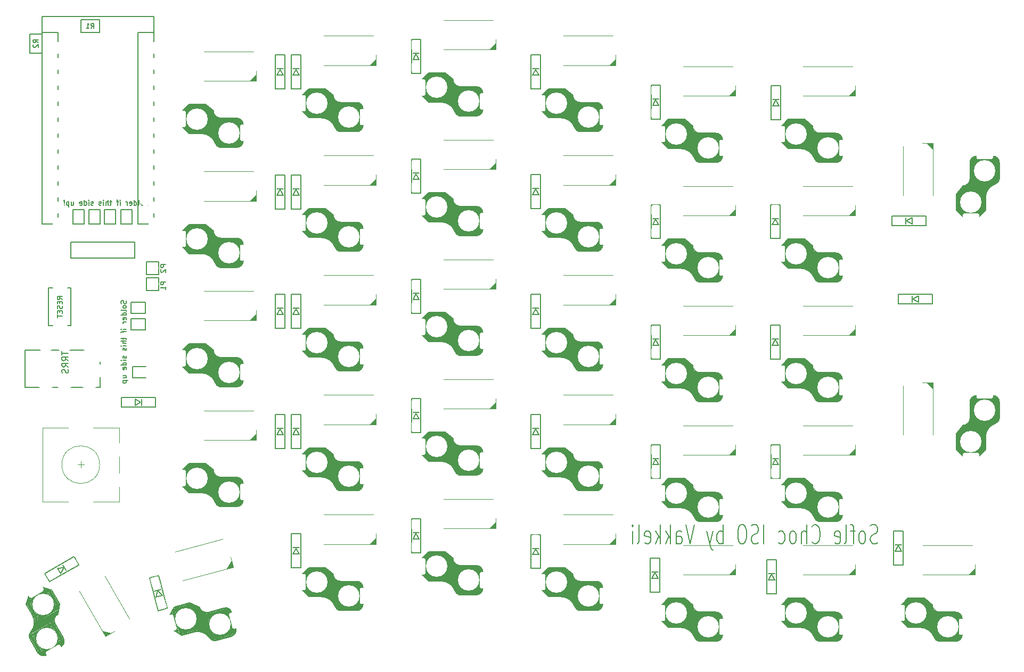
<source format=gbo>
G04 #@! TF.GenerationSoftware,KiCad,Pcbnew,5.1.10-88a1d61d58~90~ubuntu20.04.1*
G04 #@! TF.CreationDate,2022-01-19T17:27:53+02:00*
G04 #@! TF.ProjectId,SofleKeyboard,536f666c-654b-4657-9962-6f6172642e6b,rev?*
G04 #@! TF.SameCoordinates,Original*
G04 #@! TF.FileFunction,Legend,Bot*
G04 #@! TF.FilePolarity,Positive*
%FSLAX46Y46*%
G04 Gerber Fmt 4.6, Leading zero omitted, Abs format (unit mm)*
G04 Created by KiCad (PCBNEW 5.1.10-88a1d61d58~90~ubuntu20.04.1) date 2022-01-19 17:27:53*
%MOMM*%
%LPD*%
G01*
G04 APERTURE LIST*
%ADD10C,0.200000*%
%ADD11C,0.150000*%
%ADD12C,0.120000*%
%ADD13C,0.100000*%
%ADD14C,2.100000*%
%ADD15C,2.400000*%
%ADD16C,2.000000*%
%ADD17C,1.797000*%
%ADD18O,2.100000X2.100000*%
%ADD19C,0.793700*%
%ADD20C,1.400000*%
%ADD21C,3.400000*%
%ADD22C,3.800000*%
%ADD23C,2.200000*%
%ADD24C,5.100000*%
%ADD25C,1.924000*%
%ADD26C,1.600000*%
%ADD27O,2.900000X2.100000*%
G04 APERTURE END LIST*
D10*
X223710929Y-121144925D02*
X223425215Y-121287782D01*
X222949024Y-121287782D01*
X222758548Y-121144925D01*
X222663310Y-121002068D01*
X222568072Y-120716354D01*
X222568072Y-120430640D01*
X222663310Y-120144925D01*
X222758548Y-120002068D01*
X222949024Y-119859211D01*
X223329977Y-119716354D01*
X223520453Y-119573497D01*
X223615691Y-119430640D01*
X223710929Y-119144925D01*
X223710929Y-118859211D01*
X223615691Y-118573497D01*
X223520453Y-118430640D01*
X223329977Y-118287782D01*
X222853786Y-118287782D01*
X222568072Y-118430640D01*
X221425215Y-121287782D02*
X221615691Y-121144925D01*
X221710929Y-121002068D01*
X221806167Y-120716354D01*
X221806167Y-119859211D01*
X221710929Y-119573497D01*
X221615691Y-119430640D01*
X221425215Y-119287782D01*
X221139500Y-119287782D01*
X220949024Y-119430640D01*
X220853786Y-119573497D01*
X220758548Y-119859211D01*
X220758548Y-120716354D01*
X220853786Y-121002068D01*
X220949024Y-121144925D01*
X221139500Y-121287782D01*
X221425215Y-121287782D01*
X220187120Y-119287782D02*
X219425215Y-119287782D01*
X219901405Y-121287782D02*
X219901405Y-118716354D01*
X219806167Y-118430640D01*
X219615691Y-118287782D01*
X219425215Y-118287782D01*
X218472834Y-121287782D02*
X218663310Y-121144925D01*
X218758548Y-120859211D01*
X218758548Y-118287782D01*
X216949024Y-121144925D02*
X217139500Y-121287782D01*
X217520453Y-121287782D01*
X217710929Y-121144925D01*
X217806167Y-120859211D01*
X217806167Y-119716354D01*
X217710929Y-119430640D01*
X217520453Y-119287782D01*
X217139500Y-119287782D01*
X216949024Y-119430640D01*
X216853786Y-119716354D01*
X216853786Y-120002068D01*
X217806167Y-120287782D01*
X213329977Y-121002068D02*
X213425215Y-121144925D01*
X213710929Y-121287782D01*
X213901405Y-121287782D01*
X214187120Y-121144925D01*
X214377596Y-120859211D01*
X214472834Y-120573497D01*
X214568072Y-120002068D01*
X214568072Y-119573497D01*
X214472834Y-119002068D01*
X214377596Y-118716354D01*
X214187120Y-118430640D01*
X213901405Y-118287782D01*
X213710929Y-118287782D01*
X213425215Y-118430640D01*
X213329977Y-118573497D01*
X212472834Y-121287782D02*
X212472834Y-118287782D01*
X211615691Y-121287782D02*
X211615691Y-119716354D01*
X211710929Y-119430640D01*
X211901405Y-119287782D01*
X212187120Y-119287782D01*
X212377596Y-119430640D01*
X212472834Y-119573497D01*
X210377596Y-121287782D02*
X210568072Y-121144925D01*
X210663310Y-121002068D01*
X210758548Y-120716354D01*
X210758548Y-119859211D01*
X210663310Y-119573497D01*
X210568072Y-119430640D01*
X210377596Y-119287782D01*
X210091881Y-119287782D01*
X209901405Y-119430640D01*
X209806167Y-119573497D01*
X209710929Y-119859211D01*
X209710929Y-120716354D01*
X209806167Y-121002068D01*
X209901405Y-121144925D01*
X210091881Y-121287782D01*
X210377596Y-121287782D01*
X207996643Y-121144925D02*
X208187120Y-121287782D01*
X208568072Y-121287782D01*
X208758548Y-121144925D01*
X208853786Y-121002068D01*
X208949024Y-120716354D01*
X208949024Y-119859211D01*
X208853786Y-119573497D01*
X208758548Y-119430640D01*
X208568072Y-119287782D01*
X208187120Y-119287782D01*
X207996643Y-119430640D01*
X205615691Y-121287782D02*
X205615691Y-118287782D01*
X204758548Y-121144925D02*
X204472834Y-121287782D01*
X203996643Y-121287782D01*
X203806167Y-121144925D01*
X203710929Y-121002068D01*
X203615691Y-120716354D01*
X203615691Y-120430640D01*
X203710929Y-120144925D01*
X203806167Y-120002068D01*
X203996643Y-119859211D01*
X204377596Y-119716354D01*
X204568072Y-119573497D01*
X204663310Y-119430640D01*
X204758548Y-119144925D01*
X204758548Y-118859211D01*
X204663310Y-118573497D01*
X204568072Y-118430640D01*
X204377596Y-118287782D01*
X203901405Y-118287782D01*
X203615691Y-118430640D01*
X202377596Y-118287782D02*
X201996643Y-118287782D01*
X201806167Y-118430640D01*
X201615691Y-118716354D01*
X201520453Y-119287782D01*
X201520453Y-120287782D01*
X201615691Y-120859211D01*
X201806167Y-121144925D01*
X201996643Y-121287782D01*
X202377596Y-121287782D01*
X202568072Y-121144925D01*
X202758548Y-120859211D01*
X202853786Y-120287782D01*
X202853786Y-119287782D01*
X202758548Y-118716354D01*
X202568072Y-118430640D01*
X202377596Y-118287782D01*
X199139500Y-121287782D02*
X199139500Y-118287782D01*
X199139500Y-119430640D02*
X198949024Y-119287782D01*
X198568072Y-119287782D01*
X198377596Y-119430640D01*
X198282358Y-119573497D01*
X198187120Y-119859211D01*
X198187120Y-120716354D01*
X198282358Y-121002068D01*
X198377596Y-121144925D01*
X198568072Y-121287782D01*
X198949024Y-121287782D01*
X199139500Y-121144925D01*
X197520453Y-119287782D02*
X197044262Y-121287782D01*
X196568072Y-119287782D02*
X197044262Y-121287782D01*
X197234739Y-122002068D01*
X197329977Y-122144925D01*
X197520453Y-122287782D01*
X194568072Y-118287782D02*
X193901405Y-121287782D01*
X193234739Y-118287782D01*
X191710929Y-121287782D02*
X191710929Y-119716354D01*
X191806167Y-119430640D01*
X191996643Y-119287782D01*
X192377596Y-119287782D01*
X192568072Y-119430640D01*
X191710929Y-121144925D02*
X191901405Y-121287782D01*
X192377596Y-121287782D01*
X192568072Y-121144925D01*
X192663310Y-120859211D01*
X192663310Y-120573497D01*
X192568072Y-120287782D01*
X192377596Y-120144925D01*
X191901405Y-120144925D01*
X191710929Y-120002068D01*
X190758548Y-121287782D02*
X190758548Y-118287782D01*
X190568072Y-120144925D02*
X189996643Y-121287782D01*
X189996643Y-119287782D02*
X190758548Y-120430640D01*
X189139500Y-121287782D02*
X189139500Y-118287782D01*
X188949024Y-120144925D02*
X188377596Y-121287782D01*
X188377596Y-119287782D02*
X189139500Y-120430640D01*
X186758548Y-121144925D02*
X186949024Y-121287782D01*
X187329977Y-121287782D01*
X187520453Y-121144925D01*
X187615691Y-120859211D01*
X187615691Y-119716354D01*
X187520453Y-119430640D01*
X187329977Y-119287782D01*
X186949024Y-119287782D01*
X186758548Y-119430640D01*
X186663310Y-119716354D01*
X186663310Y-120002068D01*
X187615691Y-120287782D01*
X185520453Y-121287782D02*
X185710929Y-121144925D01*
X185806167Y-120859211D01*
X185806167Y-118287782D01*
X184758548Y-121287782D02*
X184758548Y-119287782D01*
X184758548Y-118287782D02*
X184853786Y-118430640D01*
X184758548Y-118573497D01*
X184663310Y-118430640D01*
X184758548Y-118287782D01*
X184758548Y-118573497D01*
D11*
X107458000Y-76470000D02*
X109458000Y-76470000D01*
X107458000Y-78470000D02*
X107458000Y-76470000D01*
X109458000Y-78470000D02*
X107458000Y-78470000D01*
X109458000Y-76470000D02*
X109458000Y-78470000D01*
X105007740Y-84666360D02*
X107293740Y-84666360D01*
X107293740Y-84666360D02*
X107293740Y-82888360D01*
X107293740Y-82888360D02*
X105007740Y-82888360D01*
X105007740Y-82888360D02*
X105007740Y-84666360D01*
X105029000Y-87249000D02*
X107315000Y-87249000D01*
X107315000Y-87249000D02*
X107315000Y-85471000D01*
X107315000Y-85471000D02*
X105029000Y-85471000D01*
X105029000Y-85471000D02*
X105029000Y-87249000D01*
X105283000Y-94869000D02*
X107569000Y-94869000D01*
X107569000Y-94869000D02*
X107569000Y-93091000D01*
X107569000Y-93091000D02*
X105283000Y-93091000D01*
X105283000Y-93091000D02*
X105283000Y-94869000D01*
D12*
X96528000Y-108712000D02*
X97528000Y-108712000D01*
X97028000Y-108212000D02*
X97028000Y-109212000D01*
X100028000Y-108712000D02*
G75*
G03*
X100028000Y-108712000I-3000000J0D01*
G01*
X99028000Y-102812000D02*
X103128000Y-102812000D01*
X103128000Y-102812000D02*
X103128000Y-105212000D01*
X103128000Y-107412000D02*
X103128000Y-110012000D01*
X103128000Y-112212000D02*
X103128000Y-114612000D01*
X103128000Y-114612000D02*
X99028000Y-114612000D01*
X95028000Y-114612000D02*
X90928000Y-114612000D01*
X90928000Y-102812000D02*
X90928000Y-114612000D01*
X95028000Y-102812000D02*
X90928000Y-102812000D01*
X219700000Y-45351000D02*
X211900000Y-45351000D01*
X211900000Y-50051000D02*
X220200000Y-50051000D01*
D11*
X217100000Y-60625000D02*
X214500000Y-60625000D01*
X217100000Y-55975000D02*
X214525000Y-55975000D01*
X212075000Y-53775000D02*
X209525000Y-53775000D01*
X211500000Y-58425000D02*
X209525000Y-58425000D01*
X218100000Y-56975000D02*
X218100000Y-59625000D01*
X208500000Y-54800000D02*
X208500000Y-57400000D01*
X208500000Y-57400000D02*
X209525000Y-58425000D01*
X208500000Y-54800000D02*
X209525000Y-53775000D01*
X212075000Y-53775000D02*
X213350000Y-54800000D01*
X208650000Y-57550000D02*
X208650000Y-54650000D01*
X208800000Y-57650000D02*
X208800000Y-54500000D01*
X208950000Y-57850000D02*
X208950000Y-54350000D01*
X209100000Y-58000000D02*
X209100000Y-54200000D01*
X209250000Y-58150000D02*
X209250000Y-54050000D01*
X209400000Y-58250000D02*
X209400000Y-53900000D01*
X209550000Y-58400000D02*
X209550000Y-53800000D01*
X209700000Y-58400000D02*
X209700000Y-53800000D01*
X209850000Y-58400000D02*
X209850000Y-53800000D01*
X210000000Y-58400000D02*
X210000000Y-53800000D01*
X210150000Y-58400000D02*
X210150000Y-53800000D01*
X210300000Y-58400000D02*
X210300000Y-53800000D01*
X210450000Y-58400000D02*
X210450000Y-53800000D01*
X210600000Y-58400000D02*
X210600000Y-53800000D01*
X210750000Y-58400000D02*
X210750000Y-53800000D01*
X210900000Y-58400000D02*
X210900000Y-53800000D01*
X211050000Y-58400000D02*
X211050000Y-53800000D01*
X211200000Y-58400000D02*
X211200000Y-53800000D01*
X211350000Y-58400000D02*
X211350000Y-53800000D01*
X211500000Y-58400000D02*
X211500000Y-53800000D01*
X211650000Y-58400000D02*
X211650000Y-53850000D01*
X211800000Y-58450000D02*
X211800000Y-53800000D01*
X211950000Y-58450000D02*
X211950000Y-53800000D01*
X212100000Y-58450000D02*
X212100000Y-53850000D01*
X212250000Y-58500000D02*
X212250000Y-53950000D01*
X212400000Y-58600000D02*
X212400000Y-54050000D01*
X212550000Y-58650000D02*
X212550000Y-54200000D01*
X212700000Y-58750000D02*
X212700000Y-54300000D01*
X212850000Y-58850000D02*
X212850000Y-54450000D01*
X213000000Y-58950000D02*
X213000000Y-54550000D01*
X213150000Y-59100000D02*
X213150000Y-54650000D01*
X213300000Y-59250000D02*
X213300000Y-54800000D01*
X213400000Y-59450000D02*
X213400000Y-55300000D01*
X213500000Y-59600000D02*
X213500000Y-55450000D01*
X213600000Y-59800000D02*
X213600000Y-55650000D01*
X213700000Y-59950000D02*
X213700000Y-55750000D01*
X213800000Y-60200000D02*
X213800000Y-55800000D01*
X213900000Y-60350000D02*
X213900000Y-55850000D01*
X214050000Y-60450000D02*
X214050000Y-55900000D01*
X214200000Y-60550000D02*
X214200000Y-56000000D01*
X214350000Y-60600000D02*
X214350000Y-56000000D01*
X214500000Y-60600000D02*
X214500000Y-56000000D01*
X214650000Y-60600000D02*
X214650000Y-56050000D01*
X214800000Y-60600000D02*
X214800000Y-56000000D01*
X214950000Y-60600000D02*
X214950000Y-56000000D01*
X215100000Y-60600000D02*
X215100000Y-56000000D01*
X215250000Y-60600000D02*
X215250000Y-56000000D01*
X215400000Y-60600000D02*
X215400000Y-56000000D01*
X215550000Y-60600000D02*
X215550000Y-56000000D01*
X215700000Y-60600000D02*
X215700000Y-56000000D01*
X215850000Y-60600000D02*
X215850000Y-56000000D01*
X216000000Y-60600000D02*
X216000000Y-56000000D01*
X216150000Y-60600000D02*
X216150000Y-56000000D01*
X216300000Y-60600000D02*
X216300000Y-56000000D01*
X216450000Y-60600000D02*
X216450000Y-56000000D01*
X216600000Y-60600000D02*
X216600000Y-56000000D01*
X216750000Y-60600000D02*
X216750000Y-56000000D01*
X216900000Y-60600000D02*
X216900000Y-56000000D01*
X217050000Y-60600000D02*
X217050000Y-56000000D01*
X217200000Y-60600000D02*
X217200000Y-56050000D01*
X217350000Y-60550000D02*
X217350000Y-56050000D01*
X217500000Y-60500000D02*
X217500000Y-56100000D01*
X217650000Y-60400000D02*
X217650000Y-56200000D01*
X217750000Y-60300000D02*
X217750000Y-56350000D01*
X217850000Y-60200000D02*
X217850000Y-56450000D01*
X217950000Y-60050000D02*
X217950000Y-56500000D01*
D12*
X220200000Y-50051000D02*
X220200000Y-48400000D01*
D13*
G36*
X220200000Y-49035000D02*
G01*
X220200000Y-50051000D01*
X219192000Y-50051000D01*
X220200000Y-49035000D01*
G37*
X220200000Y-49035000D02*
X220200000Y-50051000D01*
X219192000Y-50051000D01*
X220200000Y-49035000D01*
D11*
X214499005Y-60623791D02*
G75*
G02*
X213637801Y-59921904I38796J926887D01*
G01*
X218100000Y-59625000D02*
G75*
G02*
X217100000Y-60625000I-1000000J0D01*
G01*
X218100000Y-56975000D02*
G75*
G03*
X217100000Y-55975000I-1000000J0D01*
G01*
X213637801Y-59921904D02*
G75*
G03*
X211500000Y-58425000I-2137801J-778096D01*
G01*
X213350000Y-54800000D02*
G75*
G03*
X214525000Y-55975000I1175000J0D01*
G01*
D13*
G36*
X231485000Y-57525000D02*
G01*
X232501000Y-57525000D01*
X232501000Y-58533000D01*
X231485000Y-57525000D01*
G37*
X231485000Y-57525000D02*
X232501000Y-57525000D01*
X232501000Y-58533000D01*
X231485000Y-57525000D01*
D12*
X232501000Y-57525000D02*
X230850000Y-57525000D01*
D11*
X242500000Y-59775000D02*
X238950000Y-59775000D01*
X242650000Y-59875000D02*
X238900000Y-59875000D01*
X242750000Y-59975000D02*
X238800000Y-59975000D01*
X242850000Y-60075000D02*
X238650000Y-60075000D01*
X242950000Y-60225000D02*
X238550000Y-60225000D01*
X243000000Y-60375000D02*
X238500000Y-60375000D01*
X243050000Y-60525000D02*
X238500000Y-60525000D01*
X243050000Y-60675000D02*
X238450000Y-60675000D01*
X243050000Y-60825000D02*
X238450000Y-60825000D01*
X243050000Y-60975000D02*
X238450000Y-60975000D01*
X243050000Y-61125000D02*
X238450000Y-61125000D01*
X243050000Y-61275000D02*
X238450000Y-61275000D01*
X243050000Y-61425000D02*
X238450000Y-61425000D01*
X243050000Y-61575000D02*
X238450000Y-61575000D01*
X243050000Y-61725000D02*
X238450000Y-61725000D01*
X243050000Y-61875000D02*
X238450000Y-61875000D01*
X243050000Y-62025000D02*
X238450000Y-62025000D01*
X243050000Y-62175000D02*
X238450000Y-62175000D01*
X243050000Y-62325000D02*
X238450000Y-62325000D01*
X243050000Y-62475000D02*
X238450000Y-62475000D01*
X243050000Y-62625000D02*
X238450000Y-62625000D01*
X243050000Y-62775000D02*
X238450000Y-62775000D01*
X243050000Y-62925000D02*
X238450000Y-62925000D01*
X243050000Y-63075000D02*
X238500000Y-63075000D01*
X243050000Y-63225000D02*
X238450000Y-63225000D01*
X243050000Y-63375000D02*
X238450000Y-63375000D01*
X243000000Y-63525000D02*
X238450000Y-63525000D01*
X242900000Y-63675000D02*
X238350000Y-63675000D01*
X242800000Y-63825000D02*
X238300000Y-63825000D01*
X242650000Y-63925000D02*
X238250000Y-63925000D01*
X242400000Y-64025000D02*
X238200000Y-64025000D01*
X242250000Y-64125000D02*
X238100000Y-64125000D01*
X242050000Y-64225000D02*
X237900000Y-64225000D01*
X241900000Y-64325000D02*
X237750000Y-64325000D01*
X241700000Y-64425000D02*
X237250000Y-64425000D01*
X241550000Y-64575000D02*
X237100000Y-64575000D01*
X241400000Y-64725000D02*
X237000000Y-64725000D01*
X241300000Y-64875000D02*
X236900000Y-64875000D01*
X241200000Y-65025000D02*
X236750000Y-65025000D01*
X241100000Y-65175000D02*
X236650000Y-65175000D01*
X241050000Y-65325000D02*
X236500000Y-65325000D01*
X240950000Y-65475000D02*
X236400000Y-65475000D01*
X240900000Y-65625000D02*
X236300000Y-65625000D01*
X240900000Y-65775000D02*
X236250000Y-65775000D01*
X240900000Y-65925000D02*
X236250000Y-65925000D01*
X240850000Y-66075000D02*
X236300000Y-66075000D01*
X240850000Y-66225000D02*
X236250000Y-66225000D01*
X240850000Y-66375000D02*
X236250000Y-66375000D01*
X240850000Y-66525000D02*
X236250000Y-66525000D01*
X240850000Y-66675000D02*
X236250000Y-66675000D01*
X240850000Y-66825000D02*
X236250000Y-66825000D01*
X240850000Y-66975000D02*
X236250000Y-66975000D01*
X240850000Y-67125000D02*
X236250000Y-67125000D01*
X240850000Y-67275000D02*
X236250000Y-67275000D01*
X240850000Y-67425000D02*
X236250000Y-67425000D01*
X240850000Y-67575000D02*
X236250000Y-67575000D01*
X240850000Y-67725000D02*
X236250000Y-67725000D01*
X240850000Y-67875000D02*
X236250000Y-67875000D01*
X240850000Y-68025000D02*
X236250000Y-68025000D01*
X240850000Y-68175000D02*
X236250000Y-68175000D01*
X240700000Y-68325000D02*
X236350000Y-68325000D01*
X240600000Y-68475000D02*
X236500000Y-68475000D01*
X240450000Y-68625000D02*
X236650000Y-68625000D01*
X240300000Y-68775000D02*
X236800000Y-68775000D01*
X240100000Y-68925000D02*
X236950000Y-68925000D01*
X240000000Y-69075000D02*
X237100000Y-69075000D01*
X236225000Y-65650000D02*
X237250000Y-64375000D01*
X237250000Y-69225000D02*
X236225000Y-68200000D01*
X239850000Y-69225000D02*
X240875000Y-68200000D01*
X237250000Y-69225000D02*
X239850000Y-69225000D01*
X239425000Y-59625000D02*
X242075000Y-59625000D01*
X240875000Y-66225000D02*
X240875000Y-68200000D01*
X236225000Y-65650000D02*
X236225000Y-68200000D01*
X238425000Y-60625000D02*
X238425000Y-63200000D01*
X243075000Y-60625000D02*
X243075000Y-63225000D01*
D12*
X232501000Y-65825000D02*
X232501000Y-57525000D01*
X227801000Y-58025000D02*
X227801000Y-65825000D01*
D11*
X243073791Y-63225995D02*
G75*
G02*
X242371904Y-64087199I-926887J38796D01*
G01*
X242075000Y-59625000D02*
G75*
G02*
X243075000Y-60625000I0J-1000000D01*
G01*
X239425000Y-59625000D02*
G75*
G03*
X238425000Y-60625000I0J-1000000D01*
G01*
X242371904Y-64087199D02*
G75*
G03*
X240875000Y-66225000I778096J-2137801D01*
G01*
X237250000Y-64375000D02*
G75*
G03*
X238425000Y-63200000I0J1175000D01*
G01*
D12*
X200650000Y-102501000D02*
X192850000Y-102501000D01*
X192850000Y-107201000D02*
X201150000Y-107201000D01*
D11*
X198050000Y-117775000D02*
X195450000Y-117775000D01*
X198050000Y-113125000D02*
X195475000Y-113125000D01*
X193025000Y-110925000D02*
X190475000Y-110925000D01*
X192450000Y-115575000D02*
X190475000Y-115575000D01*
X199050000Y-114125000D02*
X199050000Y-116775000D01*
X189450000Y-111950000D02*
X189450000Y-114550000D01*
X189450000Y-114550000D02*
X190475000Y-115575000D01*
X189450000Y-111950000D02*
X190475000Y-110925000D01*
X193025000Y-110925000D02*
X194300000Y-111950000D01*
X189600000Y-114700000D02*
X189600000Y-111800000D01*
X189750000Y-114800000D02*
X189750000Y-111650000D01*
X189900000Y-115000000D02*
X189900000Y-111500000D01*
X190050000Y-115150000D02*
X190050000Y-111350000D01*
X190200000Y-115300000D02*
X190200000Y-111200000D01*
X190350000Y-115400000D02*
X190350000Y-111050000D01*
X190500000Y-115550000D02*
X190500000Y-110950000D01*
X190650000Y-115550000D02*
X190650000Y-110950000D01*
X190800000Y-115550000D02*
X190800000Y-110950000D01*
X190950000Y-115550000D02*
X190950000Y-110950000D01*
X191100000Y-115550000D02*
X191100000Y-110950000D01*
X191250000Y-115550000D02*
X191250000Y-110950000D01*
X191400000Y-115550000D02*
X191400000Y-110950000D01*
X191550000Y-115550000D02*
X191550000Y-110950000D01*
X191700000Y-115550000D02*
X191700000Y-110950000D01*
X191850000Y-115550000D02*
X191850000Y-110950000D01*
X192000000Y-115550000D02*
X192000000Y-110950000D01*
X192150000Y-115550000D02*
X192150000Y-110950000D01*
X192300000Y-115550000D02*
X192300000Y-110950000D01*
X192450000Y-115550000D02*
X192450000Y-110950000D01*
X192600000Y-115550000D02*
X192600000Y-111000000D01*
X192750000Y-115600000D02*
X192750000Y-110950000D01*
X192900000Y-115600000D02*
X192900000Y-110950000D01*
X193050000Y-115600000D02*
X193050000Y-111000000D01*
X193200000Y-115650000D02*
X193200000Y-111100000D01*
X193350000Y-115750000D02*
X193350000Y-111200000D01*
X193500000Y-115800000D02*
X193500000Y-111350000D01*
X193650000Y-115900000D02*
X193650000Y-111450000D01*
X193800000Y-116000000D02*
X193800000Y-111600000D01*
X193950000Y-116100000D02*
X193950000Y-111700000D01*
X194100000Y-116250000D02*
X194100000Y-111800000D01*
X194250000Y-116400000D02*
X194250000Y-111950000D01*
X194350000Y-116600000D02*
X194350000Y-112450000D01*
X194450000Y-116750000D02*
X194450000Y-112600000D01*
X194550000Y-116950000D02*
X194550000Y-112800000D01*
X194650000Y-117100000D02*
X194650000Y-112900000D01*
X194750000Y-117350000D02*
X194750000Y-112950000D01*
X194850000Y-117500000D02*
X194850000Y-113000000D01*
X195000000Y-117600000D02*
X195000000Y-113050000D01*
X195150000Y-117700000D02*
X195150000Y-113150000D01*
X195300000Y-117750000D02*
X195300000Y-113150000D01*
X195450000Y-117750000D02*
X195450000Y-113150000D01*
X195600000Y-117750000D02*
X195600000Y-113200000D01*
X195750000Y-117750000D02*
X195750000Y-113150000D01*
X195900000Y-117750000D02*
X195900000Y-113150000D01*
X196050000Y-117750000D02*
X196050000Y-113150000D01*
X196200000Y-117750000D02*
X196200000Y-113150000D01*
X196350000Y-117750000D02*
X196350000Y-113150000D01*
X196500000Y-117750000D02*
X196500000Y-113150000D01*
X196650000Y-117750000D02*
X196650000Y-113150000D01*
X196800000Y-117750000D02*
X196800000Y-113150000D01*
X196950000Y-117750000D02*
X196950000Y-113150000D01*
X197100000Y-117750000D02*
X197100000Y-113150000D01*
X197250000Y-117750000D02*
X197250000Y-113150000D01*
X197400000Y-117750000D02*
X197400000Y-113150000D01*
X197550000Y-117750000D02*
X197550000Y-113150000D01*
X197700000Y-117750000D02*
X197700000Y-113150000D01*
X197850000Y-117750000D02*
X197850000Y-113150000D01*
X198000000Y-117750000D02*
X198000000Y-113150000D01*
X198150000Y-117750000D02*
X198150000Y-113200000D01*
X198300000Y-117700000D02*
X198300000Y-113200000D01*
X198450000Y-117650000D02*
X198450000Y-113250000D01*
X198600000Y-117550000D02*
X198600000Y-113350000D01*
X198700000Y-117450000D02*
X198700000Y-113500000D01*
X198800000Y-117350000D02*
X198800000Y-113600000D01*
X198900000Y-117200000D02*
X198900000Y-113650000D01*
D12*
X201150000Y-107201000D02*
X201150000Y-105550000D01*
D13*
G36*
X201150000Y-106185000D02*
G01*
X201150000Y-107201000D01*
X200142000Y-107201000D01*
X201150000Y-106185000D01*
G37*
X201150000Y-106185000D02*
X201150000Y-107201000D01*
X200142000Y-107201000D01*
X201150000Y-106185000D01*
D11*
X195449005Y-117773791D02*
G75*
G02*
X194587801Y-117071904I38796J926887D01*
G01*
X199050000Y-116775000D02*
G75*
G02*
X198050000Y-117775000I-1000000J0D01*
G01*
X199050000Y-114125000D02*
G75*
G03*
X198050000Y-113125000I-1000000J0D01*
G01*
X194587801Y-117071904D02*
G75*
G03*
X192450000Y-115575000I-2137801J-778096D01*
G01*
X194300000Y-111950000D02*
G75*
G03*
X195475000Y-113125000I1175000J0D01*
G01*
D12*
X219700000Y-102501000D02*
X211900000Y-102501000D01*
X211900000Y-107201000D02*
X220200000Y-107201000D01*
D11*
X217100000Y-117775000D02*
X214500000Y-117775000D01*
X217100000Y-113125000D02*
X214525000Y-113125000D01*
X212075000Y-110925000D02*
X209525000Y-110925000D01*
X211500000Y-115575000D02*
X209525000Y-115575000D01*
X218100000Y-114125000D02*
X218100000Y-116775000D01*
X208500000Y-111950000D02*
X208500000Y-114550000D01*
X208500000Y-114550000D02*
X209525000Y-115575000D01*
X208500000Y-111950000D02*
X209525000Y-110925000D01*
X212075000Y-110925000D02*
X213350000Y-111950000D01*
X208650000Y-114700000D02*
X208650000Y-111800000D01*
X208800000Y-114800000D02*
X208800000Y-111650000D01*
X208950000Y-115000000D02*
X208950000Y-111500000D01*
X209100000Y-115150000D02*
X209100000Y-111350000D01*
X209250000Y-115300000D02*
X209250000Y-111200000D01*
X209400000Y-115400000D02*
X209400000Y-111050000D01*
X209550000Y-115550000D02*
X209550000Y-110950000D01*
X209700000Y-115550000D02*
X209700000Y-110950000D01*
X209850000Y-115550000D02*
X209850000Y-110950000D01*
X210000000Y-115550000D02*
X210000000Y-110950000D01*
X210150000Y-115550000D02*
X210150000Y-110950000D01*
X210300000Y-115550000D02*
X210300000Y-110950000D01*
X210450000Y-115550000D02*
X210450000Y-110950000D01*
X210600000Y-115550000D02*
X210600000Y-110950000D01*
X210750000Y-115550000D02*
X210750000Y-110950000D01*
X210900000Y-115550000D02*
X210900000Y-110950000D01*
X211050000Y-115550000D02*
X211050000Y-110950000D01*
X211200000Y-115550000D02*
X211200000Y-110950000D01*
X211350000Y-115550000D02*
X211350000Y-110950000D01*
X211500000Y-115550000D02*
X211500000Y-110950000D01*
X211650000Y-115550000D02*
X211650000Y-111000000D01*
X211800000Y-115600000D02*
X211800000Y-110950000D01*
X211950000Y-115600000D02*
X211950000Y-110950000D01*
X212100000Y-115600000D02*
X212100000Y-111000000D01*
X212250000Y-115650000D02*
X212250000Y-111100000D01*
X212400000Y-115750000D02*
X212400000Y-111200000D01*
X212550000Y-115800000D02*
X212550000Y-111350000D01*
X212700000Y-115900000D02*
X212700000Y-111450000D01*
X212850000Y-116000000D02*
X212850000Y-111600000D01*
X213000000Y-116100000D02*
X213000000Y-111700000D01*
X213150000Y-116250000D02*
X213150000Y-111800000D01*
X213300000Y-116400000D02*
X213300000Y-111950000D01*
X213400000Y-116600000D02*
X213400000Y-112450000D01*
X213500000Y-116750000D02*
X213500000Y-112600000D01*
X213600000Y-116950000D02*
X213600000Y-112800000D01*
X213700000Y-117100000D02*
X213700000Y-112900000D01*
X213800000Y-117350000D02*
X213800000Y-112950000D01*
X213900000Y-117500000D02*
X213900000Y-113000000D01*
X214050000Y-117600000D02*
X214050000Y-113050000D01*
X214200000Y-117700000D02*
X214200000Y-113150000D01*
X214350000Y-117750000D02*
X214350000Y-113150000D01*
X214500000Y-117750000D02*
X214500000Y-113150000D01*
X214650000Y-117750000D02*
X214650000Y-113200000D01*
X214800000Y-117750000D02*
X214800000Y-113150000D01*
X214950000Y-117750000D02*
X214950000Y-113150000D01*
X215100000Y-117750000D02*
X215100000Y-113150000D01*
X215250000Y-117750000D02*
X215250000Y-113150000D01*
X215400000Y-117750000D02*
X215400000Y-113150000D01*
X215550000Y-117750000D02*
X215550000Y-113150000D01*
X215700000Y-117750000D02*
X215700000Y-113150000D01*
X215850000Y-117750000D02*
X215850000Y-113150000D01*
X216000000Y-117750000D02*
X216000000Y-113150000D01*
X216150000Y-117750000D02*
X216150000Y-113150000D01*
X216300000Y-117750000D02*
X216300000Y-113150000D01*
X216450000Y-117750000D02*
X216450000Y-113150000D01*
X216600000Y-117750000D02*
X216600000Y-113150000D01*
X216750000Y-117750000D02*
X216750000Y-113150000D01*
X216900000Y-117750000D02*
X216900000Y-113150000D01*
X217050000Y-117750000D02*
X217050000Y-113150000D01*
X217200000Y-117750000D02*
X217200000Y-113200000D01*
X217350000Y-117700000D02*
X217350000Y-113200000D01*
X217500000Y-117650000D02*
X217500000Y-113250000D01*
X217650000Y-117550000D02*
X217650000Y-113350000D01*
X217750000Y-117450000D02*
X217750000Y-113500000D01*
X217850000Y-117350000D02*
X217850000Y-113600000D01*
X217950000Y-117200000D02*
X217950000Y-113650000D01*
D12*
X220200000Y-107201000D02*
X220200000Y-105550000D01*
D13*
G36*
X220200000Y-106185000D02*
G01*
X220200000Y-107201000D01*
X219192000Y-107201000D01*
X220200000Y-106185000D01*
G37*
X220200000Y-106185000D02*
X220200000Y-107201000D01*
X219192000Y-107201000D01*
X220200000Y-106185000D01*
D11*
X214499005Y-117773791D02*
G75*
G02*
X213637801Y-117071904I38796J926887D01*
G01*
X218100000Y-116775000D02*
G75*
G02*
X217100000Y-117775000I-1000000J0D01*
G01*
X218100000Y-114125000D02*
G75*
G03*
X217100000Y-113125000I-1000000J0D01*
G01*
X213637801Y-117071904D02*
G75*
G03*
X211500000Y-115575000I-2137801J-778096D01*
G01*
X213350000Y-111950000D02*
G75*
G03*
X214525000Y-113125000I1175000J0D01*
G01*
D13*
G36*
X220200000Y-125235000D02*
G01*
X220200000Y-126251000D01*
X219192000Y-126251000D01*
X220200000Y-125235000D01*
G37*
X220200000Y-125235000D02*
X220200000Y-126251000D01*
X219192000Y-126251000D01*
X220200000Y-125235000D01*
D12*
X220200000Y-126251000D02*
X220200000Y-124600000D01*
D11*
X217950000Y-136250000D02*
X217950000Y-132700000D01*
X217850000Y-136400000D02*
X217850000Y-132650000D01*
X217750000Y-136500000D02*
X217750000Y-132550000D01*
X217650000Y-136600000D02*
X217650000Y-132400000D01*
X217500000Y-136700000D02*
X217500000Y-132300000D01*
X217350000Y-136750000D02*
X217350000Y-132250000D01*
X217200000Y-136800000D02*
X217200000Y-132250000D01*
X217050000Y-136800000D02*
X217050000Y-132200000D01*
X216900000Y-136800000D02*
X216900000Y-132200000D01*
X216750000Y-136800000D02*
X216750000Y-132200000D01*
X216600000Y-136800000D02*
X216600000Y-132200000D01*
X216450000Y-136800000D02*
X216450000Y-132200000D01*
X216300000Y-136800000D02*
X216300000Y-132200000D01*
X216150000Y-136800000D02*
X216150000Y-132200000D01*
X216000000Y-136800000D02*
X216000000Y-132200000D01*
X215850000Y-136800000D02*
X215850000Y-132200000D01*
X215700000Y-136800000D02*
X215700000Y-132200000D01*
X215550000Y-136800000D02*
X215550000Y-132200000D01*
X215400000Y-136800000D02*
X215400000Y-132200000D01*
X215250000Y-136800000D02*
X215250000Y-132200000D01*
X215100000Y-136800000D02*
X215100000Y-132200000D01*
X214950000Y-136800000D02*
X214950000Y-132200000D01*
X214800000Y-136800000D02*
X214800000Y-132200000D01*
X214650000Y-136800000D02*
X214650000Y-132250000D01*
X214500000Y-136800000D02*
X214500000Y-132200000D01*
X214350000Y-136800000D02*
X214350000Y-132200000D01*
X214200000Y-136750000D02*
X214200000Y-132200000D01*
X214050000Y-136650000D02*
X214050000Y-132100000D01*
X213900000Y-136550000D02*
X213900000Y-132050000D01*
X213800000Y-136400000D02*
X213800000Y-132000000D01*
X213700000Y-136150000D02*
X213700000Y-131950000D01*
X213600000Y-136000000D02*
X213600000Y-131850000D01*
X213500000Y-135800000D02*
X213500000Y-131650000D01*
X213400000Y-135650000D02*
X213400000Y-131500000D01*
X213300000Y-135450000D02*
X213300000Y-131000000D01*
X213150000Y-135300000D02*
X213150000Y-130850000D01*
X213000000Y-135150000D02*
X213000000Y-130750000D01*
X212850000Y-135050000D02*
X212850000Y-130650000D01*
X212700000Y-134950000D02*
X212700000Y-130500000D01*
X212550000Y-134850000D02*
X212550000Y-130400000D01*
X212400000Y-134800000D02*
X212400000Y-130250000D01*
X212250000Y-134700000D02*
X212250000Y-130150000D01*
X212100000Y-134650000D02*
X212100000Y-130050000D01*
X211950000Y-134650000D02*
X211950000Y-130000000D01*
X211800000Y-134650000D02*
X211800000Y-130000000D01*
X211650000Y-134600000D02*
X211650000Y-130050000D01*
X211500000Y-134600000D02*
X211500000Y-130000000D01*
X211350000Y-134600000D02*
X211350000Y-130000000D01*
X211200000Y-134600000D02*
X211200000Y-130000000D01*
X211050000Y-134600000D02*
X211050000Y-130000000D01*
X210900000Y-134600000D02*
X210900000Y-130000000D01*
X210750000Y-134600000D02*
X210750000Y-130000000D01*
X210600000Y-134600000D02*
X210600000Y-130000000D01*
X210450000Y-134600000D02*
X210450000Y-130000000D01*
X210300000Y-134600000D02*
X210300000Y-130000000D01*
X210150000Y-134600000D02*
X210150000Y-130000000D01*
X210000000Y-134600000D02*
X210000000Y-130000000D01*
X209850000Y-134600000D02*
X209850000Y-130000000D01*
X209700000Y-134600000D02*
X209700000Y-130000000D01*
X209550000Y-134600000D02*
X209550000Y-130000000D01*
X209400000Y-134450000D02*
X209400000Y-130100000D01*
X209250000Y-134350000D02*
X209250000Y-130250000D01*
X209100000Y-134200000D02*
X209100000Y-130400000D01*
X208950000Y-134050000D02*
X208950000Y-130550000D01*
X208800000Y-133850000D02*
X208800000Y-130700000D01*
X208650000Y-133750000D02*
X208650000Y-130850000D01*
X212075000Y-129975000D02*
X213350000Y-131000000D01*
X208500000Y-131000000D02*
X209525000Y-129975000D01*
X208500000Y-133600000D02*
X209525000Y-134625000D01*
X208500000Y-131000000D02*
X208500000Y-133600000D01*
X218100000Y-133175000D02*
X218100000Y-135825000D01*
X211500000Y-134625000D02*
X209525000Y-134625000D01*
X212075000Y-129975000D02*
X209525000Y-129975000D01*
X217100000Y-132175000D02*
X214525000Y-132175000D01*
X217100000Y-136825000D02*
X214500000Y-136825000D01*
D12*
X211900000Y-126251000D02*
X220200000Y-126251000D01*
X219700000Y-121551000D02*
X211900000Y-121551000D01*
D11*
X214499005Y-136823791D02*
G75*
G02*
X213637801Y-136121904I38796J926887D01*
G01*
X218100000Y-135825000D02*
G75*
G02*
X217100000Y-136825000I-1000000J0D01*
G01*
X218100000Y-133175000D02*
G75*
G03*
X217100000Y-132175000I-1000000J0D01*
G01*
X213637801Y-136121904D02*
G75*
G03*
X211500000Y-134625000I-2137801J-778096D01*
G01*
X213350000Y-131000000D02*
G75*
G03*
X214525000Y-132175000I1175000J0D01*
G01*
X187562120Y-128980640D02*
X189062120Y-128980640D01*
X187562120Y-123580640D02*
X187562120Y-128980640D01*
X189062120Y-123580640D02*
X187562120Y-123580640D01*
X189062120Y-128980640D02*
X189062120Y-123580640D01*
X187812120Y-126780640D02*
X188312120Y-125880640D01*
X188812120Y-126780640D02*
X187812120Y-126780640D01*
X188312120Y-125880640D02*
X188812120Y-126780640D01*
X188812120Y-125780640D02*
X187812120Y-125780640D01*
X206104120Y-129234640D02*
X207604120Y-129234640D01*
X206104120Y-123834640D02*
X206104120Y-129234640D01*
X207604120Y-123834640D02*
X206104120Y-123834640D01*
X207604120Y-129234640D02*
X207604120Y-123834640D01*
X206354120Y-127034640D02*
X206854120Y-126134640D01*
X207354120Y-127034640D02*
X206354120Y-127034640D01*
X206854120Y-126134640D02*
X207354120Y-127034640D01*
X207354120Y-126034640D02*
X206354120Y-126034640D01*
X226297120Y-124662640D02*
X227797120Y-124662640D01*
X226297120Y-119262640D02*
X226297120Y-124662640D01*
X227797120Y-119262640D02*
X226297120Y-119262640D01*
X227797120Y-124662640D02*
X227797120Y-119262640D01*
X226547120Y-122462640D02*
X227047120Y-121562640D01*
X227547120Y-122462640D02*
X226547120Y-122462640D01*
X227047120Y-121562640D02*
X227547120Y-122462640D01*
X227547120Y-121462640D02*
X226547120Y-121462640D01*
X232414120Y-83088640D02*
X232414120Y-81588640D01*
X227014120Y-83088640D02*
X232414120Y-83088640D01*
X227014120Y-81588640D02*
X227014120Y-83088640D01*
X232414120Y-81588640D02*
X227014120Y-81588640D01*
X230214120Y-82838640D02*
X229314120Y-82338640D01*
X230214120Y-81838640D02*
X230214120Y-82838640D01*
X229314120Y-82338640D02*
X230214120Y-81838640D01*
X229214120Y-81838640D02*
X229214120Y-82838640D01*
X231398120Y-70642640D02*
X231398120Y-69142640D01*
X225998120Y-70642640D02*
X231398120Y-70642640D01*
X225998120Y-69142640D02*
X225998120Y-70642640D01*
X231398120Y-69142640D02*
X225998120Y-69142640D01*
X229198120Y-70392640D02*
X228298120Y-69892640D01*
X229198120Y-69392640D02*
X229198120Y-70392640D01*
X228298120Y-69892640D02*
X229198120Y-69392640D01*
X228198120Y-69392640D02*
X228198120Y-70392640D01*
D13*
G36*
X201150000Y-125235000D02*
G01*
X201150000Y-126251000D01*
X200142000Y-126251000D01*
X201150000Y-125235000D01*
G37*
X201150000Y-125235000D02*
X201150000Y-126251000D01*
X200142000Y-126251000D01*
X201150000Y-125235000D01*
D12*
X201150000Y-126251000D02*
X201150000Y-124600000D01*
D11*
X198900000Y-136250000D02*
X198900000Y-132700000D01*
X198800000Y-136400000D02*
X198800000Y-132650000D01*
X198700000Y-136500000D02*
X198700000Y-132550000D01*
X198600000Y-136600000D02*
X198600000Y-132400000D01*
X198450000Y-136700000D02*
X198450000Y-132300000D01*
X198300000Y-136750000D02*
X198300000Y-132250000D01*
X198150000Y-136800000D02*
X198150000Y-132250000D01*
X198000000Y-136800000D02*
X198000000Y-132200000D01*
X197850000Y-136800000D02*
X197850000Y-132200000D01*
X197700000Y-136800000D02*
X197700000Y-132200000D01*
X197550000Y-136800000D02*
X197550000Y-132200000D01*
X197400000Y-136800000D02*
X197400000Y-132200000D01*
X197250000Y-136800000D02*
X197250000Y-132200000D01*
X197100000Y-136800000D02*
X197100000Y-132200000D01*
X196950000Y-136800000D02*
X196950000Y-132200000D01*
X196800000Y-136800000D02*
X196800000Y-132200000D01*
X196650000Y-136800000D02*
X196650000Y-132200000D01*
X196500000Y-136800000D02*
X196500000Y-132200000D01*
X196350000Y-136800000D02*
X196350000Y-132200000D01*
X196200000Y-136800000D02*
X196200000Y-132200000D01*
X196050000Y-136800000D02*
X196050000Y-132200000D01*
X195900000Y-136800000D02*
X195900000Y-132200000D01*
X195750000Y-136800000D02*
X195750000Y-132200000D01*
X195600000Y-136800000D02*
X195600000Y-132250000D01*
X195450000Y-136800000D02*
X195450000Y-132200000D01*
X195300000Y-136800000D02*
X195300000Y-132200000D01*
X195150000Y-136750000D02*
X195150000Y-132200000D01*
X195000000Y-136650000D02*
X195000000Y-132100000D01*
X194850000Y-136550000D02*
X194850000Y-132050000D01*
X194750000Y-136400000D02*
X194750000Y-132000000D01*
X194650000Y-136150000D02*
X194650000Y-131950000D01*
X194550000Y-136000000D02*
X194550000Y-131850000D01*
X194450000Y-135800000D02*
X194450000Y-131650000D01*
X194350000Y-135650000D02*
X194350000Y-131500000D01*
X194250000Y-135450000D02*
X194250000Y-131000000D01*
X194100000Y-135300000D02*
X194100000Y-130850000D01*
X193950000Y-135150000D02*
X193950000Y-130750000D01*
X193800000Y-135050000D02*
X193800000Y-130650000D01*
X193650000Y-134950000D02*
X193650000Y-130500000D01*
X193500000Y-134850000D02*
X193500000Y-130400000D01*
X193350000Y-134800000D02*
X193350000Y-130250000D01*
X193200000Y-134700000D02*
X193200000Y-130150000D01*
X193050000Y-134650000D02*
X193050000Y-130050000D01*
X192900000Y-134650000D02*
X192900000Y-130000000D01*
X192750000Y-134650000D02*
X192750000Y-130000000D01*
X192600000Y-134600000D02*
X192600000Y-130050000D01*
X192450000Y-134600000D02*
X192450000Y-130000000D01*
X192300000Y-134600000D02*
X192300000Y-130000000D01*
X192150000Y-134600000D02*
X192150000Y-130000000D01*
X192000000Y-134600000D02*
X192000000Y-130000000D01*
X191850000Y-134600000D02*
X191850000Y-130000000D01*
X191700000Y-134600000D02*
X191700000Y-130000000D01*
X191550000Y-134600000D02*
X191550000Y-130000000D01*
X191400000Y-134600000D02*
X191400000Y-130000000D01*
X191250000Y-134600000D02*
X191250000Y-130000000D01*
X191100000Y-134600000D02*
X191100000Y-130000000D01*
X190950000Y-134600000D02*
X190950000Y-130000000D01*
X190800000Y-134600000D02*
X190800000Y-130000000D01*
X190650000Y-134600000D02*
X190650000Y-130000000D01*
X190500000Y-134600000D02*
X190500000Y-130000000D01*
X190350000Y-134450000D02*
X190350000Y-130100000D01*
X190200000Y-134350000D02*
X190200000Y-130250000D01*
X190050000Y-134200000D02*
X190050000Y-130400000D01*
X189900000Y-134050000D02*
X189900000Y-130550000D01*
X189750000Y-133850000D02*
X189750000Y-130700000D01*
X189600000Y-133750000D02*
X189600000Y-130850000D01*
X193025000Y-129975000D02*
X194300000Y-131000000D01*
X189450000Y-131000000D02*
X190475000Y-129975000D01*
X189450000Y-133600000D02*
X190475000Y-134625000D01*
X189450000Y-131000000D02*
X189450000Y-133600000D01*
X199050000Y-133175000D02*
X199050000Y-135825000D01*
X192450000Y-134625000D02*
X190475000Y-134625000D01*
X193025000Y-129975000D02*
X190475000Y-129975000D01*
X198050000Y-132175000D02*
X195475000Y-132175000D01*
X198050000Y-136825000D02*
X195450000Y-136825000D01*
D12*
X192850000Y-126251000D02*
X201150000Y-126251000D01*
X200650000Y-121551000D02*
X192850000Y-121551000D01*
D11*
X195449005Y-136823791D02*
G75*
G02*
X194587801Y-136121904I38796J926887D01*
G01*
X199050000Y-135825000D02*
G75*
G02*
X198050000Y-136825000I-1000000J0D01*
G01*
X199050000Y-133175000D02*
G75*
G03*
X198050000Y-132175000I-1000000J0D01*
G01*
X194587801Y-136121904D02*
G75*
G03*
X192450000Y-134625000I-2137801J-778096D01*
G01*
X194300000Y-131000000D02*
G75*
G03*
X195475000Y-132175000I1175000J0D01*
G01*
D13*
G36*
X239250000Y-125235000D02*
G01*
X239250000Y-126251000D01*
X238242000Y-126251000D01*
X239250000Y-125235000D01*
G37*
X239250000Y-125235000D02*
X239250000Y-126251000D01*
X238242000Y-126251000D01*
X239250000Y-125235000D01*
D12*
X239250000Y-126251000D02*
X239250000Y-124600000D01*
D11*
X237000000Y-136250000D02*
X237000000Y-132700000D01*
X236900000Y-136400000D02*
X236900000Y-132650000D01*
X236800000Y-136500000D02*
X236800000Y-132550000D01*
X236700000Y-136600000D02*
X236700000Y-132400000D01*
X236550000Y-136700000D02*
X236550000Y-132300000D01*
X236400000Y-136750000D02*
X236400000Y-132250000D01*
X236250000Y-136800000D02*
X236250000Y-132250000D01*
X236100000Y-136800000D02*
X236100000Y-132200000D01*
X235950000Y-136800000D02*
X235950000Y-132200000D01*
X235800000Y-136800000D02*
X235800000Y-132200000D01*
X235650000Y-136800000D02*
X235650000Y-132200000D01*
X235500000Y-136800000D02*
X235500000Y-132200000D01*
X235350000Y-136800000D02*
X235350000Y-132200000D01*
X235200000Y-136800000D02*
X235200000Y-132200000D01*
X235050000Y-136800000D02*
X235050000Y-132200000D01*
X234900000Y-136800000D02*
X234900000Y-132200000D01*
X234750000Y-136800000D02*
X234750000Y-132200000D01*
X234600000Y-136800000D02*
X234600000Y-132200000D01*
X234450000Y-136800000D02*
X234450000Y-132200000D01*
X234300000Y-136800000D02*
X234300000Y-132200000D01*
X234150000Y-136800000D02*
X234150000Y-132200000D01*
X234000000Y-136800000D02*
X234000000Y-132200000D01*
X233850000Y-136800000D02*
X233850000Y-132200000D01*
X233700000Y-136800000D02*
X233700000Y-132250000D01*
X233550000Y-136800000D02*
X233550000Y-132200000D01*
X233400000Y-136800000D02*
X233400000Y-132200000D01*
X233250000Y-136750000D02*
X233250000Y-132200000D01*
X233100000Y-136650000D02*
X233100000Y-132100000D01*
X232950000Y-136550000D02*
X232950000Y-132050000D01*
X232850000Y-136400000D02*
X232850000Y-132000000D01*
X232750000Y-136150000D02*
X232750000Y-131950000D01*
X232650000Y-136000000D02*
X232650000Y-131850000D01*
X232550000Y-135800000D02*
X232550000Y-131650000D01*
X232450000Y-135650000D02*
X232450000Y-131500000D01*
X232350000Y-135450000D02*
X232350000Y-131000000D01*
X232200000Y-135300000D02*
X232200000Y-130850000D01*
X232050000Y-135150000D02*
X232050000Y-130750000D01*
X231900000Y-135050000D02*
X231900000Y-130650000D01*
X231750000Y-134950000D02*
X231750000Y-130500000D01*
X231600000Y-134850000D02*
X231600000Y-130400000D01*
X231450000Y-134800000D02*
X231450000Y-130250000D01*
X231300000Y-134700000D02*
X231300000Y-130150000D01*
X231150000Y-134650000D02*
X231150000Y-130050000D01*
X231000000Y-134650000D02*
X231000000Y-130000000D01*
X230850000Y-134650000D02*
X230850000Y-130000000D01*
X230700000Y-134600000D02*
X230700000Y-130050000D01*
X230550000Y-134600000D02*
X230550000Y-130000000D01*
X230400000Y-134600000D02*
X230400000Y-130000000D01*
X230250000Y-134600000D02*
X230250000Y-130000000D01*
X230100000Y-134600000D02*
X230100000Y-130000000D01*
X229950000Y-134600000D02*
X229950000Y-130000000D01*
X229800000Y-134600000D02*
X229800000Y-130000000D01*
X229650000Y-134600000D02*
X229650000Y-130000000D01*
X229500000Y-134600000D02*
X229500000Y-130000000D01*
X229350000Y-134600000D02*
X229350000Y-130000000D01*
X229200000Y-134600000D02*
X229200000Y-130000000D01*
X229050000Y-134600000D02*
X229050000Y-130000000D01*
X228900000Y-134600000D02*
X228900000Y-130000000D01*
X228750000Y-134600000D02*
X228750000Y-130000000D01*
X228600000Y-134600000D02*
X228600000Y-130000000D01*
X228450000Y-134450000D02*
X228450000Y-130100000D01*
X228300000Y-134350000D02*
X228300000Y-130250000D01*
X228150000Y-134200000D02*
X228150000Y-130400000D01*
X228000000Y-134050000D02*
X228000000Y-130550000D01*
X227850000Y-133850000D02*
X227850000Y-130700000D01*
X227700000Y-133750000D02*
X227700000Y-130850000D01*
X231125000Y-129975000D02*
X232400000Y-131000000D01*
X227550000Y-131000000D02*
X228575000Y-129975000D01*
X227550000Y-133600000D02*
X228575000Y-134625000D01*
X227550000Y-131000000D02*
X227550000Y-133600000D01*
X237150000Y-133175000D02*
X237150000Y-135825000D01*
X230550000Y-134625000D02*
X228575000Y-134625000D01*
X231125000Y-129975000D02*
X228575000Y-129975000D01*
X236150000Y-132175000D02*
X233575000Y-132175000D01*
X236150000Y-136825000D02*
X233550000Y-136825000D01*
D12*
X230950000Y-126251000D02*
X239250000Y-126251000D01*
X238750000Y-121551000D02*
X230950000Y-121551000D01*
D11*
X233549005Y-136823791D02*
G75*
G02*
X232687801Y-136121904I38796J926887D01*
G01*
X237150000Y-135825000D02*
G75*
G02*
X236150000Y-136825000I-1000000J0D01*
G01*
X237150000Y-133175000D02*
G75*
G03*
X236150000Y-132175000I-1000000J0D01*
G01*
X232687801Y-136121904D02*
G75*
G03*
X230550000Y-134625000I-2137801J-778096D01*
G01*
X232400000Y-131000000D02*
G75*
G03*
X233575000Y-132175000I1175000J0D01*
G01*
D13*
G36*
X231485000Y-95625000D02*
G01*
X232501000Y-95625000D01*
X232501000Y-96633000D01*
X231485000Y-95625000D01*
G37*
X231485000Y-95625000D02*
X232501000Y-95625000D01*
X232501000Y-96633000D01*
X231485000Y-95625000D01*
D12*
X232501000Y-95625000D02*
X230850000Y-95625000D01*
D11*
X242500000Y-97875000D02*
X238950000Y-97875000D01*
X242650000Y-97975000D02*
X238900000Y-97975000D01*
X242750000Y-98075000D02*
X238800000Y-98075000D01*
X242850000Y-98175000D02*
X238650000Y-98175000D01*
X242950000Y-98325000D02*
X238550000Y-98325000D01*
X243000000Y-98475000D02*
X238500000Y-98475000D01*
X243050000Y-98625000D02*
X238500000Y-98625000D01*
X243050000Y-98775000D02*
X238450000Y-98775000D01*
X243050000Y-98925000D02*
X238450000Y-98925000D01*
X243050000Y-99075000D02*
X238450000Y-99075000D01*
X243050000Y-99225000D02*
X238450000Y-99225000D01*
X243050000Y-99375000D02*
X238450000Y-99375000D01*
X243050000Y-99525000D02*
X238450000Y-99525000D01*
X243050000Y-99675000D02*
X238450000Y-99675000D01*
X243050000Y-99825000D02*
X238450000Y-99825000D01*
X243050000Y-99975000D02*
X238450000Y-99975000D01*
X243050000Y-100125000D02*
X238450000Y-100125000D01*
X243050000Y-100275000D02*
X238450000Y-100275000D01*
X243050000Y-100425000D02*
X238450000Y-100425000D01*
X243050000Y-100575000D02*
X238450000Y-100575000D01*
X243050000Y-100725000D02*
X238450000Y-100725000D01*
X243050000Y-100875000D02*
X238450000Y-100875000D01*
X243050000Y-101025000D02*
X238450000Y-101025000D01*
X243050000Y-101175000D02*
X238500000Y-101175000D01*
X243050000Y-101325000D02*
X238450000Y-101325000D01*
X243050000Y-101475000D02*
X238450000Y-101475000D01*
X243000000Y-101625000D02*
X238450000Y-101625000D01*
X242900000Y-101775000D02*
X238350000Y-101775000D01*
X242800000Y-101925000D02*
X238300000Y-101925000D01*
X242650000Y-102025000D02*
X238250000Y-102025000D01*
X242400000Y-102125000D02*
X238200000Y-102125000D01*
X242250000Y-102225000D02*
X238100000Y-102225000D01*
X242050000Y-102325000D02*
X237900000Y-102325000D01*
X241900000Y-102425000D02*
X237750000Y-102425000D01*
X241700000Y-102525000D02*
X237250000Y-102525000D01*
X241550000Y-102675000D02*
X237100000Y-102675000D01*
X241400000Y-102825000D02*
X237000000Y-102825000D01*
X241300000Y-102975000D02*
X236900000Y-102975000D01*
X241200000Y-103125000D02*
X236750000Y-103125000D01*
X241100000Y-103275000D02*
X236650000Y-103275000D01*
X241050000Y-103425000D02*
X236500000Y-103425000D01*
X240950000Y-103575000D02*
X236400000Y-103575000D01*
X240900000Y-103725000D02*
X236300000Y-103725000D01*
X240900000Y-103875000D02*
X236250000Y-103875000D01*
X240900000Y-104025000D02*
X236250000Y-104025000D01*
X240850000Y-104175000D02*
X236300000Y-104175000D01*
X240850000Y-104325000D02*
X236250000Y-104325000D01*
X240850000Y-104475000D02*
X236250000Y-104475000D01*
X240850000Y-104625000D02*
X236250000Y-104625000D01*
X240850000Y-104775000D02*
X236250000Y-104775000D01*
X240850000Y-104925000D02*
X236250000Y-104925000D01*
X240850000Y-105075000D02*
X236250000Y-105075000D01*
X240850000Y-105225000D02*
X236250000Y-105225000D01*
X240850000Y-105375000D02*
X236250000Y-105375000D01*
X240850000Y-105525000D02*
X236250000Y-105525000D01*
X240850000Y-105675000D02*
X236250000Y-105675000D01*
X240850000Y-105825000D02*
X236250000Y-105825000D01*
X240850000Y-105975000D02*
X236250000Y-105975000D01*
X240850000Y-106125000D02*
X236250000Y-106125000D01*
X240850000Y-106275000D02*
X236250000Y-106275000D01*
X240700000Y-106425000D02*
X236350000Y-106425000D01*
X240600000Y-106575000D02*
X236500000Y-106575000D01*
X240450000Y-106725000D02*
X236650000Y-106725000D01*
X240300000Y-106875000D02*
X236800000Y-106875000D01*
X240100000Y-107025000D02*
X236950000Y-107025000D01*
X240000000Y-107175000D02*
X237100000Y-107175000D01*
X236225000Y-103750000D02*
X237250000Y-102475000D01*
X237250000Y-107325000D02*
X236225000Y-106300000D01*
X239850000Y-107325000D02*
X240875000Y-106300000D01*
X237250000Y-107325000D02*
X239850000Y-107325000D01*
X239425000Y-97725000D02*
X242075000Y-97725000D01*
X240875000Y-104325000D02*
X240875000Y-106300000D01*
X236225000Y-103750000D02*
X236225000Y-106300000D01*
X238425000Y-98725000D02*
X238425000Y-101300000D01*
X243075000Y-98725000D02*
X243075000Y-101325000D01*
D12*
X232501000Y-103925000D02*
X232501000Y-95625000D01*
X227801000Y-96125000D02*
X227801000Y-103925000D01*
D11*
X243073791Y-101325995D02*
G75*
G02*
X242371904Y-102187199I-926887J38796D01*
G01*
X242075000Y-97725000D02*
G75*
G02*
X243075000Y-98725000I0J-1000000D01*
G01*
X239425000Y-97725000D02*
G75*
G03*
X238425000Y-98725000I0J-1000000D01*
G01*
X242371904Y-102187199D02*
G75*
G03*
X240875000Y-104325000I778096J-2137801D01*
G01*
X237250000Y-102475000D02*
G75*
G03*
X238425000Y-101300000I0J1175000D01*
G01*
D12*
X181600000Y-116651000D02*
X173800000Y-116651000D01*
X173800000Y-121351000D02*
X182100000Y-121351000D01*
D11*
X179000000Y-131925000D02*
X176400000Y-131925000D01*
X179000000Y-127275000D02*
X176425000Y-127275000D01*
X173975000Y-125075000D02*
X171425000Y-125075000D01*
X173400000Y-129725000D02*
X171425000Y-129725000D01*
X180000000Y-128275000D02*
X180000000Y-130925000D01*
X170400000Y-126100000D02*
X170400000Y-128700000D01*
X170400000Y-128700000D02*
X171425000Y-129725000D01*
X170400000Y-126100000D02*
X171425000Y-125075000D01*
X173975000Y-125075000D02*
X175250000Y-126100000D01*
X170550000Y-128850000D02*
X170550000Y-125950000D01*
X170700000Y-128950000D02*
X170700000Y-125800000D01*
X170850000Y-129150000D02*
X170850000Y-125650000D01*
X171000000Y-129300000D02*
X171000000Y-125500000D01*
X171150000Y-129450000D02*
X171150000Y-125350000D01*
X171300000Y-129550000D02*
X171300000Y-125200000D01*
X171450000Y-129700000D02*
X171450000Y-125100000D01*
X171600000Y-129700000D02*
X171600000Y-125100000D01*
X171750000Y-129700000D02*
X171750000Y-125100000D01*
X171900000Y-129700000D02*
X171900000Y-125100000D01*
X172050000Y-129700000D02*
X172050000Y-125100000D01*
X172200000Y-129700000D02*
X172200000Y-125100000D01*
X172350000Y-129700000D02*
X172350000Y-125100000D01*
X172500000Y-129700000D02*
X172500000Y-125100000D01*
X172650000Y-129700000D02*
X172650000Y-125100000D01*
X172800000Y-129700000D02*
X172800000Y-125100000D01*
X172950000Y-129700000D02*
X172950000Y-125100000D01*
X173100000Y-129700000D02*
X173100000Y-125100000D01*
X173250000Y-129700000D02*
X173250000Y-125100000D01*
X173400000Y-129700000D02*
X173400000Y-125100000D01*
X173550000Y-129700000D02*
X173550000Y-125150000D01*
X173700000Y-129750000D02*
X173700000Y-125100000D01*
X173850000Y-129750000D02*
X173850000Y-125100000D01*
X174000000Y-129750000D02*
X174000000Y-125150000D01*
X174150000Y-129800000D02*
X174150000Y-125250000D01*
X174300000Y-129900000D02*
X174300000Y-125350000D01*
X174450000Y-129950000D02*
X174450000Y-125500000D01*
X174600000Y-130050000D02*
X174600000Y-125600000D01*
X174750000Y-130150000D02*
X174750000Y-125750000D01*
X174900000Y-130250000D02*
X174900000Y-125850000D01*
X175050000Y-130400000D02*
X175050000Y-125950000D01*
X175200000Y-130550000D02*
X175200000Y-126100000D01*
X175300000Y-130750000D02*
X175300000Y-126600000D01*
X175400000Y-130900000D02*
X175400000Y-126750000D01*
X175500000Y-131100000D02*
X175500000Y-126950000D01*
X175600000Y-131250000D02*
X175600000Y-127050000D01*
X175700000Y-131500000D02*
X175700000Y-127100000D01*
X175800000Y-131650000D02*
X175800000Y-127150000D01*
X175950000Y-131750000D02*
X175950000Y-127200000D01*
X176100000Y-131850000D02*
X176100000Y-127300000D01*
X176250000Y-131900000D02*
X176250000Y-127300000D01*
X176400000Y-131900000D02*
X176400000Y-127300000D01*
X176550000Y-131900000D02*
X176550000Y-127350000D01*
X176700000Y-131900000D02*
X176700000Y-127300000D01*
X176850000Y-131900000D02*
X176850000Y-127300000D01*
X177000000Y-131900000D02*
X177000000Y-127300000D01*
X177150000Y-131900000D02*
X177150000Y-127300000D01*
X177300000Y-131900000D02*
X177300000Y-127300000D01*
X177450000Y-131900000D02*
X177450000Y-127300000D01*
X177600000Y-131900000D02*
X177600000Y-127300000D01*
X177750000Y-131900000D02*
X177750000Y-127300000D01*
X177900000Y-131900000D02*
X177900000Y-127300000D01*
X178050000Y-131900000D02*
X178050000Y-127300000D01*
X178200000Y-131900000D02*
X178200000Y-127300000D01*
X178350000Y-131900000D02*
X178350000Y-127300000D01*
X178500000Y-131900000D02*
X178500000Y-127300000D01*
X178650000Y-131900000D02*
X178650000Y-127300000D01*
X178800000Y-131900000D02*
X178800000Y-127300000D01*
X178950000Y-131900000D02*
X178950000Y-127300000D01*
X179100000Y-131900000D02*
X179100000Y-127350000D01*
X179250000Y-131850000D02*
X179250000Y-127350000D01*
X179400000Y-131800000D02*
X179400000Y-127400000D01*
X179550000Y-131700000D02*
X179550000Y-127500000D01*
X179650000Y-131600000D02*
X179650000Y-127650000D01*
X179750000Y-131500000D02*
X179750000Y-127750000D01*
X179850000Y-131350000D02*
X179850000Y-127800000D01*
D12*
X182100000Y-121351000D02*
X182100000Y-119700000D01*
D13*
G36*
X182100000Y-120335000D02*
G01*
X182100000Y-121351000D01*
X181092000Y-121351000D01*
X182100000Y-120335000D01*
G37*
X182100000Y-120335000D02*
X182100000Y-121351000D01*
X181092000Y-121351000D01*
X182100000Y-120335000D01*
D11*
X176399005Y-131923791D02*
G75*
G02*
X175537801Y-131221904I38796J926887D01*
G01*
X180000000Y-130925000D02*
G75*
G02*
X179000000Y-131925000I-1000000J0D01*
G01*
X180000000Y-128275000D02*
G75*
G03*
X179000000Y-127275000I-1000000J0D01*
G01*
X175537801Y-131221904D02*
G75*
G03*
X173400000Y-129725000I-2137801J-778096D01*
G01*
X175250000Y-126100000D02*
G75*
G03*
X176425000Y-127275000I1175000J0D01*
G01*
D12*
X162550000Y-114151000D02*
X154750000Y-114151000D01*
X154750000Y-118851000D02*
X163050000Y-118851000D01*
D11*
X159950000Y-129425000D02*
X157350000Y-129425000D01*
X159950000Y-124775000D02*
X157375000Y-124775000D01*
X154925000Y-122575000D02*
X152375000Y-122575000D01*
X154350000Y-127225000D02*
X152375000Y-127225000D01*
X160950000Y-125775000D02*
X160950000Y-128425000D01*
X151350000Y-123600000D02*
X151350000Y-126200000D01*
X151350000Y-126200000D02*
X152375000Y-127225000D01*
X151350000Y-123600000D02*
X152375000Y-122575000D01*
X154925000Y-122575000D02*
X156200000Y-123600000D01*
X151500000Y-126350000D02*
X151500000Y-123450000D01*
X151650000Y-126450000D02*
X151650000Y-123300000D01*
X151800000Y-126650000D02*
X151800000Y-123150000D01*
X151950000Y-126800000D02*
X151950000Y-123000000D01*
X152100000Y-126950000D02*
X152100000Y-122850000D01*
X152250000Y-127050000D02*
X152250000Y-122700000D01*
X152400000Y-127200000D02*
X152400000Y-122600000D01*
X152550000Y-127200000D02*
X152550000Y-122600000D01*
X152700000Y-127200000D02*
X152700000Y-122600000D01*
X152850000Y-127200000D02*
X152850000Y-122600000D01*
X153000000Y-127200000D02*
X153000000Y-122600000D01*
X153150000Y-127200000D02*
X153150000Y-122600000D01*
X153300000Y-127200000D02*
X153300000Y-122600000D01*
X153450000Y-127200000D02*
X153450000Y-122600000D01*
X153600000Y-127200000D02*
X153600000Y-122600000D01*
X153750000Y-127200000D02*
X153750000Y-122600000D01*
X153900000Y-127200000D02*
X153900000Y-122600000D01*
X154050000Y-127200000D02*
X154050000Y-122600000D01*
X154200000Y-127200000D02*
X154200000Y-122600000D01*
X154350000Y-127200000D02*
X154350000Y-122600000D01*
X154500000Y-127200000D02*
X154500000Y-122650000D01*
X154650000Y-127250000D02*
X154650000Y-122600000D01*
X154800000Y-127250000D02*
X154800000Y-122600000D01*
X154950000Y-127250000D02*
X154950000Y-122650000D01*
X155100000Y-127300000D02*
X155100000Y-122750000D01*
X155250000Y-127400000D02*
X155250000Y-122850000D01*
X155400000Y-127450000D02*
X155400000Y-123000000D01*
X155550000Y-127550000D02*
X155550000Y-123100000D01*
X155700000Y-127650000D02*
X155700000Y-123250000D01*
X155850000Y-127750000D02*
X155850000Y-123350000D01*
X156000000Y-127900000D02*
X156000000Y-123450000D01*
X156150000Y-128050000D02*
X156150000Y-123600000D01*
X156250000Y-128250000D02*
X156250000Y-124100000D01*
X156350000Y-128400000D02*
X156350000Y-124250000D01*
X156450000Y-128600000D02*
X156450000Y-124450000D01*
X156550000Y-128750000D02*
X156550000Y-124550000D01*
X156650000Y-129000000D02*
X156650000Y-124600000D01*
X156750000Y-129150000D02*
X156750000Y-124650000D01*
X156900000Y-129250000D02*
X156900000Y-124700000D01*
X157050000Y-129350000D02*
X157050000Y-124800000D01*
X157200000Y-129400000D02*
X157200000Y-124800000D01*
X157350000Y-129400000D02*
X157350000Y-124800000D01*
X157500000Y-129400000D02*
X157500000Y-124850000D01*
X157650000Y-129400000D02*
X157650000Y-124800000D01*
X157800000Y-129400000D02*
X157800000Y-124800000D01*
X157950000Y-129400000D02*
X157950000Y-124800000D01*
X158100000Y-129400000D02*
X158100000Y-124800000D01*
X158250000Y-129400000D02*
X158250000Y-124800000D01*
X158400000Y-129400000D02*
X158400000Y-124800000D01*
X158550000Y-129400000D02*
X158550000Y-124800000D01*
X158700000Y-129400000D02*
X158700000Y-124800000D01*
X158850000Y-129400000D02*
X158850000Y-124800000D01*
X159000000Y-129400000D02*
X159000000Y-124800000D01*
X159150000Y-129400000D02*
X159150000Y-124800000D01*
X159300000Y-129400000D02*
X159300000Y-124800000D01*
X159450000Y-129400000D02*
X159450000Y-124800000D01*
X159600000Y-129400000D02*
X159600000Y-124800000D01*
X159750000Y-129400000D02*
X159750000Y-124800000D01*
X159900000Y-129400000D02*
X159900000Y-124800000D01*
X160050000Y-129400000D02*
X160050000Y-124850000D01*
X160200000Y-129350000D02*
X160200000Y-124850000D01*
X160350000Y-129300000D02*
X160350000Y-124900000D01*
X160500000Y-129200000D02*
X160500000Y-125000000D01*
X160600000Y-129100000D02*
X160600000Y-125150000D01*
X160700000Y-129000000D02*
X160700000Y-125250000D01*
X160800000Y-128850000D02*
X160800000Y-125300000D01*
D12*
X163050000Y-118851000D02*
X163050000Y-117200000D01*
D13*
G36*
X163050000Y-117835000D02*
G01*
X163050000Y-118851000D01*
X162042000Y-118851000D01*
X163050000Y-117835000D01*
G37*
X163050000Y-117835000D02*
X163050000Y-118851000D01*
X162042000Y-118851000D01*
X163050000Y-117835000D01*
D11*
X157349005Y-129423791D02*
G75*
G02*
X156487801Y-128721904I38796J926887D01*
G01*
X160950000Y-128425000D02*
G75*
G02*
X159950000Y-129425000I-1000000J0D01*
G01*
X160950000Y-125775000D02*
G75*
G03*
X159950000Y-124775000I-1000000J0D01*
G01*
X156487801Y-128721904D02*
G75*
G03*
X154350000Y-127225000I-2137801J-778096D01*
G01*
X156200000Y-123600000D02*
G75*
G03*
X157375000Y-124775000I1175000J0D01*
G01*
D12*
X143500000Y-116651000D02*
X135700000Y-116651000D01*
X135700000Y-121351000D02*
X144000000Y-121351000D01*
D11*
X140900000Y-131925000D02*
X138300000Y-131925000D01*
X140900000Y-127275000D02*
X138325000Y-127275000D01*
X135875000Y-125075000D02*
X133325000Y-125075000D01*
X135300000Y-129725000D02*
X133325000Y-129725000D01*
X141900000Y-128275000D02*
X141900000Y-130925000D01*
X132300000Y-126100000D02*
X132300000Y-128700000D01*
X132300000Y-128700000D02*
X133325000Y-129725000D01*
X132300000Y-126100000D02*
X133325000Y-125075000D01*
X135875000Y-125075000D02*
X137150000Y-126100000D01*
X132450000Y-128850000D02*
X132450000Y-125950000D01*
X132600000Y-128950000D02*
X132600000Y-125800000D01*
X132750000Y-129150000D02*
X132750000Y-125650000D01*
X132900000Y-129300000D02*
X132900000Y-125500000D01*
X133050000Y-129450000D02*
X133050000Y-125350000D01*
X133200000Y-129550000D02*
X133200000Y-125200000D01*
X133350000Y-129700000D02*
X133350000Y-125100000D01*
X133500000Y-129700000D02*
X133500000Y-125100000D01*
X133650000Y-129700000D02*
X133650000Y-125100000D01*
X133800000Y-129700000D02*
X133800000Y-125100000D01*
X133950000Y-129700000D02*
X133950000Y-125100000D01*
X134100000Y-129700000D02*
X134100000Y-125100000D01*
X134250000Y-129700000D02*
X134250000Y-125100000D01*
X134400000Y-129700000D02*
X134400000Y-125100000D01*
X134550000Y-129700000D02*
X134550000Y-125100000D01*
X134700000Y-129700000D02*
X134700000Y-125100000D01*
X134850000Y-129700000D02*
X134850000Y-125100000D01*
X135000000Y-129700000D02*
X135000000Y-125100000D01*
X135150000Y-129700000D02*
X135150000Y-125100000D01*
X135300000Y-129700000D02*
X135300000Y-125100000D01*
X135450000Y-129700000D02*
X135450000Y-125150000D01*
X135600000Y-129750000D02*
X135600000Y-125100000D01*
X135750000Y-129750000D02*
X135750000Y-125100000D01*
X135900000Y-129750000D02*
X135900000Y-125150000D01*
X136050000Y-129800000D02*
X136050000Y-125250000D01*
X136200000Y-129900000D02*
X136200000Y-125350000D01*
X136350000Y-129950000D02*
X136350000Y-125500000D01*
X136500000Y-130050000D02*
X136500000Y-125600000D01*
X136650000Y-130150000D02*
X136650000Y-125750000D01*
X136800000Y-130250000D02*
X136800000Y-125850000D01*
X136950000Y-130400000D02*
X136950000Y-125950000D01*
X137100000Y-130550000D02*
X137100000Y-126100000D01*
X137200000Y-130750000D02*
X137200000Y-126600000D01*
X137300000Y-130900000D02*
X137300000Y-126750000D01*
X137400000Y-131100000D02*
X137400000Y-126950000D01*
X137500000Y-131250000D02*
X137500000Y-127050000D01*
X137600000Y-131500000D02*
X137600000Y-127100000D01*
X137700000Y-131650000D02*
X137700000Y-127150000D01*
X137850000Y-131750000D02*
X137850000Y-127200000D01*
X138000000Y-131850000D02*
X138000000Y-127300000D01*
X138150000Y-131900000D02*
X138150000Y-127300000D01*
X138300000Y-131900000D02*
X138300000Y-127300000D01*
X138450000Y-131900000D02*
X138450000Y-127350000D01*
X138600000Y-131900000D02*
X138600000Y-127300000D01*
X138750000Y-131900000D02*
X138750000Y-127300000D01*
X138900000Y-131900000D02*
X138900000Y-127300000D01*
X139050000Y-131900000D02*
X139050000Y-127300000D01*
X139200000Y-131900000D02*
X139200000Y-127300000D01*
X139350000Y-131900000D02*
X139350000Y-127300000D01*
X139500000Y-131900000D02*
X139500000Y-127300000D01*
X139650000Y-131900000D02*
X139650000Y-127300000D01*
X139800000Y-131900000D02*
X139800000Y-127300000D01*
X139950000Y-131900000D02*
X139950000Y-127300000D01*
X140100000Y-131900000D02*
X140100000Y-127300000D01*
X140250000Y-131900000D02*
X140250000Y-127300000D01*
X140400000Y-131900000D02*
X140400000Y-127300000D01*
X140550000Y-131900000D02*
X140550000Y-127300000D01*
X140700000Y-131900000D02*
X140700000Y-127300000D01*
X140850000Y-131900000D02*
X140850000Y-127300000D01*
X141000000Y-131900000D02*
X141000000Y-127350000D01*
X141150000Y-131850000D02*
X141150000Y-127350000D01*
X141300000Y-131800000D02*
X141300000Y-127400000D01*
X141450000Y-131700000D02*
X141450000Y-127500000D01*
X141550000Y-131600000D02*
X141550000Y-127650000D01*
X141650000Y-131500000D02*
X141650000Y-127750000D01*
X141750000Y-131350000D02*
X141750000Y-127800000D01*
D12*
X144000000Y-121351000D02*
X144000000Y-119700000D01*
D13*
G36*
X144000000Y-120335000D02*
G01*
X144000000Y-121351000D01*
X142992000Y-121351000D01*
X144000000Y-120335000D01*
G37*
X144000000Y-120335000D02*
X144000000Y-121351000D01*
X142992000Y-121351000D01*
X144000000Y-120335000D01*
D11*
X138299005Y-131923791D02*
G75*
G02*
X137437801Y-131221904I38796J926887D01*
G01*
X141900000Y-130925000D02*
G75*
G02*
X140900000Y-131925000I-1000000J0D01*
G01*
X141900000Y-128275000D02*
G75*
G03*
X140900000Y-127275000I-1000000J0D01*
G01*
X137437801Y-131221904D02*
G75*
G03*
X135300000Y-129725000I-2137801J-778096D01*
G01*
X137150000Y-126100000D02*
G75*
G03*
X138325000Y-127275000I1175000J0D01*
G01*
D12*
X119542695Y-120581795D02*
X112008474Y-122600583D01*
X113224923Y-127140435D02*
X121242108Y-124992236D01*
D11*
X120984490Y-136008275D02*
X118473083Y-136681205D01*
X119780982Y-131516720D02*
X117293723Y-132183179D01*
X114357802Y-130692249D02*
X111894692Y-131352238D01*
X115005904Y-135332625D02*
X113098200Y-135843793D01*
X121005727Y-132223827D02*
X121691597Y-134783530D01*
X111169907Y-132607601D02*
X111842837Y-135119008D01*
X111842837Y-135119008D02*
X113098200Y-135843793D01*
X111169907Y-132607601D02*
X111894692Y-131352238D01*
X114357802Y-130692249D02*
X115854647Y-131352329D01*
X112026548Y-135225074D02*
X111275973Y-132423889D01*
X112197319Y-135282844D02*
X111382039Y-132240178D01*
X112393972Y-135437206D02*
X111488105Y-132056466D01*
X112577684Y-135543272D02*
X111594171Y-131872754D01*
X112761395Y-135649338D02*
X111700237Y-131689042D01*
X112932166Y-135707108D02*
X111806303Y-131505331D01*
X113115878Y-135813174D02*
X111925310Y-131369915D01*
X113260767Y-135774351D02*
X112070199Y-131331092D01*
X113405656Y-135735528D02*
X112215088Y-131292269D01*
X113550544Y-135696705D02*
X112359977Y-131253447D01*
X113695433Y-135657883D02*
X112504866Y-131214624D01*
X113840322Y-135619060D02*
X112649755Y-131175801D01*
X113985211Y-135580237D02*
X112794643Y-131136978D01*
X114130100Y-135541414D02*
X112939532Y-131098155D01*
X114274989Y-135502591D02*
X113084421Y-131059332D01*
X114419878Y-135463768D02*
X113229310Y-131020509D01*
X114564767Y-135424945D02*
X113374199Y-130981687D01*
X114709655Y-135386123D02*
X113519088Y-130942864D01*
X114854544Y-135347300D02*
X113663977Y-130904041D01*
X114999433Y-135308477D02*
X113808866Y-130865218D01*
X115144322Y-135269654D02*
X113966695Y-130874691D01*
X115302152Y-135279127D02*
X114098643Y-130787572D01*
X115447041Y-135240305D02*
X114243532Y-130748749D01*
X115591930Y-135201482D02*
X114401362Y-130758223D01*
X115749759Y-135210955D02*
X114572133Y-130815993D01*
X115920530Y-135268725D02*
X114742904Y-130873762D01*
X116078360Y-135278198D02*
X114926615Y-130979828D01*
X116249131Y-135335968D02*
X115097386Y-131037598D01*
X116419902Y-135393738D02*
X115281098Y-131143664D01*
X116590672Y-135451507D02*
X115451869Y-131201434D01*
X116774384Y-135557574D02*
X115622639Y-131259204D01*
X116958096Y-135663640D02*
X115806351Y-131365270D01*
X117106452Y-135830943D02*
X116032353Y-131822351D01*
X117241868Y-135949950D02*
X116167769Y-131941358D01*
X117390224Y-136117253D02*
X116316125Y-132108661D01*
X117525640Y-136236260D02*
X116438600Y-132179372D01*
X117686937Y-136451860D02*
X116548133Y-132201786D01*
X117822352Y-136570867D02*
X116657667Y-132224200D01*
X117993123Y-136628636D02*
X116815496Y-132233674D01*
X118163894Y-136686406D02*
X116986267Y-132291443D01*
X118321724Y-136695879D02*
X117131156Y-132252621D01*
X118466613Y-136657057D02*
X117276045Y-132213798D01*
X118611501Y-136618234D02*
X117433875Y-132223271D01*
X118756390Y-136579411D02*
X117565823Y-132136152D01*
X118901279Y-136540588D02*
X117710712Y-132097329D01*
X119046168Y-136501765D02*
X117855600Y-132058506D01*
X119191057Y-136462942D02*
X118000489Y-132019683D01*
X119335946Y-136424119D02*
X118145378Y-131980861D01*
X119480835Y-136385297D02*
X118290267Y-131942038D01*
X119625724Y-136346474D02*
X118435156Y-131903215D01*
X119770612Y-136307651D02*
X118580045Y-131864392D01*
X119915501Y-136268828D02*
X118724934Y-131825569D01*
X120060390Y-136230005D02*
X118869823Y-131786746D01*
X120205279Y-136191182D02*
X119014711Y-131747923D01*
X120350168Y-136152359D02*
X119159600Y-131709101D01*
X120495057Y-136113537D02*
X119304489Y-131670278D01*
X120639946Y-136074714D02*
X119449378Y-131631455D01*
X120784835Y-136035891D02*
X119594267Y-131592632D01*
X120929723Y-135997068D02*
X119739156Y-131553809D01*
X121074612Y-135958245D02*
X119896986Y-131563283D01*
X121206560Y-135871126D02*
X120041875Y-131524460D01*
X121338508Y-135784007D02*
X120199704Y-131533933D01*
X121457515Y-135648591D02*
X120370475Y-131591703D01*
X121528226Y-135526117D02*
X120505891Y-131710710D01*
X121598936Y-135403642D02*
X120628365Y-131781421D01*
X121656706Y-135232872D02*
X120737899Y-131803835D01*
D12*
X121242108Y-124992236D02*
X120814797Y-123397493D01*
D13*
G36*
X120979148Y-124010856D02*
G01*
X121242108Y-124992236D01*
X120268454Y-125253126D01*
X120979148Y-124010856D01*
G37*
X120979148Y-124010856D02*
X121242108Y-124992236D01*
X120268454Y-125253126D01*
X120979148Y-124010856D01*
D11*
X118471809Y-136680295D02*
G75*
G02*
X117458288Y-136225220I-202422J905346D01*
G01*
X121691597Y-134783530D02*
G75*
G02*
X120984490Y-136008275I-965926J-258819D01*
G01*
X121005727Y-132223827D02*
G75*
G03*
X119780982Y-131516720I-965926J-258819D01*
G01*
X117458288Y-136225220D02*
G75*
G03*
X115005904Y-135332625I-1863571J-1304886D01*
G01*
X115854647Y-131352329D02*
G75*
G03*
X117293723Y-132183179I1134963J304113D01*
G01*
D12*
X104764613Y-133252999D02*
X100864613Y-126498001D01*
X96794294Y-128848001D02*
X100944294Y-136036012D01*
D11*
X90236941Y-138638333D02*
X88936941Y-136386667D01*
X94263959Y-136313333D02*
X92976459Y-134083318D01*
X93656715Y-130861555D02*
X92381715Y-128653191D01*
X89342197Y-132688591D02*
X88354697Y-130978191D01*
X93897934Y-137679358D02*
X91602966Y-139004358D01*
X90981539Y-128278015D02*
X88729873Y-129578015D01*
X88729873Y-129578015D02*
X88354697Y-130978191D01*
X90981539Y-128278015D02*
X92381715Y-128653191D01*
X93656715Y-130861555D02*
X93406539Y-132478238D01*
X88674969Y-129782918D02*
X91186443Y-128332918D01*
X88663367Y-129962822D02*
X91391347Y-128387822D01*
X88565162Y-130192726D02*
X91596250Y-128442726D01*
X88510258Y-130397630D02*
X91801154Y-128497630D01*
X88455354Y-130602534D02*
X92006058Y-128552534D01*
X88443751Y-130782437D02*
X92210962Y-128607437D01*
X88388848Y-130987341D02*
X92372564Y-128687341D01*
X88463848Y-131117245D02*
X92447564Y-128817245D01*
X88538848Y-131247149D02*
X92522564Y-128947149D01*
X88613848Y-131377053D02*
X92597564Y-129077053D01*
X88688848Y-131506956D02*
X92672564Y-129206956D01*
X88763848Y-131636860D02*
X92747564Y-129336860D01*
X88838848Y-131766764D02*
X92822564Y-129466764D01*
X88913848Y-131896668D02*
X92897564Y-129596668D01*
X88988848Y-132026572D02*
X92972564Y-129726572D01*
X89063848Y-132156476D02*
X93047564Y-129856476D01*
X89138848Y-132286379D02*
X93122564Y-129986379D01*
X89213848Y-132416283D02*
X93197564Y-130116283D01*
X89288848Y-132546187D02*
X93272564Y-130246187D01*
X89363848Y-132676091D02*
X93347564Y-130376091D01*
X89438848Y-132805995D02*
X93379263Y-130530995D01*
X89470546Y-132960898D02*
X93497564Y-130635898D01*
X89545546Y-133090802D02*
X93572564Y-130765802D01*
X89620546Y-133220706D02*
X93604263Y-130920706D01*
X89652245Y-133375610D02*
X93592661Y-131100610D01*
X89640642Y-133555514D02*
X93581058Y-131280514D01*
X89672341Y-133710417D02*
X93526154Y-131485417D01*
X89660739Y-133890321D02*
X93514552Y-131665321D01*
X89649136Y-134070225D02*
X93459648Y-131870225D01*
X89637534Y-134250129D02*
X93448045Y-132050129D01*
X89582630Y-134455033D02*
X93436443Y-132230033D01*
X89527726Y-134659936D02*
X93381539Y-132434936D01*
X89404521Y-134846539D02*
X92998526Y-132771539D01*
X89324617Y-135008142D02*
X92918623Y-132933142D01*
X89201412Y-135194744D02*
X92795417Y-133119744D01*
X89121508Y-135356347D02*
X92758815Y-133256347D01*
X88955002Y-135567949D02*
X92765514Y-133367949D01*
X88875098Y-135729552D02*
X92772212Y-133479552D01*
X88863495Y-135909456D02*
X92803911Y-133634456D01*
X88851893Y-136089359D02*
X92792309Y-133814359D01*
X88883592Y-136244263D02*
X92867309Y-133944263D01*
X88958592Y-136374167D02*
X92942309Y-134074167D01*
X89033592Y-136504071D02*
X92974007Y-134229071D01*
X89108592Y-136633975D02*
X93092309Y-134333975D01*
X89183592Y-136763878D02*
X93167309Y-134463878D01*
X89258592Y-136893782D02*
X93242309Y-134593782D01*
X89333592Y-137023686D02*
X93317309Y-134723686D01*
X89408592Y-137153590D02*
X93392309Y-134853590D01*
X89483592Y-137283494D02*
X93467309Y-134983494D01*
X89558592Y-137413397D02*
X93542309Y-135113397D01*
X89633592Y-137543301D02*
X93617309Y-135243301D01*
X89708592Y-137673205D02*
X93692309Y-135373205D01*
X89783592Y-137803109D02*
X93767309Y-135503109D01*
X89858592Y-137933013D02*
X93842309Y-135633013D01*
X89933592Y-138062917D02*
X93917309Y-135762917D01*
X90008592Y-138192820D02*
X93992309Y-135892820D01*
X90083592Y-138322724D02*
X94067309Y-136022724D01*
X90158592Y-138452628D02*
X94142309Y-136152628D01*
X90233592Y-138582532D02*
X94217309Y-136282532D01*
X90308592Y-138712436D02*
X94249007Y-136437436D01*
X90426893Y-138817339D02*
X94324007Y-136567339D01*
X90545194Y-138922243D02*
X94355706Y-136722243D01*
X90706797Y-139002147D02*
X94344103Y-136902147D01*
X90843399Y-139038750D02*
X94264200Y-137063750D01*
X90980002Y-139075352D02*
X94227597Y-137200352D01*
X91159906Y-139086955D02*
X94234296Y-137311955D01*
D12*
X100944294Y-136036012D02*
X102374102Y-135210512D01*
D13*
G36*
X101824175Y-135528012D02*
G01*
X100944294Y-136036012D01*
X100440294Y-135163058D01*
X101824175Y-135528012D01*
G37*
X101824175Y-135528012D02*
X100944294Y-136036012D01*
X100440294Y-135163058D01*
X101824175Y-135528012D01*
D11*
X88937491Y-136385200D02*
G75*
G02*
X89114741Y-135288433I822105J429844D01*
G01*
X91602966Y-139004358D02*
G75*
G02*
X90236941Y-138638333I-500000J866025D01*
G01*
X93897934Y-137679358D02*
G75*
G03*
X94263959Y-136313333I-500000J866025D01*
G01*
X89114740Y-135288433D02*
G75*
G03*
X89342197Y-132688591I-1742751J1462342D01*
G01*
X93406539Y-132478238D02*
G75*
G03*
X92976459Y-134083318I587500J-1017580D01*
G01*
D12*
X181600000Y-97601000D02*
X173800000Y-97601000D01*
X173800000Y-102301000D02*
X182100000Y-102301000D01*
D11*
X179000000Y-112875000D02*
X176400000Y-112875000D01*
X179000000Y-108225000D02*
X176425000Y-108225000D01*
X173975000Y-106025000D02*
X171425000Y-106025000D01*
X173400000Y-110675000D02*
X171425000Y-110675000D01*
X180000000Y-109225000D02*
X180000000Y-111875000D01*
X170400000Y-107050000D02*
X170400000Y-109650000D01*
X170400000Y-109650000D02*
X171425000Y-110675000D01*
X170400000Y-107050000D02*
X171425000Y-106025000D01*
X173975000Y-106025000D02*
X175250000Y-107050000D01*
X170550000Y-109800000D02*
X170550000Y-106900000D01*
X170700000Y-109900000D02*
X170700000Y-106750000D01*
X170850000Y-110100000D02*
X170850000Y-106600000D01*
X171000000Y-110250000D02*
X171000000Y-106450000D01*
X171150000Y-110400000D02*
X171150000Y-106300000D01*
X171300000Y-110500000D02*
X171300000Y-106150000D01*
X171450000Y-110650000D02*
X171450000Y-106050000D01*
X171600000Y-110650000D02*
X171600000Y-106050000D01*
X171750000Y-110650000D02*
X171750000Y-106050000D01*
X171900000Y-110650000D02*
X171900000Y-106050000D01*
X172050000Y-110650000D02*
X172050000Y-106050000D01*
X172200000Y-110650000D02*
X172200000Y-106050000D01*
X172350000Y-110650000D02*
X172350000Y-106050000D01*
X172500000Y-110650000D02*
X172500000Y-106050000D01*
X172650000Y-110650000D02*
X172650000Y-106050000D01*
X172800000Y-110650000D02*
X172800000Y-106050000D01*
X172950000Y-110650000D02*
X172950000Y-106050000D01*
X173100000Y-110650000D02*
X173100000Y-106050000D01*
X173250000Y-110650000D02*
X173250000Y-106050000D01*
X173400000Y-110650000D02*
X173400000Y-106050000D01*
X173550000Y-110650000D02*
X173550000Y-106100000D01*
X173700000Y-110700000D02*
X173700000Y-106050000D01*
X173850000Y-110700000D02*
X173850000Y-106050000D01*
X174000000Y-110700000D02*
X174000000Y-106100000D01*
X174150000Y-110750000D02*
X174150000Y-106200000D01*
X174300000Y-110850000D02*
X174300000Y-106300000D01*
X174450000Y-110900000D02*
X174450000Y-106450000D01*
X174600000Y-111000000D02*
X174600000Y-106550000D01*
X174750000Y-111100000D02*
X174750000Y-106700000D01*
X174900000Y-111200000D02*
X174900000Y-106800000D01*
X175050000Y-111350000D02*
X175050000Y-106900000D01*
X175200000Y-111500000D02*
X175200000Y-107050000D01*
X175300000Y-111700000D02*
X175300000Y-107550000D01*
X175400000Y-111850000D02*
X175400000Y-107700000D01*
X175500000Y-112050000D02*
X175500000Y-107900000D01*
X175600000Y-112200000D02*
X175600000Y-108000000D01*
X175700000Y-112450000D02*
X175700000Y-108050000D01*
X175800000Y-112600000D02*
X175800000Y-108100000D01*
X175950000Y-112700000D02*
X175950000Y-108150000D01*
X176100000Y-112800000D02*
X176100000Y-108250000D01*
X176250000Y-112850000D02*
X176250000Y-108250000D01*
X176400000Y-112850000D02*
X176400000Y-108250000D01*
X176550000Y-112850000D02*
X176550000Y-108300000D01*
X176700000Y-112850000D02*
X176700000Y-108250000D01*
X176850000Y-112850000D02*
X176850000Y-108250000D01*
X177000000Y-112850000D02*
X177000000Y-108250000D01*
X177150000Y-112850000D02*
X177150000Y-108250000D01*
X177300000Y-112850000D02*
X177300000Y-108250000D01*
X177450000Y-112850000D02*
X177450000Y-108250000D01*
X177600000Y-112850000D02*
X177600000Y-108250000D01*
X177750000Y-112850000D02*
X177750000Y-108250000D01*
X177900000Y-112850000D02*
X177900000Y-108250000D01*
X178050000Y-112850000D02*
X178050000Y-108250000D01*
X178200000Y-112850000D02*
X178200000Y-108250000D01*
X178350000Y-112850000D02*
X178350000Y-108250000D01*
X178500000Y-112850000D02*
X178500000Y-108250000D01*
X178650000Y-112850000D02*
X178650000Y-108250000D01*
X178800000Y-112850000D02*
X178800000Y-108250000D01*
X178950000Y-112850000D02*
X178950000Y-108250000D01*
X179100000Y-112850000D02*
X179100000Y-108300000D01*
X179250000Y-112800000D02*
X179250000Y-108300000D01*
X179400000Y-112750000D02*
X179400000Y-108350000D01*
X179550000Y-112650000D02*
X179550000Y-108450000D01*
X179650000Y-112550000D02*
X179650000Y-108600000D01*
X179750000Y-112450000D02*
X179750000Y-108700000D01*
X179850000Y-112300000D02*
X179850000Y-108750000D01*
D12*
X182100000Y-102301000D02*
X182100000Y-100650000D01*
D13*
G36*
X182100000Y-101285000D02*
G01*
X182100000Y-102301000D01*
X181092000Y-102301000D01*
X182100000Y-101285000D01*
G37*
X182100000Y-101285000D02*
X182100000Y-102301000D01*
X181092000Y-102301000D01*
X182100000Y-101285000D01*
D11*
X176399005Y-112873791D02*
G75*
G02*
X175537801Y-112171904I38796J926887D01*
G01*
X180000000Y-111875000D02*
G75*
G02*
X179000000Y-112875000I-1000000J0D01*
G01*
X180000000Y-109225000D02*
G75*
G03*
X179000000Y-108225000I-1000000J0D01*
G01*
X175537801Y-112171904D02*
G75*
G03*
X173400000Y-110675000I-2137801J-778096D01*
G01*
X175250000Y-107050000D02*
G75*
G03*
X176425000Y-108225000I1175000J0D01*
G01*
D12*
X162550000Y-95101000D02*
X154750000Y-95101000D01*
X154750000Y-99801000D02*
X163050000Y-99801000D01*
D11*
X159950000Y-110375000D02*
X157350000Y-110375000D01*
X159950000Y-105725000D02*
X157375000Y-105725000D01*
X154925000Y-103525000D02*
X152375000Y-103525000D01*
X154350000Y-108175000D02*
X152375000Y-108175000D01*
X160950000Y-106725000D02*
X160950000Y-109375000D01*
X151350000Y-104550000D02*
X151350000Y-107150000D01*
X151350000Y-107150000D02*
X152375000Y-108175000D01*
X151350000Y-104550000D02*
X152375000Y-103525000D01*
X154925000Y-103525000D02*
X156200000Y-104550000D01*
X151500000Y-107300000D02*
X151500000Y-104400000D01*
X151650000Y-107400000D02*
X151650000Y-104250000D01*
X151800000Y-107600000D02*
X151800000Y-104100000D01*
X151950000Y-107750000D02*
X151950000Y-103950000D01*
X152100000Y-107900000D02*
X152100000Y-103800000D01*
X152250000Y-108000000D02*
X152250000Y-103650000D01*
X152400000Y-108150000D02*
X152400000Y-103550000D01*
X152550000Y-108150000D02*
X152550000Y-103550000D01*
X152700000Y-108150000D02*
X152700000Y-103550000D01*
X152850000Y-108150000D02*
X152850000Y-103550000D01*
X153000000Y-108150000D02*
X153000000Y-103550000D01*
X153150000Y-108150000D02*
X153150000Y-103550000D01*
X153300000Y-108150000D02*
X153300000Y-103550000D01*
X153450000Y-108150000D02*
X153450000Y-103550000D01*
X153600000Y-108150000D02*
X153600000Y-103550000D01*
X153750000Y-108150000D02*
X153750000Y-103550000D01*
X153900000Y-108150000D02*
X153900000Y-103550000D01*
X154050000Y-108150000D02*
X154050000Y-103550000D01*
X154200000Y-108150000D02*
X154200000Y-103550000D01*
X154350000Y-108150000D02*
X154350000Y-103550000D01*
X154500000Y-108150000D02*
X154500000Y-103600000D01*
X154650000Y-108200000D02*
X154650000Y-103550000D01*
X154800000Y-108200000D02*
X154800000Y-103550000D01*
X154950000Y-108200000D02*
X154950000Y-103600000D01*
X155100000Y-108250000D02*
X155100000Y-103700000D01*
X155250000Y-108350000D02*
X155250000Y-103800000D01*
X155400000Y-108400000D02*
X155400000Y-103950000D01*
X155550000Y-108500000D02*
X155550000Y-104050000D01*
X155700000Y-108600000D02*
X155700000Y-104200000D01*
X155850000Y-108700000D02*
X155850000Y-104300000D01*
X156000000Y-108850000D02*
X156000000Y-104400000D01*
X156150000Y-109000000D02*
X156150000Y-104550000D01*
X156250000Y-109200000D02*
X156250000Y-105050000D01*
X156350000Y-109350000D02*
X156350000Y-105200000D01*
X156450000Y-109550000D02*
X156450000Y-105400000D01*
X156550000Y-109700000D02*
X156550000Y-105500000D01*
X156650000Y-109950000D02*
X156650000Y-105550000D01*
X156750000Y-110100000D02*
X156750000Y-105600000D01*
X156900000Y-110200000D02*
X156900000Y-105650000D01*
X157050000Y-110300000D02*
X157050000Y-105750000D01*
X157200000Y-110350000D02*
X157200000Y-105750000D01*
X157350000Y-110350000D02*
X157350000Y-105750000D01*
X157500000Y-110350000D02*
X157500000Y-105800000D01*
X157650000Y-110350000D02*
X157650000Y-105750000D01*
X157800000Y-110350000D02*
X157800000Y-105750000D01*
X157950000Y-110350000D02*
X157950000Y-105750000D01*
X158100000Y-110350000D02*
X158100000Y-105750000D01*
X158250000Y-110350000D02*
X158250000Y-105750000D01*
X158400000Y-110350000D02*
X158400000Y-105750000D01*
X158550000Y-110350000D02*
X158550000Y-105750000D01*
X158700000Y-110350000D02*
X158700000Y-105750000D01*
X158850000Y-110350000D02*
X158850000Y-105750000D01*
X159000000Y-110350000D02*
X159000000Y-105750000D01*
X159150000Y-110350000D02*
X159150000Y-105750000D01*
X159300000Y-110350000D02*
X159300000Y-105750000D01*
X159450000Y-110350000D02*
X159450000Y-105750000D01*
X159600000Y-110350000D02*
X159600000Y-105750000D01*
X159750000Y-110350000D02*
X159750000Y-105750000D01*
X159900000Y-110350000D02*
X159900000Y-105750000D01*
X160050000Y-110350000D02*
X160050000Y-105800000D01*
X160200000Y-110300000D02*
X160200000Y-105800000D01*
X160350000Y-110250000D02*
X160350000Y-105850000D01*
X160500000Y-110150000D02*
X160500000Y-105950000D01*
X160600000Y-110050000D02*
X160600000Y-106100000D01*
X160700000Y-109950000D02*
X160700000Y-106200000D01*
X160800000Y-109800000D02*
X160800000Y-106250000D01*
D12*
X163050000Y-99801000D02*
X163050000Y-98150000D01*
D13*
G36*
X163050000Y-98785000D02*
G01*
X163050000Y-99801000D01*
X162042000Y-99801000D01*
X163050000Y-98785000D01*
G37*
X163050000Y-98785000D02*
X163050000Y-99801000D01*
X162042000Y-99801000D01*
X163050000Y-98785000D01*
D11*
X157349005Y-110373791D02*
G75*
G02*
X156487801Y-109671904I38796J926887D01*
G01*
X160950000Y-109375000D02*
G75*
G02*
X159950000Y-110375000I-1000000J0D01*
G01*
X160950000Y-106725000D02*
G75*
G03*
X159950000Y-105725000I-1000000J0D01*
G01*
X156487801Y-109671904D02*
G75*
G03*
X154350000Y-108175000I-2137801J-778096D01*
G01*
X156200000Y-104550000D02*
G75*
G03*
X157375000Y-105725000I1175000J0D01*
G01*
D12*
X143500000Y-97601000D02*
X135700000Y-97601000D01*
X135700000Y-102301000D02*
X144000000Y-102301000D01*
D11*
X140900000Y-112875000D02*
X138300000Y-112875000D01*
X140900000Y-108225000D02*
X138325000Y-108225000D01*
X135875000Y-106025000D02*
X133325000Y-106025000D01*
X135300000Y-110675000D02*
X133325000Y-110675000D01*
X141900000Y-109225000D02*
X141900000Y-111875000D01*
X132300000Y-107050000D02*
X132300000Y-109650000D01*
X132300000Y-109650000D02*
X133325000Y-110675000D01*
X132300000Y-107050000D02*
X133325000Y-106025000D01*
X135875000Y-106025000D02*
X137150000Y-107050000D01*
X132450000Y-109800000D02*
X132450000Y-106900000D01*
X132600000Y-109900000D02*
X132600000Y-106750000D01*
X132750000Y-110100000D02*
X132750000Y-106600000D01*
X132900000Y-110250000D02*
X132900000Y-106450000D01*
X133050000Y-110400000D02*
X133050000Y-106300000D01*
X133200000Y-110500000D02*
X133200000Y-106150000D01*
X133350000Y-110650000D02*
X133350000Y-106050000D01*
X133500000Y-110650000D02*
X133500000Y-106050000D01*
X133650000Y-110650000D02*
X133650000Y-106050000D01*
X133800000Y-110650000D02*
X133800000Y-106050000D01*
X133950000Y-110650000D02*
X133950000Y-106050000D01*
X134100000Y-110650000D02*
X134100000Y-106050000D01*
X134250000Y-110650000D02*
X134250000Y-106050000D01*
X134400000Y-110650000D02*
X134400000Y-106050000D01*
X134550000Y-110650000D02*
X134550000Y-106050000D01*
X134700000Y-110650000D02*
X134700000Y-106050000D01*
X134850000Y-110650000D02*
X134850000Y-106050000D01*
X135000000Y-110650000D02*
X135000000Y-106050000D01*
X135150000Y-110650000D02*
X135150000Y-106050000D01*
X135300000Y-110650000D02*
X135300000Y-106050000D01*
X135450000Y-110650000D02*
X135450000Y-106100000D01*
X135600000Y-110700000D02*
X135600000Y-106050000D01*
X135750000Y-110700000D02*
X135750000Y-106050000D01*
X135900000Y-110700000D02*
X135900000Y-106100000D01*
X136050000Y-110750000D02*
X136050000Y-106200000D01*
X136200000Y-110850000D02*
X136200000Y-106300000D01*
X136350000Y-110900000D02*
X136350000Y-106450000D01*
X136500000Y-111000000D02*
X136500000Y-106550000D01*
X136650000Y-111100000D02*
X136650000Y-106700000D01*
X136800000Y-111200000D02*
X136800000Y-106800000D01*
X136950000Y-111350000D02*
X136950000Y-106900000D01*
X137100000Y-111500000D02*
X137100000Y-107050000D01*
X137200000Y-111700000D02*
X137200000Y-107550000D01*
X137300000Y-111850000D02*
X137300000Y-107700000D01*
X137400000Y-112050000D02*
X137400000Y-107900000D01*
X137500000Y-112200000D02*
X137500000Y-108000000D01*
X137600000Y-112450000D02*
X137600000Y-108050000D01*
X137700000Y-112600000D02*
X137700000Y-108100000D01*
X137850000Y-112700000D02*
X137850000Y-108150000D01*
X138000000Y-112800000D02*
X138000000Y-108250000D01*
X138150000Y-112850000D02*
X138150000Y-108250000D01*
X138300000Y-112850000D02*
X138300000Y-108250000D01*
X138450000Y-112850000D02*
X138450000Y-108300000D01*
X138600000Y-112850000D02*
X138600000Y-108250000D01*
X138750000Y-112850000D02*
X138750000Y-108250000D01*
X138900000Y-112850000D02*
X138900000Y-108250000D01*
X139050000Y-112850000D02*
X139050000Y-108250000D01*
X139200000Y-112850000D02*
X139200000Y-108250000D01*
X139350000Y-112850000D02*
X139350000Y-108250000D01*
X139500000Y-112850000D02*
X139500000Y-108250000D01*
X139650000Y-112850000D02*
X139650000Y-108250000D01*
X139800000Y-112850000D02*
X139800000Y-108250000D01*
X139950000Y-112850000D02*
X139950000Y-108250000D01*
X140100000Y-112850000D02*
X140100000Y-108250000D01*
X140250000Y-112850000D02*
X140250000Y-108250000D01*
X140400000Y-112850000D02*
X140400000Y-108250000D01*
X140550000Y-112850000D02*
X140550000Y-108250000D01*
X140700000Y-112850000D02*
X140700000Y-108250000D01*
X140850000Y-112850000D02*
X140850000Y-108250000D01*
X141000000Y-112850000D02*
X141000000Y-108300000D01*
X141150000Y-112800000D02*
X141150000Y-108300000D01*
X141300000Y-112750000D02*
X141300000Y-108350000D01*
X141450000Y-112650000D02*
X141450000Y-108450000D01*
X141550000Y-112550000D02*
X141550000Y-108600000D01*
X141650000Y-112450000D02*
X141650000Y-108700000D01*
X141750000Y-112300000D02*
X141750000Y-108750000D01*
D12*
X144000000Y-102301000D02*
X144000000Y-100650000D01*
D13*
G36*
X144000000Y-101285000D02*
G01*
X144000000Y-102301000D01*
X142992000Y-102301000D01*
X144000000Y-101285000D01*
G37*
X144000000Y-101285000D02*
X144000000Y-102301000D01*
X142992000Y-102301000D01*
X144000000Y-101285000D01*
D11*
X138299005Y-112873791D02*
G75*
G02*
X137437801Y-112171904I38796J926887D01*
G01*
X141900000Y-111875000D02*
G75*
G02*
X140900000Y-112875000I-1000000J0D01*
G01*
X141900000Y-109225000D02*
G75*
G03*
X140900000Y-108225000I-1000000J0D01*
G01*
X137437801Y-112171904D02*
G75*
G03*
X135300000Y-110675000I-2137801J-778096D01*
G01*
X137150000Y-107050000D02*
G75*
G03*
X138325000Y-108225000I1175000J0D01*
G01*
D12*
X124450000Y-100101000D02*
X116650000Y-100101000D01*
X116650000Y-104801000D02*
X124950000Y-104801000D01*
D11*
X121850000Y-115375000D02*
X119250000Y-115375000D01*
X121850000Y-110725000D02*
X119275000Y-110725000D01*
X116825000Y-108525000D02*
X114275000Y-108525000D01*
X116250000Y-113175000D02*
X114275000Y-113175000D01*
X122850000Y-111725000D02*
X122850000Y-114375000D01*
X113250000Y-109550000D02*
X113250000Y-112150000D01*
X113250000Y-112150000D02*
X114275000Y-113175000D01*
X113250000Y-109550000D02*
X114275000Y-108525000D01*
X116825000Y-108525000D02*
X118100000Y-109550000D01*
X113400000Y-112300000D02*
X113400000Y-109400000D01*
X113550000Y-112400000D02*
X113550000Y-109250000D01*
X113700000Y-112600000D02*
X113700000Y-109100000D01*
X113850000Y-112750000D02*
X113850000Y-108950000D01*
X114000000Y-112900000D02*
X114000000Y-108800000D01*
X114150000Y-113000000D02*
X114150000Y-108650000D01*
X114300000Y-113150000D02*
X114300000Y-108550000D01*
X114450000Y-113150000D02*
X114450000Y-108550000D01*
X114600000Y-113150000D02*
X114600000Y-108550000D01*
X114750000Y-113150000D02*
X114750000Y-108550000D01*
X114900000Y-113150000D02*
X114900000Y-108550000D01*
X115050000Y-113150000D02*
X115050000Y-108550000D01*
X115200000Y-113150000D02*
X115200000Y-108550000D01*
X115350000Y-113150000D02*
X115350000Y-108550000D01*
X115500000Y-113150000D02*
X115500000Y-108550000D01*
X115650000Y-113150000D02*
X115650000Y-108550000D01*
X115800000Y-113150000D02*
X115800000Y-108550000D01*
X115950000Y-113150000D02*
X115950000Y-108550000D01*
X116100000Y-113150000D02*
X116100000Y-108550000D01*
X116250000Y-113150000D02*
X116250000Y-108550000D01*
X116400000Y-113150000D02*
X116400000Y-108600000D01*
X116550000Y-113200000D02*
X116550000Y-108550000D01*
X116700000Y-113200000D02*
X116700000Y-108550000D01*
X116850000Y-113200000D02*
X116850000Y-108600000D01*
X117000000Y-113250000D02*
X117000000Y-108700000D01*
X117150000Y-113350000D02*
X117150000Y-108800000D01*
X117300000Y-113400000D02*
X117300000Y-108950000D01*
X117450000Y-113500000D02*
X117450000Y-109050000D01*
X117600000Y-113600000D02*
X117600000Y-109200000D01*
X117750000Y-113700000D02*
X117750000Y-109300000D01*
X117900000Y-113850000D02*
X117900000Y-109400000D01*
X118050000Y-114000000D02*
X118050000Y-109550000D01*
X118150000Y-114200000D02*
X118150000Y-110050000D01*
X118250000Y-114350000D02*
X118250000Y-110200000D01*
X118350000Y-114550000D02*
X118350000Y-110400000D01*
X118450000Y-114700000D02*
X118450000Y-110500000D01*
X118550000Y-114950000D02*
X118550000Y-110550000D01*
X118650000Y-115100000D02*
X118650000Y-110600000D01*
X118800000Y-115200000D02*
X118800000Y-110650000D01*
X118950000Y-115300000D02*
X118950000Y-110750000D01*
X119100000Y-115350000D02*
X119100000Y-110750000D01*
X119250000Y-115350000D02*
X119250000Y-110750000D01*
X119400000Y-115350000D02*
X119400000Y-110800000D01*
X119550000Y-115350000D02*
X119550000Y-110750000D01*
X119700000Y-115350000D02*
X119700000Y-110750000D01*
X119850000Y-115350000D02*
X119850000Y-110750000D01*
X120000000Y-115350000D02*
X120000000Y-110750000D01*
X120150000Y-115350000D02*
X120150000Y-110750000D01*
X120300000Y-115350000D02*
X120300000Y-110750000D01*
X120450000Y-115350000D02*
X120450000Y-110750000D01*
X120600000Y-115350000D02*
X120600000Y-110750000D01*
X120750000Y-115350000D02*
X120750000Y-110750000D01*
X120900000Y-115350000D02*
X120900000Y-110750000D01*
X121050000Y-115350000D02*
X121050000Y-110750000D01*
X121200000Y-115350000D02*
X121200000Y-110750000D01*
X121350000Y-115350000D02*
X121350000Y-110750000D01*
X121500000Y-115350000D02*
X121500000Y-110750000D01*
X121650000Y-115350000D02*
X121650000Y-110750000D01*
X121800000Y-115350000D02*
X121800000Y-110750000D01*
X121950000Y-115350000D02*
X121950000Y-110800000D01*
X122100000Y-115300000D02*
X122100000Y-110800000D01*
X122250000Y-115250000D02*
X122250000Y-110850000D01*
X122400000Y-115150000D02*
X122400000Y-110950000D01*
X122500000Y-115050000D02*
X122500000Y-111100000D01*
X122600000Y-114950000D02*
X122600000Y-111200000D01*
X122700000Y-114800000D02*
X122700000Y-111250000D01*
D12*
X124950000Y-104801000D02*
X124950000Y-103150000D01*
D13*
G36*
X124950000Y-103785000D02*
G01*
X124950000Y-104801000D01*
X123942000Y-104801000D01*
X124950000Y-103785000D01*
G37*
X124950000Y-103785000D02*
X124950000Y-104801000D01*
X123942000Y-104801000D01*
X124950000Y-103785000D01*
D11*
X119249005Y-115373791D02*
G75*
G02*
X118387801Y-114671904I38796J926887D01*
G01*
X122850000Y-114375000D02*
G75*
G02*
X121850000Y-115375000I-1000000J0D01*
G01*
X122850000Y-111725000D02*
G75*
G03*
X121850000Y-110725000I-1000000J0D01*
G01*
X118387801Y-114671904D02*
G75*
G03*
X116250000Y-113175000I-2137801J-778096D01*
G01*
X118100000Y-109550000D02*
G75*
G03*
X119275000Y-110725000I1175000J0D01*
G01*
D12*
X219700000Y-83451000D02*
X211900000Y-83451000D01*
X211900000Y-88151000D02*
X220200000Y-88151000D01*
D11*
X217100000Y-98725000D02*
X214500000Y-98725000D01*
X217100000Y-94075000D02*
X214525000Y-94075000D01*
X212075000Y-91875000D02*
X209525000Y-91875000D01*
X211500000Y-96525000D02*
X209525000Y-96525000D01*
X218100000Y-95075000D02*
X218100000Y-97725000D01*
X208500000Y-92900000D02*
X208500000Y-95500000D01*
X208500000Y-95500000D02*
X209525000Y-96525000D01*
X208500000Y-92900000D02*
X209525000Y-91875000D01*
X212075000Y-91875000D02*
X213350000Y-92900000D01*
X208650000Y-95650000D02*
X208650000Y-92750000D01*
X208800000Y-95750000D02*
X208800000Y-92600000D01*
X208950000Y-95950000D02*
X208950000Y-92450000D01*
X209100000Y-96100000D02*
X209100000Y-92300000D01*
X209250000Y-96250000D02*
X209250000Y-92150000D01*
X209400000Y-96350000D02*
X209400000Y-92000000D01*
X209550000Y-96500000D02*
X209550000Y-91900000D01*
X209700000Y-96500000D02*
X209700000Y-91900000D01*
X209850000Y-96500000D02*
X209850000Y-91900000D01*
X210000000Y-96500000D02*
X210000000Y-91900000D01*
X210150000Y-96500000D02*
X210150000Y-91900000D01*
X210300000Y-96500000D02*
X210300000Y-91900000D01*
X210450000Y-96500000D02*
X210450000Y-91900000D01*
X210600000Y-96500000D02*
X210600000Y-91900000D01*
X210750000Y-96500000D02*
X210750000Y-91900000D01*
X210900000Y-96500000D02*
X210900000Y-91900000D01*
X211050000Y-96500000D02*
X211050000Y-91900000D01*
X211200000Y-96500000D02*
X211200000Y-91900000D01*
X211350000Y-96500000D02*
X211350000Y-91900000D01*
X211500000Y-96500000D02*
X211500000Y-91900000D01*
X211650000Y-96500000D02*
X211650000Y-91950000D01*
X211800000Y-96550000D02*
X211800000Y-91900000D01*
X211950000Y-96550000D02*
X211950000Y-91900000D01*
X212100000Y-96550000D02*
X212100000Y-91950000D01*
X212250000Y-96600000D02*
X212250000Y-92050000D01*
X212400000Y-96700000D02*
X212400000Y-92150000D01*
X212550000Y-96750000D02*
X212550000Y-92300000D01*
X212700000Y-96850000D02*
X212700000Y-92400000D01*
X212850000Y-96950000D02*
X212850000Y-92550000D01*
X213000000Y-97050000D02*
X213000000Y-92650000D01*
X213150000Y-97200000D02*
X213150000Y-92750000D01*
X213300000Y-97350000D02*
X213300000Y-92900000D01*
X213400000Y-97550000D02*
X213400000Y-93400000D01*
X213500000Y-97700000D02*
X213500000Y-93550000D01*
X213600000Y-97900000D02*
X213600000Y-93750000D01*
X213700000Y-98050000D02*
X213700000Y-93850000D01*
X213800000Y-98300000D02*
X213800000Y-93900000D01*
X213900000Y-98450000D02*
X213900000Y-93950000D01*
X214050000Y-98550000D02*
X214050000Y-94000000D01*
X214200000Y-98650000D02*
X214200000Y-94100000D01*
X214350000Y-98700000D02*
X214350000Y-94100000D01*
X214500000Y-98700000D02*
X214500000Y-94100000D01*
X214650000Y-98700000D02*
X214650000Y-94150000D01*
X214800000Y-98700000D02*
X214800000Y-94100000D01*
X214950000Y-98700000D02*
X214950000Y-94100000D01*
X215100000Y-98700000D02*
X215100000Y-94100000D01*
X215250000Y-98700000D02*
X215250000Y-94100000D01*
X215400000Y-98700000D02*
X215400000Y-94100000D01*
X215550000Y-98700000D02*
X215550000Y-94100000D01*
X215700000Y-98700000D02*
X215700000Y-94100000D01*
X215850000Y-98700000D02*
X215850000Y-94100000D01*
X216000000Y-98700000D02*
X216000000Y-94100000D01*
X216150000Y-98700000D02*
X216150000Y-94100000D01*
X216300000Y-98700000D02*
X216300000Y-94100000D01*
X216450000Y-98700000D02*
X216450000Y-94100000D01*
X216600000Y-98700000D02*
X216600000Y-94100000D01*
X216750000Y-98700000D02*
X216750000Y-94100000D01*
X216900000Y-98700000D02*
X216900000Y-94100000D01*
X217050000Y-98700000D02*
X217050000Y-94100000D01*
X217200000Y-98700000D02*
X217200000Y-94150000D01*
X217350000Y-98650000D02*
X217350000Y-94150000D01*
X217500000Y-98600000D02*
X217500000Y-94200000D01*
X217650000Y-98500000D02*
X217650000Y-94300000D01*
X217750000Y-98400000D02*
X217750000Y-94450000D01*
X217850000Y-98300000D02*
X217850000Y-94550000D01*
X217950000Y-98150000D02*
X217950000Y-94600000D01*
D12*
X220200000Y-88151000D02*
X220200000Y-86500000D01*
D13*
G36*
X220200000Y-87135000D02*
G01*
X220200000Y-88151000D01*
X219192000Y-88151000D01*
X220200000Y-87135000D01*
G37*
X220200000Y-87135000D02*
X220200000Y-88151000D01*
X219192000Y-88151000D01*
X220200000Y-87135000D01*
D11*
X214499005Y-98723791D02*
G75*
G02*
X213637801Y-98021904I38796J926887D01*
G01*
X218100000Y-97725000D02*
G75*
G02*
X217100000Y-98725000I-1000000J0D01*
G01*
X218100000Y-95075000D02*
G75*
G03*
X217100000Y-94075000I-1000000J0D01*
G01*
X213637801Y-98021904D02*
G75*
G03*
X211500000Y-96525000I-2137801J-778096D01*
G01*
X213350000Y-92900000D02*
G75*
G03*
X214525000Y-94075000I1175000J0D01*
G01*
D12*
X200650000Y-83451000D02*
X192850000Y-83451000D01*
X192850000Y-88151000D02*
X201150000Y-88151000D01*
D11*
X198050000Y-98725000D02*
X195450000Y-98725000D01*
X198050000Y-94075000D02*
X195475000Y-94075000D01*
X193025000Y-91875000D02*
X190475000Y-91875000D01*
X192450000Y-96525000D02*
X190475000Y-96525000D01*
X199050000Y-95075000D02*
X199050000Y-97725000D01*
X189450000Y-92900000D02*
X189450000Y-95500000D01*
X189450000Y-95500000D02*
X190475000Y-96525000D01*
X189450000Y-92900000D02*
X190475000Y-91875000D01*
X193025000Y-91875000D02*
X194300000Y-92900000D01*
X189600000Y-95650000D02*
X189600000Y-92750000D01*
X189750000Y-95750000D02*
X189750000Y-92600000D01*
X189900000Y-95950000D02*
X189900000Y-92450000D01*
X190050000Y-96100000D02*
X190050000Y-92300000D01*
X190200000Y-96250000D02*
X190200000Y-92150000D01*
X190350000Y-96350000D02*
X190350000Y-92000000D01*
X190500000Y-96500000D02*
X190500000Y-91900000D01*
X190650000Y-96500000D02*
X190650000Y-91900000D01*
X190800000Y-96500000D02*
X190800000Y-91900000D01*
X190950000Y-96500000D02*
X190950000Y-91900000D01*
X191100000Y-96500000D02*
X191100000Y-91900000D01*
X191250000Y-96500000D02*
X191250000Y-91900000D01*
X191400000Y-96500000D02*
X191400000Y-91900000D01*
X191550000Y-96500000D02*
X191550000Y-91900000D01*
X191700000Y-96500000D02*
X191700000Y-91900000D01*
X191850000Y-96500000D02*
X191850000Y-91900000D01*
X192000000Y-96500000D02*
X192000000Y-91900000D01*
X192150000Y-96500000D02*
X192150000Y-91900000D01*
X192300000Y-96500000D02*
X192300000Y-91900000D01*
X192450000Y-96500000D02*
X192450000Y-91900000D01*
X192600000Y-96500000D02*
X192600000Y-91950000D01*
X192750000Y-96550000D02*
X192750000Y-91900000D01*
X192900000Y-96550000D02*
X192900000Y-91900000D01*
X193050000Y-96550000D02*
X193050000Y-91950000D01*
X193200000Y-96600000D02*
X193200000Y-92050000D01*
X193350000Y-96700000D02*
X193350000Y-92150000D01*
X193500000Y-96750000D02*
X193500000Y-92300000D01*
X193650000Y-96850000D02*
X193650000Y-92400000D01*
X193800000Y-96950000D02*
X193800000Y-92550000D01*
X193950000Y-97050000D02*
X193950000Y-92650000D01*
X194100000Y-97200000D02*
X194100000Y-92750000D01*
X194250000Y-97350000D02*
X194250000Y-92900000D01*
X194350000Y-97550000D02*
X194350000Y-93400000D01*
X194450000Y-97700000D02*
X194450000Y-93550000D01*
X194550000Y-97900000D02*
X194550000Y-93750000D01*
X194650000Y-98050000D02*
X194650000Y-93850000D01*
X194750000Y-98300000D02*
X194750000Y-93900000D01*
X194850000Y-98450000D02*
X194850000Y-93950000D01*
X195000000Y-98550000D02*
X195000000Y-94000000D01*
X195150000Y-98650000D02*
X195150000Y-94100000D01*
X195300000Y-98700000D02*
X195300000Y-94100000D01*
X195450000Y-98700000D02*
X195450000Y-94100000D01*
X195600000Y-98700000D02*
X195600000Y-94150000D01*
X195750000Y-98700000D02*
X195750000Y-94100000D01*
X195900000Y-98700000D02*
X195900000Y-94100000D01*
X196050000Y-98700000D02*
X196050000Y-94100000D01*
X196200000Y-98700000D02*
X196200000Y-94100000D01*
X196350000Y-98700000D02*
X196350000Y-94100000D01*
X196500000Y-98700000D02*
X196500000Y-94100000D01*
X196650000Y-98700000D02*
X196650000Y-94100000D01*
X196800000Y-98700000D02*
X196800000Y-94100000D01*
X196950000Y-98700000D02*
X196950000Y-94100000D01*
X197100000Y-98700000D02*
X197100000Y-94100000D01*
X197250000Y-98700000D02*
X197250000Y-94100000D01*
X197400000Y-98700000D02*
X197400000Y-94100000D01*
X197550000Y-98700000D02*
X197550000Y-94100000D01*
X197700000Y-98700000D02*
X197700000Y-94100000D01*
X197850000Y-98700000D02*
X197850000Y-94100000D01*
X198000000Y-98700000D02*
X198000000Y-94100000D01*
X198150000Y-98700000D02*
X198150000Y-94150000D01*
X198300000Y-98650000D02*
X198300000Y-94150000D01*
X198450000Y-98600000D02*
X198450000Y-94200000D01*
X198600000Y-98500000D02*
X198600000Y-94300000D01*
X198700000Y-98400000D02*
X198700000Y-94450000D01*
X198800000Y-98300000D02*
X198800000Y-94550000D01*
X198900000Y-98150000D02*
X198900000Y-94600000D01*
D12*
X201150000Y-88151000D02*
X201150000Y-86500000D01*
D13*
G36*
X201150000Y-87135000D02*
G01*
X201150000Y-88151000D01*
X200142000Y-88151000D01*
X201150000Y-87135000D01*
G37*
X201150000Y-87135000D02*
X201150000Y-88151000D01*
X200142000Y-88151000D01*
X201150000Y-87135000D01*
D11*
X195449005Y-98723791D02*
G75*
G02*
X194587801Y-98021904I38796J926887D01*
G01*
X199050000Y-97725000D02*
G75*
G02*
X198050000Y-98725000I-1000000J0D01*
G01*
X199050000Y-95075000D02*
G75*
G03*
X198050000Y-94075000I-1000000J0D01*
G01*
X194587801Y-98021904D02*
G75*
G03*
X192450000Y-96525000I-2137801J-778096D01*
G01*
X194300000Y-92900000D02*
G75*
G03*
X195475000Y-94075000I1175000J0D01*
G01*
D12*
X181600000Y-78551000D02*
X173800000Y-78551000D01*
X173800000Y-83251000D02*
X182100000Y-83251000D01*
D11*
X179000000Y-93825000D02*
X176400000Y-93825000D01*
X179000000Y-89175000D02*
X176425000Y-89175000D01*
X173975000Y-86975000D02*
X171425000Y-86975000D01*
X173400000Y-91625000D02*
X171425000Y-91625000D01*
X180000000Y-90175000D02*
X180000000Y-92825000D01*
X170400000Y-88000000D02*
X170400000Y-90600000D01*
X170400000Y-90600000D02*
X171425000Y-91625000D01*
X170400000Y-88000000D02*
X171425000Y-86975000D01*
X173975000Y-86975000D02*
X175250000Y-88000000D01*
X170550000Y-90750000D02*
X170550000Y-87850000D01*
X170700000Y-90850000D02*
X170700000Y-87700000D01*
X170850000Y-91050000D02*
X170850000Y-87550000D01*
X171000000Y-91200000D02*
X171000000Y-87400000D01*
X171150000Y-91350000D02*
X171150000Y-87250000D01*
X171300000Y-91450000D02*
X171300000Y-87100000D01*
X171450000Y-91600000D02*
X171450000Y-87000000D01*
X171600000Y-91600000D02*
X171600000Y-87000000D01*
X171750000Y-91600000D02*
X171750000Y-87000000D01*
X171900000Y-91600000D02*
X171900000Y-87000000D01*
X172050000Y-91600000D02*
X172050000Y-87000000D01*
X172200000Y-91600000D02*
X172200000Y-87000000D01*
X172350000Y-91600000D02*
X172350000Y-87000000D01*
X172500000Y-91600000D02*
X172500000Y-87000000D01*
X172650000Y-91600000D02*
X172650000Y-87000000D01*
X172800000Y-91600000D02*
X172800000Y-87000000D01*
X172950000Y-91600000D02*
X172950000Y-87000000D01*
X173100000Y-91600000D02*
X173100000Y-87000000D01*
X173250000Y-91600000D02*
X173250000Y-87000000D01*
X173400000Y-91600000D02*
X173400000Y-87000000D01*
X173550000Y-91600000D02*
X173550000Y-87050000D01*
X173700000Y-91650000D02*
X173700000Y-87000000D01*
X173850000Y-91650000D02*
X173850000Y-87000000D01*
X174000000Y-91650000D02*
X174000000Y-87050000D01*
X174150000Y-91700000D02*
X174150000Y-87150000D01*
X174300000Y-91800000D02*
X174300000Y-87250000D01*
X174450000Y-91850000D02*
X174450000Y-87400000D01*
X174600000Y-91950000D02*
X174600000Y-87500000D01*
X174750000Y-92050000D02*
X174750000Y-87650000D01*
X174900000Y-92150000D02*
X174900000Y-87750000D01*
X175050000Y-92300000D02*
X175050000Y-87850000D01*
X175200000Y-92450000D02*
X175200000Y-88000000D01*
X175300000Y-92650000D02*
X175300000Y-88500000D01*
X175400000Y-92800000D02*
X175400000Y-88650000D01*
X175500000Y-93000000D02*
X175500000Y-88850000D01*
X175600000Y-93150000D02*
X175600000Y-88950000D01*
X175700000Y-93400000D02*
X175700000Y-89000000D01*
X175800000Y-93550000D02*
X175800000Y-89050000D01*
X175950000Y-93650000D02*
X175950000Y-89100000D01*
X176100000Y-93750000D02*
X176100000Y-89200000D01*
X176250000Y-93800000D02*
X176250000Y-89200000D01*
X176400000Y-93800000D02*
X176400000Y-89200000D01*
X176550000Y-93800000D02*
X176550000Y-89250000D01*
X176700000Y-93800000D02*
X176700000Y-89200000D01*
X176850000Y-93800000D02*
X176850000Y-89200000D01*
X177000000Y-93800000D02*
X177000000Y-89200000D01*
X177150000Y-93800000D02*
X177150000Y-89200000D01*
X177300000Y-93800000D02*
X177300000Y-89200000D01*
X177450000Y-93800000D02*
X177450000Y-89200000D01*
X177600000Y-93800000D02*
X177600000Y-89200000D01*
X177750000Y-93800000D02*
X177750000Y-89200000D01*
X177900000Y-93800000D02*
X177900000Y-89200000D01*
X178050000Y-93800000D02*
X178050000Y-89200000D01*
X178200000Y-93800000D02*
X178200000Y-89200000D01*
X178350000Y-93800000D02*
X178350000Y-89200000D01*
X178500000Y-93800000D02*
X178500000Y-89200000D01*
X178650000Y-93800000D02*
X178650000Y-89200000D01*
X178800000Y-93800000D02*
X178800000Y-89200000D01*
X178950000Y-93800000D02*
X178950000Y-89200000D01*
X179100000Y-93800000D02*
X179100000Y-89250000D01*
X179250000Y-93750000D02*
X179250000Y-89250000D01*
X179400000Y-93700000D02*
X179400000Y-89300000D01*
X179550000Y-93600000D02*
X179550000Y-89400000D01*
X179650000Y-93500000D02*
X179650000Y-89550000D01*
X179750000Y-93400000D02*
X179750000Y-89650000D01*
X179850000Y-93250000D02*
X179850000Y-89700000D01*
D12*
X182100000Y-83251000D02*
X182100000Y-81600000D01*
D13*
G36*
X182100000Y-82235000D02*
G01*
X182100000Y-83251000D01*
X181092000Y-83251000D01*
X182100000Y-82235000D01*
G37*
X182100000Y-82235000D02*
X182100000Y-83251000D01*
X181092000Y-83251000D01*
X182100000Y-82235000D01*
D11*
X176399005Y-93823791D02*
G75*
G02*
X175537801Y-93121904I38796J926887D01*
G01*
X180000000Y-92825000D02*
G75*
G02*
X179000000Y-93825000I-1000000J0D01*
G01*
X180000000Y-90175000D02*
G75*
G03*
X179000000Y-89175000I-1000000J0D01*
G01*
X175537801Y-93121904D02*
G75*
G03*
X173400000Y-91625000I-2137801J-778096D01*
G01*
X175250000Y-88000000D02*
G75*
G03*
X176425000Y-89175000I1175000J0D01*
G01*
D12*
X162550000Y-76051000D02*
X154750000Y-76051000D01*
X154750000Y-80751000D02*
X163050000Y-80751000D01*
D11*
X159950000Y-91325000D02*
X157350000Y-91325000D01*
X159950000Y-86675000D02*
X157375000Y-86675000D01*
X154925000Y-84475000D02*
X152375000Y-84475000D01*
X154350000Y-89125000D02*
X152375000Y-89125000D01*
X160950000Y-87675000D02*
X160950000Y-90325000D01*
X151350000Y-85500000D02*
X151350000Y-88100000D01*
X151350000Y-88100000D02*
X152375000Y-89125000D01*
X151350000Y-85500000D02*
X152375000Y-84475000D01*
X154925000Y-84475000D02*
X156200000Y-85500000D01*
X151500000Y-88250000D02*
X151500000Y-85350000D01*
X151650000Y-88350000D02*
X151650000Y-85200000D01*
X151800000Y-88550000D02*
X151800000Y-85050000D01*
X151950000Y-88700000D02*
X151950000Y-84900000D01*
X152100000Y-88850000D02*
X152100000Y-84750000D01*
X152250000Y-88950000D02*
X152250000Y-84600000D01*
X152400000Y-89100000D02*
X152400000Y-84500000D01*
X152550000Y-89100000D02*
X152550000Y-84500000D01*
X152700000Y-89100000D02*
X152700000Y-84500000D01*
X152850000Y-89100000D02*
X152850000Y-84500000D01*
X153000000Y-89100000D02*
X153000000Y-84500000D01*
X153150000Y-89100000D02*
X153150000Y-84500000D01*
X153300000Y-89100000D02*
X153300000Y-84500000D01*
X153450000Y-89100000D02*
X153450000Y-84500000D01*
X153600000Y-89100000D02*
X153600000Y-84500000D01*
X153750000Y-89100000D02*
X153750000Y-84500000D01*
X153900000Y-89100000D02*
X153900000Y-84500000D01*
X154050000Y-89100000D02*
X154050000Y-84500000D01*
X154200000Y-89100000D02*
X154200000Y-84500000D01*
X154350000Y-89100000D02*
X154350000Y-84500000D01*
X154500000Y-89100000D02*
X154500000Y-84550000D01*
X154650000Y-89150000D02*
X154650000Y-84500000D01*
X154800000Y-89150000D02*
X154800000Y-84500000D01*
X154950000Y-89150000D02*
X154950000Y-84550000D01*
X155100000Y-89200000D02*
X155100000Y-84650000D01*
X155250000Y-89300000D02*
X155250000Y-84750000D01*
X155400000Y-89350000D02*
X155400000Y-84900000D01*
X155550000Y-89450000D02*
X155550000Y-85000000D01*
X155700000Y-89550000D02*
X155700000Y-85150000D01*
X155850000Y-89650000D02*
X155850000Y-85250000D01*
X156000000Y-89800000D02*
X156000000Y-85350000D01*
X156150000Y-89950000D02*
X156150000Y-85500000D01*
X156250000Y-90150000D02*
X156250000Y-86000000D01*
X156350000Y-90300000D02*
X156350000Y-86150000D01*
X156450000Y-90500000D02*
X156450000Y-86350000D01*
X156550000Y-90650000D02*
X156550000Y-86450000D01*
X156650000Y-90900000D02*
X156650000Y-86500000D01*
X156750000Y-91050000D02*
X156750000Y-86550000D01*
X156900000Y-91150000D02*
X156900000Y-86600000D01*
X157050000Y-91250000D02*
X157050000Y-86700000D01*
X157200000Y-91300000D02*
X157200000Y-86700000D01*
X157350000Y-91300000D02*
X157350000Y-86700000D01*
X157500000Y-91300000D02*
X157500000Y-86750000D01*
X157650000Y-91300000D02*
X157650000Y-86700000D01*
X157800000Y-91300000D02*
X157800000Y-86700000D01*
X157950000Y-91300000D02*
X157950000Y-86700000D01*
X158100000Y-91300000D02*
X158100000Y-86700000D01*
X158250000Y-91300000D02*
X158250000Y-86700000D01*
X158400000Y-91300000D02*
X158400000Y-86700000D01*
X158550000Y-91300000D02*
X158550000Y-86700000D01*
X158700000Y-91300000D02*
X158700000Y-86700000D01*
X158850000Y-91300000D02*
X158850000Y-86700000D01*
X159000000Y-91300000D02*
X159000000Y-86700000D01*
X159150000Y-91300000D02*
X159150000Y-86700000D01*
X159300000Y-91300000D02*
X159300000Y-86700000D01*
X159450000Y-91300000D02*
X159450000Y-86700000D01*
X159600000Y-91300000D02*
X159600000Y-86700000D01*
X159750000Y-91300000D02*
X159750000Y-86700000D01*
X159900000Y-91300000D02*
X159900000Y-86700000D01*
X160050000Y-91300000D02*
X160050000Y-86750000D01*
X160200000Y-91250000D02*
X160200000Y-86750000D01*
X160350000Y-91200000D02*
X160350000Y-86800000D01*
X160500000Y-91100000D02*
X160500000Y-86900000D01*
X160600000Y-91000000D02*
X160600000Y-87050000D01*
X160700000Y-90900000D02*
X160700000Y-87150000D01*
X160800000Y-90750000D02*
X160800000Y-87200000D01*
D12*
X163050000Y-80751000D02*
X163050000Y-79100000D01*
D13*
G36*
X163050000Y-79735000D02*
G01*
X163050000Y-80751000D01*
X162042000Y-80751000D01*
X163050000Y-79735000D01*
G37*
X163050000Y-79735000D02*
X163050000Y-80751000D01*
X162042000Y-80751000D01*
X163050000Y-79735000D01*
D11*
X157349005Y-91323791D02*
G75*
G02*
X156487801Y-90621904I38796J926887D01*
G01*
X160950000Y-90325000D02*
G75*
G02*
X159950000Y-91325000I-1000000J0D01*
G01*
X160950000Y-87675000D02*
G75*
G03*
X159950000Y-86675000I-1000000J0D01*
G01*
X156487801Y-90621904D02*
G75*
G03*
X154350000Y-89125000I-2137801J-778096D01*
G01*
X156200000Y-85500000D02*
G75*
G03*
X157375000Y-86675000I1175000J0D01*
G01*
D12*
X143500000Y-78551000D02*
X135700000Y-78551000D01*
X135700000Y-83251000D02*
X144000000Y-83251000D01*
D11*
X140900000Y-93825000D02*
X138300000Y-93825000D01*
X140900000Y-89175000D02*
X138325000Y-89175000D01*
X135875000Y-86975000D02*
X133325000Y-86975000D01*
X135300000Y-91625000D02*
X133325000Y-91625000D01*
X141900000Y-90175000D02*
X141900000Y-92825000D01*
X132300000Y-88000000D02*
X132300000Y-90600000D01*
X132300000Y-90600000D02*
X133325000Y-91625000D01*
X132300000Y-88000000D02*
X133325000Y-86975000D01*
X135875000Y-86975000D02*
X137150000Y-88000000D01*
X132450000Y-90750000D02*
X132450000Y-87850000D01*
X132600000Y-90850000D02*
X132600000Y-87700000D01*
X132750000Y-91050000D02*
X132750000Y-87550000D01*
X132900000Y-91200000D02*
X132900000Y-87400000D01*
X133050000Y-91350000D02*
X133050000Y-87250000D01*
X133200000Y-91450000D02*
X133200000Y-87100000D01*
X133350000Y-91600000D02*
X133350000Y-87000000D01*
X133500000Y-91600000D02*
X133500000Y-87000000D01*
X133650000Y-91600000D02*
X133650000Y-87000000D01*
X133800000Y-91600000D02*
X133800000Y-87000000D01*
X133950000Y-91600000D02*
X133950000Y-87000000D01*
X134100000Y-91600000D02*
X134100000Y-87000000D01*
X134250000Y-91600000D02*
X134250000Y-87000000D01*
X134400000Y-91600000D02*
X134400000Y-87000000D01*
X134550000Y-91600000D02*
X134550000Y-87000000D01*
X134700000Y-91600000D02*
X134700000Y-87000000D01*
X134850000Y-91600000D02*
X134850000Y-87000000D01*
X135000000Y-91600000D02*
X135000000Y-87000000D01*
X135150000Y-91600000D02*
X135150000Y-87000000D01*
X135300000Y-91600000D02*
X135300000Y-87000000D01*
X135450000Y-91600000D02*
X135450000Y-87050000D01*
X135600000Y-91650000D02*
X135600000Y-87000000D01*
X135750000Y-91650000D02*
X135750000Y-87000000D01*
X135900000Y-91650000D02*
X135900000Y-87050000D01*
X136050000Y-91700000D02*
X136050000Y-87150000D01*
X136200000Y-91800000D02*
X136200000Y-87250000D01*
X136350000Y-91850000D02*
X136350000Y-87400000D01*
X136500000Y-91950000D02*
X136500000Y-87500000D01*
X136650000Y-92050000D02*
X136650000Y-87650000D01*
X136800000Y-92150000D02*
X136800000Y-87750000D01*
X136950000Y-92300000D02*
X136950000Y-87850000D01*
X137100000Y-92450000D02*
X137100000Y-88000000D01*
X137200000Y-92650000D02*
X137200000Y-88500000D01*
X137300000Y-92800000D02*
X137300000Y-88650000D01*
X137400000Y-93000000D02*
X137400000Y-88850000D01*
X137500000Y-93150000D02*
X137500000Y-88950000D01*
X137600000Y-93400000D02*
X137600000Y-89000000D01*
X137700000Y-93550000D02*
X137700000Y-89050000D01*
X137850000Y-93650000D02*
X137850000Y-89100000D01*
X138000000Y-93750000D02*
X138000000Y-89200000D01*
X138150000Y-93800000D02*
X138150000Y-89200000D01*
X138300000Y-93800000D02*
X138300000Y-89200000D01*
X138450000Y-93800000D02*
X138450000Y-89250000D01*
X138600000Y-93800000D02*
X138600000Y-89200000D01*
X138750000Y-93800000D02*
X138750000Y-89200000D01*
X138900000Y-93800000D02*
X138900000Y-89200000D01*
X139050000Y-93800000D02*
X139050000Y-89200000D01*
X139200000Y-93800000D02*
X139200000Y-89200000D01*
X139350000Y-93800000D02*
X139350000Y-89200000D01*
X139500000Y-93800000D02*
X139500000Y-89200000D01*
X139650000Y-93800000D02*
X139650000Y-89200000D01*
X139800000Y-93800000D02*
X139800000Y-89200000D01*
X139950000Y-93800000D02*
X139950000Y-89200000D01*
X140100000Y-93800000D02*
X140100000Y-89200000D01*
X140250000Y-93800000D02*
X140250000Y-89200000D01*
X140400000Y-93800000D02*
X140400000Y-89200000D01*
X140550000Y-93800000D02*
X140550000Y-89200000D01*
X140700000Y-93800000D02*
X140700000Y-89200000D01*
X140850000Y-93800000D02*
X140850000Y-89200000D01*
X141000000Y-93800000D02*
X141000000Y-89250000D01*
X141150000Y-93750000D02*
X141150000Y-89250000D01*
X141300000Y-93700000D02*
X141300000Y-89300000D01*
X141450000Y-93600000D02*
X141450000Y-89400000D01*
X141550000Y-93500000D02*
X141550000Y-89550000D01*
X141650000Y-93400000D02*
X141650000Y-89650000D01*
X141750000Y-93250000D02*
X141750000Y-89700000D01*
D12*
X144000000Y-83251000D02*
X144000000Y-81600000D01*
D13*
G36*
X144000000Y-82235000D02*
G01*
X144000000Y-83251000D01*
X142992000Y-83251000D01*
X144000000Y-82235000D01*
G37*
X144000000Y-82235000D02*
X144000000Y-83251000D01*
X142992000Y-83251000D01*
X144000000Y-82235000D01*
D11*
X138299005Y-93823791D02*
G75*
G02*
X137437801Y-93121904I38796J926887D01*
G01*
X141900000Y-92825000D02*
G75*
G02*
X140900000Y-93825000I-1000000J0D01*
G01*
X141900000Y-90175000D02*
G75*
G03*
X140900000Y-89175000I-1000000J0D01*
G01*
X137437801Y-93121904D02*
G75*
G03*
X135300000Y-91625000I-2137801J-778096D01*
G01*
X137150000Y-88000000D02*
G75*
G03*
X138325000Y-89175000I1175000J0D01*
G01*
D12*
X124450000Y-81051000D02*
X116650000Y-81051000D01*
X116650000Y-85751000D02*
X124950000Y-85751000D01*
D11*
X121850000Y-96325000D02*
X119250000Y-96325000D01*
X121850000Y-91675000D02*
X119275000Y-91675000D01*
X116825000Y-89475000D02*
X114275000Y-89475000D01*
X116250000Y-94125000D02*
X114275000Y-94125000D01*
X122850000Y-92675000D02*
X122850000Y-95325000D01*
X113250000Y-90500000D02*
X113250000Y-93100000D01*
X113250000Y-93100000D02*
X114275000Y-94125000D01*
X113250000Y-90500000D02*
X114275000Y-89475000D01*
X116825000Y-89475000D02*
X118100000Y-90500000D01*
X113400000Y-93250000D02*
X113400000Y-90350000D01*
X113550000Y-93350000D02*
X113550000Y-90200000D01*
X113700000Y-93550000D02*
X113700000Y-90050000D01*
X113850000Y-93700000D02*
X113850000Y-89900000D01*
X114000000Y-93850000D02*
X114000000Y-89750000D01*
X114150000Y-93950000D02*
X114150000Y-89600000D01*
X114300000Y-94100000D02*
X114300000Y-89500000D01*
X114450000Y-94100000D02*
X114450000Y-89500000D01*
X114600000Y-94100000D02*
X114600000Y-89500000D01*
X114750000Y-94100000D02*
X114750000Y-89500000D01*
X114900000Y-94100000D02*
X114900000Y-89500000D01*
X115050000Y-94100000D02*
X115050000Y-89500000D01*
X115200000Y-94100000D02*
X115200000Y-89500000D01*
X115350000Y-94100000D02*
X115350000Y-89500000D01*
X115500000Y-94100000D02*
X115500000Y-89500000D01*
X115650000Y-94100000D02*
X115650000Y-89500000D01*
X115800000Y-94100000D02*
X115800000Y-89500000D01*
X115950000Y-94100000D02*
X115950000Y-89500000D01*
X116100000Y-94100000D02*
X116100000Y-89500000D01*
X116250000Y-94100000D02*
X116250000Y-89500000D01*
X116400000Y-94100000D02*
X116400000Y-89550000D01*
X116550000Y-94150000D02*
X116550000Y-89500000D01*
X116700000Y-94150000D02*
X116700000Y-89500000D01*
X116850000Y-94150000D02*
X116850000Y-89550000D01*
X117000000Y-94200000D02*
X117000000Y-89650000D01*
X117150000Y-94300000D02*
X117150000Y-89750000D01*
X117300000Y-94350000D02*
X117300000Y-89900000D01*
X117450000Y-94450000D02*
X117450000Y-90000000D01*
X117600000Y-94550000D02*
X117600000Y-90150000D01*
X117750000Y-94650000D02*
X117750000Y-90250000D01*
X117900000Y-94800000D02*
X117900000Y-90350000D01*
X118050000Y-94950000D02*
X118050000Y-90500000D01*
X118150000Y-95150000D02*
X118150000Y-91000000D01*
X118250000Y-95300000D02*
X118250000Y-91150000D01*
X118350000Y-95500000D02*
X118350000Y-91350000D01*
X118450000Y-95650000D02*
X118450000Y-91450000D01*
X118550000Y-95900000D02*
X118550000Y-91500000D01*
X118650000Y-96050000D02*
X118650000Y-91550000D01*
X118800000Y-96150000D02*
X118800000Y-91600000D01*
X118950000Y-96250000D02*
X118950000Y-91700000D01*
X119100000Y-96300000D02*
X119100000Y-91700000D01*
X119250000Y-96300000D02*
X119250000Y-91700000D01*
X119400000Y-96300000D02*
X119400000Y-91750000D01*
X119550000Y-96300000D02*
X119550000Y-91700000D01*
X119700000Y-96300000D02*
X119700000Y-91700000D01*
X119850000Y-96300000D02*
X119850000Y-91700000D01*
X120000000Y-96300000D02*
X120000000Y-91700000D01*
X120150000Y-96300000D02*
X120150000Y-91700000D01*
X120300000Y-96300000D02*
X120300000Y-91700000D01*
X120450000Y-96300000D02*
X120450000Y-91700000D01*
X120600000Y-96300000D02*
X120600000Y-91700000D01*
X120750000Y-96300000D02*
X120750000Y-91700000D01*
X120900000Y-96300000D02*
X120900000Y-91700000D01*
X121050000Y-96300000D02*
X121050000Y-91700000D01*
X121200000Y-96300000D02*
X121200000Y-91700000D01*
X121350000Y-96300000D02*
X121350000Y-91700000D01*
X121500000Y-96300000D02*
X121500000Y-91700000D01*
X121650000Y-96300000D02*
X121650000Y-91700000D01*
X121800000Y-96300000D02*
X121800000Y-91700000D01*
X121950000Y-96300000D02*
X121950000Y-91750000D01*
X122100000Y-96250000D02*
X122100000Y-91750000D01*
X122250000Y-96200000D02*
X122250000Y-91800000D01*
X122400000Y-96100000D02*
X122400000Y-91900000D01*
X122500000Y-96000000D02*
X122500000Y-92050000D01*
X122600000Y-95900000D02*
X122600000Y-92150000D01*
X122700000Y-95750000D02*
X122700000Y-92200000D01*
D12*
X124950000Y-85751000D02*
X124950000Y-84100000D01*
D13*
G36*
X124950000Y-84735000D02*
G01*
X124950000Y-85751000D01*
X123942000Y-85751000D01*
X124950000Y-84735000D01*
G37*
X124950000Y-84735000D02*
X124950000Y-85751000D01*
X123942000Y-85751000D01*
X124950000Y-84735000D01*
D11*
X119249005Y-96323791D02*
G75*
G02*
X118387801Y-95621904I38796J926887D01*
G01*
X122850000Y-95325000D02*
G75*
G02*
X121850000Y-96325000I-1000000J0D01*
G01*
X122850000Y-92675000D02*
G75*
G03*
X121850000Y-91675000I-1000000J0D01*
G01*
X118387801Y-95621904D02*
G75*
G03*
X116250000Y-94125000I-2137801J-778096D01*
G01*
X118100000Y-90500000D02*
G75*
G03*
X119275000Y-91675000I1175000J0D01*
G01*
D12*
X219700000Y-64401000D02*
X211900000Y-64401000D01*
X211900000Y-69101000D02*
X220200000Y-69101000D01*
D11*
X217100000Y-79675000D02*
X214500000Y-79675000D01*
X217100000Y-75025000D02*
X214525000Y-75025000D01*
X212075000Y-72825000D02*
X209525000Y-72825000D01*
X211500000Y-77475000D02*
X209525000Y-77475000D01*
X218100000Y-76025000D02*
X218100000Y-78675000D01*
X208500000Y-73850000D02*
X208500000Y-76450000D01*
X208500000Y-76450000D02*
X209525000Y-77475000D01*
X208500000Y-73850000D02*
X209525000Y-72825000D01*
X212075000Y-72825000D02*
X213350000Y-73850000D01*
X208650000Y-76600000D02*
X208650000Y-73700000D01*
X208800000Y-76700000D02*
X208800000Y-73550000D01*
X208950000Y-76900000D02*
X208950000Y-73400000D01*
X209100000Y-77050000D02*
X209100000Y-73250000D01*
X209250000Y-77200000D02*
X209250000Y-73100000D01*
X209400000Y-77300000D02*
X209400000Y-72950000D01*
X209550000Y-77450000D02*
X209550000Y-72850000D01*
X209700000Y-77450000D02*
X209700000Y-72850000D01*
X209850000Y-77450000D02*
X209850000Y-72850000D01*
X210000000Y-77450000D02*
X210000000Y-72850000D01*
X210150000Y-77450000D02*
X210150000Y-72850000D01*
X210300000Y-77450000D02*
X210300000Y-72850000D01*
X210450000Y-77450000D02*
X210450000Y-72850000D01*
X210600000Y-77450000D02*
X210600000Y-72850000D01*
X210750000Y-77450000D02*
X210750000Y-72850000D01*
X210900000Y-77450000D02*
X210900000Y-72850000D01*
X211050000Y-77450000D02*
X211050000Y-72850000D01*
X211200000Y-77450000D02*
X211200000Y-72850000D01*
X211350000Y-77450000D02*
X211350000Y-72850000D01*
X211500000Y-77450000D02*
X211500000Y-72850000D01*
X211650000Y-77450000D02*
X211650000Y-72900000D01*
X211800000Y-77500000D02*
X211800000Y-72850000D01*
X211950000Y-77500000D02*
X211950000Y-72850000D01*
X212100000Y-77500000D02*
X212100000Y-72900000D01*
X212250000Y-77550000D02*
X212250000Y-73000000D01*
X212400000Y-77650000D02*
X212400000Y-73100000D01*
X212550000Y-77700000D02*
X212550000Y-73250000D01*
X212700000Y-77800000D02*
X212700000Y-73350000D01*
X212850000Y-77900000D02*
X212850000Y-73500000D01*
X213000000Y-78000000D02*
X213000000Y-73600000D01*
X213150000Y-78150000D02*
X213150000Y-73700000D01*
X213300000Y-78300000D02*
X213300000Y-73850000D01*
X213400000Y-78500000D02*
X213400000Y-74350000D01*
X213500000Y-78650000D02*
X213500000Y-74500000D01*
X213600000Y-78850000D02*
X213600000Y-74700000D01*
X213700000Y-79000000D02*
X213700000Y-74800000D01*
X213800000Y-79250000D02*
X213800000Y-74850000D01*
X213900000Y-79400000D02*
X213900000Y-74900000D01*
X214050000Y-79500000D02*
X214050000Y-74950000D01*
X214200000Y-79600000D02*
X214200000Y-75050000D01*
X214350000Y-79650000D02*
X214350000Y-75050000D01*
X214500000Y-79650000D02*
X214500000Y-75050000D01*
X214650000Y-79650000D02*
X214650000Y-75100000D01*
X214800000Y-79650000D02*
X214800000Y-75050000D01*
X214950000Y-79650000D02*
X214950000Y-75050000D01*
X215100000Y-79650000D02*
X215100000Y-75050000D01*
X215250000Y-79650000D02*
X215250000Y-75050000D01*
X215400000Y-79650000D02*
X215400000Y-75050000D01*
X215550000Y-79650000D02*
X215550000Y-75050000D01*
X215700000Y-79650000D02*
X215700000Y-75050000D01*
X215850000Y-79650000D02*
X215850000Y-75050000D01*
X216000000Y-79650000D02*
X216000000Y-75050000D01*
X216150000Y-79650000D02*
X216150000Y-75050000D01*
X216300000Y-79650000D02*
X216300000Y-75050000D01*
X216450000Y-79650000D02*
X216450000Y-75050000D01*
X216600000Y-79650000D02*
X216600000Y-75050000D01*
X216750000Y-79650000D02*
X216750000Y-75050000D01*
X216900000Y-79650000D02*
X216900000Y-75050000D01*
X217050000Y-79650000D02*
X217050000Y-75050000D01*
X217200000Y-79650000D02*
X217200000Y-75100000D01*
X217350000Y-79600000D02*
X217350000Y-75100000D01*
X217500000Y-79550000D02*
X217500000Y-75150000D01*
X217650000Y-79450000D02*
X217650000Y-75250000D01*
X217750000Y-79350000D02*
X217750000Y-75400000D01*
X217850000Y-79250000D02*
X217850000Y-75500000D01*
X217950000Y-79100000D02*
X217950000Y-75550000D01*
D12*
X220200000Y-69101000D02*
X220200000Y-67450000D01*
D13*
G36*
X220200000Y-68085000D02*
G01*
X220200000Y-69101000D01*
X219192000Y-69101000D01*
X220200000Y-68085000D01*
G37*
X220200000Y-68085000D02*
X220200000Y-69101000D01*
X219192000Y-69101000D01*
X220200000Y-68085000D01*
D11*
X214499005Y-79673791D02*
G75*
G02*
X213637801Y-78971904I38796J926887D01*
G01*
X218100000Y-78675000D02*
G75*
G02*
X217100000Y-79675000I-1000000J0D01*
G01*
X218100000Y-76025000D02*
G75*
G03*
X217100000Y-75025000I-1000000J0D01*
G01*
X213637801Y-78971904D02*
G75*
G03*
X211500000Y-77475000I-2137801J-778096D01*
G01*
X213350000Y-73850000D02*
G75*
G03*
X214525000Y-75025000I1175000J0D01*
G01*
D12*
X200650000Y-64401000D02*
X192850000Y-64401000D01*
X192850000Y-69101000D02*
X201150000Y-69101000D01*
D11*
X198050000Y-79675000D02*
X195450000Y-79675000D01*
X198050000Y-75025000D02*
X195475000Y-75025000D01*
X193025000Y-72825000D02*
X190475000Y-72825000D01*
X192450000Y-77475000D02*
X190475000Y-77475000D01*
X199050000Y-76025000D02*
X199050000Y-78675000D01*
X189450000Y-73850000D02*
X189450000Y-76450000D01*
X189450000Y-76450000D02*
X190475000Y-77475000D01*
X189450000Y-73850000D02*
X190475000Y-72825000D01*
X193025000Y-72825000D02*
X194300000Y-73850000D01*
X189600000Y-76600000D02*
X189600000Y-73700000D01*
X189750000Y-76700000D02*
X189750000Y-73550000D01*
X189900000Y-76900000D02*
X189900000Y-73400000D01*
X190050000Y-77050000D02*
X190050000Y-73250000D01*
X190200000Y-77200000D02*
X190200000Y-73100000D01*
X190350000Y-77300000D02*
X190350000Y-72950000D01*
X190500000Y-77450000D02*
X190500000Y-72850000D01*
X190650000Y-77450000D02*
X190650000Y-72850000D01*
X190800000Y-77450000D02*
X190800000Y-72850000D01*
X190950000Y-77450000D02*
X190950000Y-72850000D01*
X191100000Y-77450000D02*
X191100000Y-72850000D01*
X191250000Y-77450000D02*
X191250000Y-72850000D01*
X191400000Y-77450000D02*
X191400000Y-72850000D01*
X191550000Y-77450000D02*
X191550000Y-72850000D01*
X191700000Y-77450000D02*
X191700000Y-72850000D01*
X191850000Y-77450000D02*
X191850000Y-72850000D01*
X192000000Y-77450000D02*
X192000000Y-72850000D01*
X192150000Y-77450000D02*
X192150000Y-72850000D01*
X192300000Y-77450000D02*
X192300000Y-72850000D01*
X192450000Y-77450000D02*
X192450000Y-72850000D01*
X192600000Y-77450000D02*
X192600000Y-72900000D01*
X192750000Y-77500000D02*
X192750000Y-72850000D01*
X192900000Y-77500000D02*
X192900000Y-72850000D01*
X193050000Y-77500000D02*
X193050000Y-72900000D01*
X193200000Y-77550000D02*
X193200000Y-73000000D01*
X193350000Y-77650000D02*
X193350000Y-73100000D01*
X193500000Y-77700000D02*
X193500000Y-73250000D01*
X193650000Y-77800000D02*
X193650000Y-73350000D01*
X193800000Y-77900000D02*
X193800000Y-73500000D01*
X193950000Y-78000000D02*
X193950000Y-73600000D01*
X194100000Y-78150000D02*
X194100000Y-73700000D01*
X194250000Y-78300000D02*
X194250000Y-73850000D01*
X194350000Y-78500000D02*
X194350000Y-74350000D01*
X194450000Y-78650000D02*
X194450000Y-74500000D01*
X194550000Y-78850000D02*
X194550000Y-74700000D01*
X194650000Y-79000000D02*
X194650000Y-74800000D01*
X194750000Y-79250000D02*
X194750000Y-74850000D01*
X194850000Y-79400000D02*
X194850000Y-74900000D01*
X195000000Y-79500000D02*
X195000000Y-74950000D01*
X195150000Y-79600000D02*
X195150000Y-75050000D01*
X195300000Y-79650000D02*
X195300000Y-75050000D01*
X195450000Y-79650000D02*
X195450000Y-75050000D01*
X195600000Y-79650000D02*
X195600000Y-75100000D01*
X195750000Y-79650000D02*
X195750000Y-75050000D01*
X195900000Y-79650000D02*
X195900000Y-75050000D01*
X196050000Y-79650000D02*
X196050000Y-75050000D01*
X196200000Y-79650000D02*
X196200000Y-75050000D01*
X196350000Y-79650000D02*
X196350000Y-75050000D01*
X196500000Y-79650000D02*
X196500000Y-75050000D01*
X196650000Y-79650000D02*
X196650000Y-75050000D01*
X196800000Y-79650000D02*
X196800000Y-75050000D01*
X196950000Y-79650000D02*
X196950000Y-75050000D01*
X197100000Y-79650000D02*
X197100000Y-75050000D01*
X197250000Y-79650000D02*
X197250000Y-75050000D01*
X197400000Y-79650000D02*
X197400000Y-75050000D01*
X197550000Y-79650000D02*
X197550000Y-75050000D01*
X197700000Y-79650000D02*
X197700000Y-75050000D01*
X197850000Y-79650000D02*
X197850000Y-75050000D01*
X198000000Y-79650000D02*
X198000000Y-75050000D01*
X198150000Y-79650000D02*
X198150000Y-75100000D01*
X198300000Y-79600000D02*
X198300000Y-75100000D01*
X198450000Y-79550000D02*
X198450000Y-75150000D01*
X198600000Y-79450000D02*
X198600000Y-75250000D01*
X198700000Y-79350000D02*
X198700000Y-75400000D01*
X198800000Y-79250000D02*
X198800000Y-75500000D01*
X198900000Y-79100000D02*
X198900000Y-75550000D01*
D12*
X201150000Y-69101000D02*
X201150000Y-67450000D01*
D13*
G36*
X201150000Y-68085000D02*
G01*
X201150000Y-69101000D01*
X200142000Y-69101000D01*
X201150000Y-68085000D01*
G37*
X201150000Y-68085000D02*
X201150000Y-69101000D01*
X200142000Y-69101000D01*
X201150000Y-68085000D01*
D11*
X195449005Y-79673791D02*
G75*
G02*
X194587801Y-78971904I38796J926887D01*
G01*
X199050000Y-78675000D02*
G75*
G02*
X198050000Y-79675000I-1000000J0D01*
G01*
X199050000Y-76025000D02*
G75*
G03*
X198050000Y-75025000I-1000000J0D01*
G01*
X194587801Y-78971904D02*
G75*
G03*
X192450000Y-77475000I-2137801J-778096D01*
G01*
X194300000Y-73850000D02*
G75*
G03*
X195475000Y-75025000I1175000J0D01*
G01*
D12*
X181600000Y-59501000D02*
X173800000Y-59501000D01*
X173800000Y-64201000D02*
X182100000Y-64201000D01*
D11*
X179000000Y-74775000D02*
X176400000Y-74775000D01*
X179000000Y-70125000D02*
X176425000Y-70125000D01*
X173975000Y-67925000D02*
X171425000Y-67925000D01*
X173400000Y-72575000D02*
X171425000Y-72575000D01*
X180000000Y-71125000D02*
X180000000Y-73775000D01*
X170400000Y-68950000D02*
X170400000Y-71550000D01*
X170400000Y-71550000D02*
X171425000Y-72575000D01*
X170400000Y-68950000D02*
X171425000Y-67925000D01*
X173975000Y-67925000D02*
X175250000Y-68950000D01*
X170550000Y-71700000D02*
X170550000Y-68800000D01*
X170700000Y-71800000D02*
X170700000Y-68650000D01*
X170850000Y-72000000D02*
X170850000Y-68500000D01*
X171000000Y-72150000D02*
X171000000Y-68350000D01*
X171150000Y-72300000D02*
X171150000Y-68200000D01*
X171300000Y-72400000D02*
X171300000Y-68050000D01*
X171450000Y-72550000D02*
X171450000Y-67950000D01*
X171600000Y-72550000D02*
X171600000Y-67950000D01*
X171750000Y-72550000D02*
X171750000Y-67950000D01*
X171900000Y-72550000D02*
X171900000Y-67950000D01*
X172050000Y-72550000D02*
X172050000Y-67950000D01*
X172200000Y-72550000D02*
X172200000Y-67950000D01*
X172350000Y-72550000D02*
X172350000Y-67950000D01*
X172500000Y-72550000D02*
X172500000Y-67950000D01*
X172650000Y-72550000D02*
X172650000Y-67950000D01*
X172800000Y-72550000D02*
X172800000Y-67950000D01*
X172950000Y-72550000D02*
X172950000Y-67950000D01*
X173100000Y-72550000D02*
X173100000Y-67950000D01*
X173250000Y-72550000D02*
X173250000Y-67950000D01*
X173400000Y-72550000D02*
X173400000Y-67950000D01*
X173550000Y-72550000D02*
X173550000Y-68000000D01*
X173700000Y-72600000D02*
X173700000Y-67950000D01*
X173850000Y-72600000D02*
X173850000Y-67950000D01*
X174000000Y-72600000D02*
X174000000Y-68000000D01*
X174150000Y-72650000D02*
X174150000Y-68100000D01*
X174300000Y-72750000D02*
X174300000Y-68200000D01*
X174450000Y-72800000D02*
X174450000Y-68350000D01*
X174600000Y-72900000D02*
X174600000Y-68450000D01*
X174750000Y-73000000D02*
X174750000Y-68600000D01*
X174900000Y-73100000D02*
X174900000Y-68700000D01*
X175050000Y-73250000D02*
X175050000Y-68800000D01*
X175200000Y-73400000D02*
X175200000Y-68950000D01*
X175300000Y-73600000D02*
X175300000Y-69450000D01*
X175400000Y-73750000D02*
X175400000Y-69600000D01*
X175500000Y-73950000D02*
X175500000Y-69800000D01*
X175600000Y-74100000D02*
X175600000Y-69900000D01*
X175700000Y-74350000D02*
X175700000Y-69950000D01*
X175800000Y-74500000D02*
X175800000Y-70000000D01*
X175950000Y-74600000D02*
X175950000Y-70050000D01*
X176100000Y-74700000D02*
X176100000Y-70150000D01*
X176250000Y-74750000D02*
X176250000Y-70150000D01*
X176400000Y-74750000D02*
X176400000Y-70150000D01*
X176550000Y-74750000D02*
X176550000Y-70200000D01*
X176700000Y-74750000D02*
X176700000Y-70150000D01*
X176850000Y-74750000D02*
X176850000Y-70150000D01*
X177000000Y-74750000D02*
X177000000Y-70150000D01*
X177150000Y-74750000D02*
X177150000Y-70150000D01*
X177300000Y-74750000D02*
X177300000Y-70150000D01*
X177450000Y-74750000D02*
X177450000Y-70150000D01*
X177600000Y-74750000D02*
X177600000Y-70150000D01*
X177750000Y-74750000D02*
X177750000Y-70150000D01*
X177900000Y-74750000D02*
X177900000Y-70150000D01*
X178050000Y-74750000D02*
X178050000Y-70150000D01*
X178200000Y-74750000D02*
X178200000Y-70150000D01*
X178350000Y-74750000D02*
X178350000Y-70150000D01*
X178500000Y-74750000D02*
X178500000Y-70150000D01*
X178650000Y-74750000D02*
X178650000Y-70150000D01*
X178800000Y-74750000D02*
X178800000Y-70150000D01*
X178950000Y-74750000D02*
X178950000Y-70150000D01*
X179100000Y-74750000D02*
X179100000Y-70200000D01*
X179250000Y-74700000D02*
X179250000Y-70200000D01*
X179400000Y-74650000D02*
X179400000Y-70250000D01*
X179550000Y-74550000D02*
X179550000Y-70350000D01*
X179650000Y-74450000D02*
X179650000Y-70500000D01*
X179750000Y-74350000D02*
X179750000Y-70600000D01*
X179850000Y-74200000D02*
X179850000Y-70650000D01*
D12*
X182100000Y-64201000D02*
X182100000Y-62550000D01*
D13*
G36*
X182100000Y-63185000D02*
G01*
X182100000Y-64201000D01*
X181092000Y-64201000D01*
X182100000Y-63185000D01*
G37*
X182100000Y-63185000D02*
X182100000Y-64201000D01*
X181092000Y-64201000D01*
X182100000Y-63185000D01*
D11*
X176399005Y-74773791D02*
G75*
G02*
X175537801Y-74071904I38796J926887D01*
G01*
X180000000Y-73775000D02*
G75*
G02*
X179000000Y-74775000I-1000000J0D01*
G01*
X180000000Y-71125000D02*
G75*
G03*
X179000000Y-70125000I-1000000J0D01*
G01*
X175537801Y-74071904D02*
G75*
G03*
X173400000Y-72575000I-2137801J-778096D01*
G01*
X175250000Y-68950000D02*
G75*
G03*
X176425000Y-70125000I1175000J0D01*
G01*
D12*
X162550000Y-57001000D02*
X154750000Y-57001000D01*
X154750000Y-61701000D02*
X163050000Y-61701000D01*
D11*
X159950000Y-72275000D02*
X157350000Y-72275000D01*
X159950000Y-67625000D02*
X157375000Y-67625000D01*
X154925000Y-65425000D02*
X152375000Y-65425000D01*
X154350000Y-70075000D02*
X152375000Y-70075000D01*
X160950000Y-68625000D02*
X160950000Y-71275000D01*
X151350000Y-66450000D02*
X151350000Y-69050000D01*
X151350000Y-69050000D02*
X152375000Y-70075000D01*
X151350000Y-66450000D02*
X152375000Y-65425000D01*
X154925000Y-65425000D02*
X156200000Y-66450000D01*
X151500000Y-69200000D02*
X151500000Y-66300000D01*
X151650000Y-69300000D02*
X151650000Y-66150000D01*
X151800000Y-69500000D02*
X151800000Y-66000000D01*
X151950000Y-69650000D02*
X151950000Y-65850000D01*
X152100000Y-69800000D02*
X152100000Y-65700000D01*
X152250000Y-69900000D02*
X152250000Y-65550000D01*
X152400000Y-70050000D02*
X152400000Y-65450000D01*
X152550000Y-70050000D02*
X152550000Y-65450000D01*
X152700000Y-70050000D02*
X152700000Y-65450000D01*
X152850000Y-70050000D02*
X152850000Y-65450000D01*
X153000000Y-70050000D02*
X153000000Y-65450000D01*
X153150000Y-70050000D02*
X153150000Y-65450000D01*
X153300000Y-70050000D02*
X153300000Y-65450000D01*
X153450000Y-70050000D02*
X153450000Y-65450000D01*
X153600000Y-70050000D02*
X153600000Y-65450000D01*
X153750000Y-70050000D02*
X153750000Y-65450000D01*
X153900000Y-70050000D02*
X153900000Y-65450000D01*
X154050000Y-70050000D02*
X154050000Y-65450000D01*
X154200000Y-70050000D02*
X154200000Y-65450000D01*
X154350000Y-70050000D02*
X154350000Y-65450000D01*
X154500000Y-70050000D02*
X154500000Y-65500000D01*
X154650000Y-70100000D02*
X154650000Y-65450000D01*
X154800000Y-70100000D02*
X154800000Y-65450000D01*
X154950000Y-70100000D02*
X154950000Y-65500000D01*
X155100000Y-70150000D02*
X155100000Y-65600000D01*
X155250000Y-70250000D02*
X155250000Y-65700000D01*
X155400000Y-70300000D02*
X155400000Y-65850000D01*
X155550000Y-70400000D02*
X155550000Y-65950000D01*
X155700000Y-70500000D02*
X155700000Y-66100000D01*
X155850000Y-70600000D02*
X155850000Y-66200000D01*
X156000000Y-70750000D02*
X156000000Y-66300000D01*
X156150000Y-70900000D02*
X156150000Y-66450000D01*
X156250000Y-71100000D02*
X156250000Y-66950000D01*
X156350000Y-71250000D02*
X156350000Y-67100000D01*
X156450000Y-71450000D02*
X156450000Y-67300000D01*
X156550000Y-71600000D02*
X156550000Y-67400000D01*
X156650000Y-71850000D02*
X156650000Y-67450000D01*
X156750000Y-72000000D02*
X156750000Y-67500000D01*
X156900000Y-72100000D02*
X156900000Y-67550000D01*
X157050000Y-72200000D02*
X157050000Y-67650000D01*
X157200000Y-72250000D02*
X157200000Y-67650000D01*
X157350000Y-72250000D02*
X157350000Y-67650000D01*
X157500000Y-72250000D02*
X157500000Y-67700000D01*
X157650000Y-72250000D02*
X157650000Y-67650000D01*
X157800000Y-72250000D02*
X157800000Y-67650000D01*
X157950000Y-72250000D02*
X157950000Y-67650000D01*
X158100000Y-72250000D02*
X158100000Y-67650000D01*
X158250000Y-72250000D02*
X158250000Y-67650000D01*
X158400000Y-72250000D02*
X158400000Y-67650000D01*
X158550000Y-72250000D02*
X158550000Y-67650000D01*
X158700000Y-72250000D02*
X158700000Y-67650000D01*
X158850000Y-72250000D02*
X158850000Y-67650000D01*
X159000000Y-72250000D02*
X159000000Y-67650000D01*
X159150000Y-72250000D02*
X159150000Y-67650000D01*
X159300000Y-72250000D02*
X159300000Y-67650000D01*
X159450000Y-72250000D02*
X159450000Y-67650000D01*
X159600000Y-72250000D02*
X159600000Y-67650000D01*
X159750000Y-72250000D02*
X159750000Y-67650000D01*
X159900000Y-72250000D02*
X159900000Y-67650000D01*
X160050000Y-72250000D02*
X160050000Y-67700000D01*
X160200000Y-72200000D02*
X160200000Y-67700000D01*
X160350000Y-72150000D02*
X160350000Y-67750000D01*
X160500000Y-72050000D02*
X160500000Y-67850000D01*
X160600000Y-71950000D02*
X160600000Y-68000000D01*
X160700000Y-71850000D02*
X160700000Y-68100000D01*
X160800000Y-71700000D02*
X160800000Y-68150000D01*
D12*
X163050000Y-61701000D02*
X163050000Y-60050000D01*
D13*
G36*
X163050000Y-60685000D02*
G01*
X163050000Y-61701000D01*
X162042000Y-61701000D01*
X163050000Y-60685000D01*
G37*
X163050000Y-60685000D02*
X163050000Y-61701000D01*
X162042000Y-61701000D01*
X163050000Y-60685000D01*
D11*
X157349005Y-72273791D02*
G75*
G02*
X156487801Y-71571904I38796J926887D01*
G01*
X160950000Y-71275000D02*
G75*
G02*
X159950000Y-72275000I-1000000J0D01*
G01*
X160950000Y-68625000D02*
G75*
G03*
X159950000Y-67625000I-1000000J0D01*
G01*
X156487801Y-71571904D02*
G75*
G03*
X154350000Y-70075000I-2137801J-778096D01*
G01*
X156200000Y-66450000D02*
G75*
G03*
X157375000Y-67625000I1175000J0D01*
G01*
D12*
X143500000Y-59501000D02*
X135700000Y-59501000D01*
X135700000Y-64201000D02*
X144000000Y-64201000D01*
D11*
X140900000Y-74775000D02*
X138300000Y-74775000D01*
X140900000Y-70125000D02*
X138325000Y-70125000D01*
X135875000Y-67925000D02*
X133325000Y-67925000D01*
X135300000Y-72575000D02*
X133325000Y-72575000D01*
X141900000Y-71125000D02*
X141900000Y-73775000D01*
X132300000Y-68950000D02*
X132300000Y-71550000D01*
X132300000Y-71550000D02*
X133325000Y-72575000D01*
X132300000Y-68950000D02*
X133325000Y-67925000D01*
X135875000Y-67925000D02*
X137150000Y-68950000D01*
X132450000Y-71700000D02*
X132450000Y-68800000D01*
X132600000Y-71800000D02*
X132600000Y-68650000D01*
X132750000Y-72000000D02*
X132750000Y-68500000D01*
X132900000Y-72150000D02*
X132900000Y-68350000D01*
X133050000Y-72300000D02*
X133050000Y-68200000D01*
X133200000Y-72400000D02*
X133200000Y-68050000D01*
X133350000Y-72550000D02*
X133350000Y-67950000D01*
X133500000Y-72550000D02*
X133500000Y-67950000D01*
X133650000Y-72550000D02*
X133650000Y-67950000D01*
X133800000Y-72550000D02*
X133800000Y-67950000D01*
X133950000Y-72550000D02*
X133950000Y-67950000D01*
X134100000Y-72550000D02*
X134100000Y-67950000D01*
X134250000Y-72550000D02*
X134250000Y-67950000D01*
X134400000Y-72550000D02*
X134400000Y-67950000D01*
X134550000Y-72550000D02*
X134550000Y-67950000D01*
X134700000Y-72550000D02*
X134700000Y-67950000D01*
X134850000Y-72550000D02*
X134850000Y-67950000D01*
X135000000Y-72550000D02*
X135000000Y-67950000D01*
X135150000Y-72550000D02*
X135150000Y-67950000D01*
X135300000Y-72550000D02*
X135300000Y-67950000D01*
X135450000Y-72550000D02*
X135450000Y-68000000D01*
X135600000Y-72600000D02*
X135600000Y-67950000D01*
X135750000Y-72600000D02*
X135750000Y-67950000D01*
X135900000Y-72600000D02*
X135900000Y-68000000D01*
X136050000Y-72650000D02*
X136050000Y-68100000D01*
X136200000Y-72750000D02*
X136200000Y-68200000D01*
X136350000Y-72800000D02*
X136350000Y-68350000D01*
X136500000Y-72900000D02*
X136500000Y-68450000D01*
X136650000Y-73000000D02*
X136650000Y-68600000D01*
X136800000Y-73100000D02*
X136800000Y-68700000D01*
X136950000Y-73250000D02*
X136950000Y-68800000D01*
X137100000Y-73400000D02*
X137100000Y-68950000D01*
X137200000Y-73600000D02*
X137200000Y-69450000D01*
X137300000Y-73750000D02*
X137300000Y-69600000D01*
X137400000Y-73950000D02*
X137400000Y-69800000D01*
X137500000Y-74100000D02*
X137500000Y-69900000D01*
X137600000Y-74350000D02*
X137600000Y-69950000D01*
X137700000Y-74500000D02*
X137700000Y-70000000D01*
X137850000Y-74600000D02*
X137850000Y-70050000D01*
X138000000Y-74700000D02*
X138000000Y-70150000D01*
X138150000Y-74750000D02*
X138150000Y-70150000D01*
X138300000Y-74750000D02*
X138300000Y-70150000D01*
X138450000Y-74750000D02*
X138450000Y-70200000D01*
X138600000Y-74750000D02*
X138600000Y-70150000D01*
X138750000Y-74750000D02*
X138750000Y-70150000D01*
X138900000Y-74750000D02*
X138900000Y-70150000D01*
X139050000Y-74750000D02*
X139050000Y-70150000D01*
X139200000Y-74750000D02*
X139200000Y-70150000D01*
X139350000Y-74750000D02*
X139350000Y-70150000D01*
X139500000Y-74750000D02*
X139500000Y-70150000D01*
X139650000Y-74750000D02*
X139650000Y-70150000D01*
X139800000Y-74750000D02*
X139800000Y-70150000D01*
X139950000Y-74750000D02*
X139950000Y-70150000D01*
X140100000Y-74750000D02*
X140100000Y-70150000D01*
X140250000Y-74750000D02*
X140250000Y-70150000D01*
X140400000Y-74750000D02*
X140400000Y-70150000D01*
X140550000Y-74750000D02*
X140550000Y-70150000D01*
X140700000Y-74750000D02*
X140700000Y-70150000D01*
X140850000Y-74750000D02*
X140850000Y-70150000D01*
X141000000Y-74750000D02*
X141000000Y-70200000D01*
X141150000Y-74700000D02*
X141150000Y-70200000D01*
X141300000Y-74650000D02*
X141300000Y-70250000D01*
X141450000Y-74550000D02*
X141450000Y-70350000D01*
X141550000Y-74450000D02*
X141550000Y-70500000D01*
X141650000Y-74350000D02*
X141650000Y-70600000D01*
X141750000Y-74200000D02*
X141750000Y-70650000D01*
D12*
X144000000Y-64201000D02*
X144000000Y-62550000D01*
D13*
G36*
X144000000Y-63185000D02*
G01*
X144000000Y-64201000D01*
X142992000Y-64201000D01*
X144000000Y-63185000D01*
G37*
X144000000Y-63185000D02*
X144000000Y-64201000D01*
X142992000Y-64201000D01*
X144000000Y-63185000D01*
D11*
X138299005Y-74773791D02*
G75*
G02*
X137437801Y-74071904I38796J926887D01*
G01*
X141900000Y-73775000D02*
G75*
G02*
X140900000Y-74775000I-1000000J0D01*
G01*
X141900000Y-71125000D02*
G75*
G03*
X140900000Y-70125000I-1000000J0D01*
G01*
X137437801Y-74071904D02*
G75*
G03*
X135300000Y-72575000I-2137801J-778096D01*
G01*
X137150000Y-68950000D02*
G75*
G03*
X138325000Y-70125000I1175000J0D01*
G01*
D12*
X124450000Y-62051000D02*
X116650000Y-62051000D01*
X116650000Y-66751000D02*
X124950000Y-66751000D01*
D11*
X121850000Y-77325000D02*
X119250000Y-77325000D01*
X121850000Y-72675000D02*
X119275000Y-72675000D01*
X116825000Y-70475000D02*
X114275000Y-70475000D01*
X116250000Y-75125000D02*
X114275000Y-75125000D01*
X122850000Y-73675000D02*
X122850000Y-76325000D01*
X113250000Y-71500000D02*
X113250000Y-74100000D01*
X113250000Y-74100000D02*
X114275000Y-75125000D01*
X113250000Y-71500000D02*
X114275000Y-70475000D01*
X116825000Y-70475000D02*
X118100000Y-71500000D01*
X113400000Y-74250000D02*
X113400000Y-71350000D01*
X113550000Y-74350000D02*
X113550000Y-71200000D01*
X113700000Y-74550000D02*
X113700000Y-71050000D01*
X113850000Y-74700000D02*
X113850000Y-70900000D01*
X114000000Y-74850000D02*
X114000000Y-70750000D01*
X114150000Y-74950000D02*
X114150000Y-70600000D01*
X114300000Y-75100000D02*
X114300000Y-70500000D01*
X114450000Y-75100000D02*
X114450000Y-70500000D01*
X114600000Y-75100000D02*
X114600000Y-70500000D01*
X114750000Y-75100000D02*
X114750000Y-70500000D01*
X114900000Y-75100000D02*
X114900000Y-70500000D01*
X115050000Y-75100000D02*
X115050000Y-70500000D01*
X115200000Y-75100000D02*
X115200000Y-70500000D01*
X115350000Y-75100000D02*
X115350000Y-70500000D01*
X115500000Y-75100000D02*
X115500000Y-70500000D01*
X115650000Y-75100000D02*
X115650000Y-70500000D01*
X115800000Y-75100000D02*
X115800000Y-70500000D01*
X115950000Y-75100000D02*
X115950000Y-70500000D01*
X116100000Y-75100000D02*
X116100000Y-70500000D01*
X116250000Y-75100000D02*
X116250000Y-70500000D01*
X116400000Y-75100000D02*
X116400000Y-70550000D01*
X116550000Y-75150000D02*
X116550000Y-70500000D01*
X116700000Y-75150000D02*
X116700000Y-70500000D01*
X116850000Y-75150000D02*
X116850000Y-70550000D01*
X117000000Y-75200000D02*
X117000000Y-70650000D01*
X117150000Y-75300000D02*
X117150000Y-70750000D01*
X117300000Y-75350000D02*
X117300000Y-70900000D01*
X117450000Y-75450000D02*
X117450000Y-71000000D01*
X117600000Y-75550000D02*
X117600000Y-71150000D01*
X117750000Y-75650000D02*
X117750000Y-71250000D01*
X117900000Y-75800000D02*
X117900000Y-71350000D01*
X118050000Y-75950000D02*
X118050000Y-71500000D01*
X118150000Y-76150000D02*
X118150000Y-72000000D01*
X118250000Y-76300000D02*
X118250000Y-72150000D01*
X118350000Y-76500000D02*
X118350000Y-72350000D01*
X118450000Y-76650000D02*
X118450000Y-72450000D01*
X118550000Y-76900000D02*
X118550000Y-72500000D01*
X118650000Y-77050000D02*
X118650000Y-72550000D01*
X118800000Y-77150000D02*
X118800000Y-72600000D01*
X118950000Y-77250000D02*
X118950000Y-72700000D01*
X119100000Y-77300000D02*
X119100000Y-72700000D01*
X119250000Y-77300000D02*
X119250000Y-72700000D01*
X119400000Y-77300000D02*
X119400000Y-72750000D01*
X119550000Y-77300000D02*
X119550000Y-72700000D01*
X119700000Y-77300000D02*
X119700000Y-72700000D01*
X119850000Y-77300000D02*
X119850000Y-72700000D01*
X120000000Y-77300000D02*
X120000000Y-72700000D01*
X120150000Y-77300000D02*
X120150000Y-72700000D01*
X120300000Y-77300000D02*
X120300000Y-72700000D01*
X120450000Y-77300000D02*
X120450000Y-72700000D01*
X120600000Y-77300000D02*
X120600000Y-72700000D01*
X120750000Y-77300000D02*
X120750000Y-72700000D01*
X120900000Y-77300000D02*
X120900000Y-72700000D01*
X121050000Y-77300000D02*
X121050000Y-72700000D01*
X121200000Y-77300000D02*
X121200000Y-72700000D01*
X121350000Y-77300000D02*
X121350000Y-72700000D01*
X121500000Y-77300000D02*
X121500000Y-72700000D01*
X121650000Y-77300000D02*
X121650000Y-72700000D01*
X121800000Y-77300000D02*
X121800000Y-72700000D01*
X121950000Y-77300000D02*
X121950000Y-72750000D01*
X122100000Y-77250000D02*
X122100000Y-72750000D01*
X122250000Y-77200000D02*
X122250000Y-72800000D01*
X122400000Y-77100000D02*
X122400000Y-72900000D01*
X122500000Y-77000000D02*
X122500000Y-73050000D01*
X122600000Y-76900000D02*
X122600000Y-73150000D01*
X122700000Y-76750000D02*
X122700000Y-73200000D01*
D12*
X124950000Y-66751000D02*
X124950000Y-65100000D01*
D13*
G36*
X124950000Y-65735000D02*
G01*
X124950000Y-66751000D01*
X123942000Y-66751000D01*
X124950000Y-65735000D01*
G37*
X124950000Y-65735000D02*
X124950000Y-66751000D01*
X123942000Y-66751000D01*
X124950000Y-65735000D01*
D11*
X119249005Y-77323791D02*
G75*
G02*
X118387801Y-76621904I38796J926887D01*
G01*
X122850000Y-76325000D02*
G75*
G02*
X121850000Y-77325000I-1000000J0D01*
G01*
X122850000Y-73675000D02*
G75*
G03*
X121850000Y-72675000I-1000000J0D01*
G01*
X118387801Y-76621904D02*
G75*
G03*
X116250000Y-75125000I-2137801J-778096D01*
G01*
X118100000Y-71500000D02*
G75*
G03*
X119275000Y-72675000I1175000J0D01*
G01*
D12*
X200650000Y-45351000D02*
X192850000Y-45351000D01*
X192850000Y-50051000D02*
X201150000Y-50051000D01*
D11*
X198050000Y-60625000D02*
X195450000Y-60625000D01*
X198050000Y-55975000D02*
X195475000Y-55975000D01*
X193025000Y-53775000D02*
X190475000Y-53775000D01*
X192450000Y-58425000D02*
X190475000Y-58425000D01*
X199050000Y-56975000D02*
X199050000Y-59625000D01*
X189450000Y-54800000D02*
X189450000Y-57400000D01*
X189450000Y-57400000D02*
X190475000Y-58425000D01*
X189450000Y-54800000D02*
X190475000Y-53775000D01*
X193025000Y-53775000D02*
X194300000Y-54800000D01*
X189600000Y-57550000D02*
X189600000Y-54650000D01*
X189750000Y-57650000D02*
X189750000Y-54500000D01*
X189900000Y-57850000D02*
X189900000Y-54350000D01*
X190050000Y-58000000D02*
X190050000Y-54200000D01*
X190200000Y-58150000D02*
X190200000Y-54050000D01*
X190350000Y-58250000D02*
X190350000Y-53900000D01*
X190500000Y-58400000D02*
X190500000Y-53800000D01*
X190650000Y-58400000D02*
X190650000Y-53800000D01*
X190800000Y-58400000D02*
X190800000Y-53800000D01*
X190950000Y-58400000D02*
X190950000Y-53800000D01*
X191100000Y-58400000D02*
X191100000Y-53800000D01*
X191250000Y-58400000D02*
X191250000Y-53800000D01*
X191400000Y-58400000D02*
X191400000Y-53800000D01*
X191550000Y-58400000D02*
X191550000Y-53800000D01*
X191700000Y-58400000D02*
X191700000Y-53800000D01*
X191850000Y-58400000D02*
X191850000Y-53800000D01*
X192000000Y-58400000D02*
X192000000Y-53800000D01*
X192150000Y-58400000D02*
X192150000Y-53800000D01*
X192300000Y-58400000D02*
X192300000Y-53800000D01*
X192450000Y-58400000D02*
X192450000Y-53800000D01*
X192600000Y-58400000D02*
X192600000Y-53850000D01*
X192750000Y-58450000D02*
X192750000Y-53800000D01*
X192900000Y-58450000D02*
X192900000Y-53800000D01*
X193050000Y-58450000D02*
X193050000Y-53850000D01*
X193200000Y-58500000D02*
X193200000Y-53950000D01*
X193350000Y-58600000D02*
X193350000Y-54050000D01*
X193500000Y-58650000D02*
X193500000Y-54200000D01*
X193650000Y-58750000D02*
X193650000Y-54300000D01*
X193800000Y-58850000D02*
X193800000Y-54450000D01*
X193950000Y-58950000D02*
X193950000Y-54550000D01*
X194100000Y-59100000D02*
X194100000Y-54650000D01*
X194250000Y-59250000D02*
X194250000Y-54800000D01*
X194350000Y-59450000D02*
X194350000Y-55300000D01*
X194450000Y-59600000D02*
X194450000Y-55450000D01*
X194550000Y-59800000D02*
X194550000Y-55650000D01*
X194650000Y-59950000D02*
X194650000Y-55750000D01*
X194750000Y-60200000D02*
X194750000Y-55800000D01*
X194850000Y-60350000D02*
X194850000Y-55850000D01*
X195000000Y-60450000D02*
X195000000Y-55900000D01*
X195150000Y-60550000D02*
X195150000Y-56000000D01*
X195300000Y-60600000D02*
X195300000Y-56000000D01*
X195450000Y-60600000D02*
X195450000Y-56000000D01*
X195600000Y-60600000D02*
X195600000Y-56050000D01*
X195750000Y-60600000D02*
X195750000Y-56000000D01*
X195900000Y-60600000D02*
X195900000Y-56000000D01*
X196050000Y-60600000D02*
X196050000Y-56000000D01*
X196200000Y-60600000D02*
X196200000Y-56000000D01*
X196350000Y-60600000D02*
X196350000Y-56000000D01*
X196500000Y-60600000D02*
X196500000Y-56000000D01*
X196650000Y-60600000D02*
X196650000Y-56000000D01*
X196800000Y-60600000D02*
X196800000Y-56000000D01*
X196950000Y-60600000D02*
X196950000Y-56000000D01*
X197100000Y-60600000D02*
X197100000Y-56000000D01*
X197250000Y-60600000D02*
X197250000Y-56000000D01*
X197400000Y-60600000D02*
X197400000Y-56000000D01*
X197550000Y-60600000D02*
X197550000Y-56000000D01*
X197700000Y-60600000D02*
X197700000Y-56000000D01*
X197850000Y-60600000D02*
X197850000Y-56000000D01*
X198000000Y-60600000D02*
X198000000Y-56000000D01*
X198150000Y-60600000D02*
X198150000Y-56050000D01*
X198300000Y-60550000D02*
X198300000Y-56050000D01*
X198450000Y-60500000D02*
X198450000Y-56100000D01*
X198600000Y-60400000D02*
X198600000Y-56200000D01*
X198700000Y-60300000D02*
X198700000Y-56350000D01*
X198800000Y-60200000D02*
X198800000Y-56450000D01*
X198900000Y-60050000D02*
X198900000Y-56500000D01*
D12*
X201150000Y-50051000D02*
X201150000Y-48400000D01*
D13*
G36*
X201150000Y-49035000D02*
G01*
X201150000Y-50051000D01*
X200142000Y-50051000D01*
X201150000Y-49035000D01*
G37*
X201150000Y-49035000D02*
X201150000Y-50051000D01*
X200142000Y-50051000D01*
X201150000Y-49035000D01*
D11*
X195449005Y-60623791D02*
G75*
G02*
X194587801Y-59921904I38796J926887D01*
G01*
X199050000Y-59625000D02*
G75*
G02*
X198050000Y-60625000I-1000000J0D01*
G01*
X199050000Y-56975000D02*
G75*
G03*
X198050000Y-55975000I-1000000J0D01*
G01*
X194587801Y-59921904D02*
G75*
G03*
X192450000Y-58425000I-2137801J-778096D01*
G01*
X194300000Y-54800000D02*
G75*
G03*
X195475000Y-55975000I1175000J0D01*
G01*
D12*
X181600000Y-40451000D02*
X173800000Y-40451000D01*
X173800000Y-45151000D02*
X182100000Y-45151000D01*
D11*
X179000000Y-55725000D02*
X176400000Y-55725000D01*
X179000000Y-51075000D02*
X176425000Y-51075000D01*
X173975000Y-48875000D02*
X171425000Y-48875000D01*
X173400000Y-53525000D02*
X171425000Y-53525000D01*
X180000000Y-52075000D02*
X180000000Y-54725000D01*
X170400000Y-49900000D02*
X170400000Y-52500000D01*
X170400000Y-52500000D02*
X171425000Y-53525000D01*
X170400000Y-49900000D02*
X171425000Y-48875000D01*
X173975000Y-48875000D02*
X175250000Y-49900000D01*
X170550000Y-52650000D02*
X170550000Y-49750000D01*
X170700000Y-52750000D02*
X170700000Y-49600000D01*
X170850000Y-52950000D02*
X170850000Y-49450000D01*
X171000000Y-53100000D02*
X171000000Y-49300000D01*
X171150000Y-53250000D02*
X171150000Y-49150000D01*
X171300000Y-53350000D02*
X171300000Y-49000000D01*
X171450000Y-53500000D02*
X171450000Y-48900000D01*
X171600000Y-53500000D02*
X171600000Y-48900000D01*
X171750000Y-53500000D02*
X171750000Y-48900000D01*
X171900000Y-53500000D02*
X171900000Y-48900000D01*
X172050000Y-53500000D02*
X172050000Y-48900000D01*
X172200000Y-53500000D02*
X172200000Y-48900000D01*
X172350000Y-53500000D02*
X172350000Y-48900000D01*
X172500000Y-53500000D02*
X172500000Y-48900000D01*
X172650000Y-53500000D02*
X172650000Y-48900000D01*
X172800000Y-53500000D02*
X172800000Y-48900000D01*
X172950000Y-53500000D02*
X172950000Y-48900000D01*
X173100000Y-53500000D02*
X173100000Y-48900000D01*
X173250000Y-53500000D02*
X173250000Y-48900000D01*
X173400000Y-53500000D02*
X173400000Y-48900000D01*
X173550000Y-53500000D02*
X173550000Y-48950000D01*
X173700000Y-53550000D02*
X173700000Y-48900000D01*
X173850000Y-53550000D02*
X173850000Y-48900000D01*
X174000000Y-53550000D02*
X174000000Y-48950000D01*
X174150000Y-53600000D02*
X174150000Y-49050000D01*
X174300000Y-53700000D02*
X174300000Y-49150000D01*
X174450000Y-53750000D02*
X174450000Y-49300000D01*
X174600000Y-53850000D02*
X174600000Y-49400000D01*
X174750000Y-53950000D02*
X174750000Y-49550000D01*
X174900000Y-54050000D02*
X174900000Y-49650000D01*
X175050000Y-54200000D02*
X175050000Y-49750000D01*
X175200000Y-54350000D02*
X175200000Y-49900000D01*
X175300000Y-54550000D02*
X175300000Y-50400000D01*
X175400000Y-54700000D02*
X175400000Y-50550000D01*
X175500000Y-54900000D02*
X175500000Y-50750000D01*
X175600000Y-55050000D02*
X175600000Y-50850000D01*
X175700000Y-55300000D02*
X175700000Y-50900000D01*
X175800000Y-55450000D02*
X175800000Y-50950000D01*
X175950000Y-55550000D02*
X175950000Y-51000000D01*
X176100000Y-55650000D02*
X176100000Y-51100000D01*
X176250000Y-55700000D02*
X176250000Y-51100000D01*
X176400000Y-55700000D02*
X176400000Y-51100000D01*
X176550000Y-55700000D02*
X176550000Y-51150000D01*
X176700000Y-55700000D02*
X176700000Y-51100000D01*
X176850000Y-55700000D02*
X176850000Y-51100000D01*
X177000000Y-55700000D02*
X177000000Y-51100000D01*
X177150000Y-55700000D02*
X177150000Y-51100000D01*
X177300000Y-55700000D02*
X177300000Y-51100000D01*
X177450000Y-55700000D02*
X177450000Y-51100000D01*
X177600000Y-55700000D02*
X177600000Y-51100000D01*
X177750000Y-55700000D02*
X177750000Y-51100000D01*
X177900000Y-55700000D02*
X177900000Y-51100000D01*
X178050000Y-55700000D02*
X178050000Y-51100000D01*
X178200000Y-55700000D02*
X178200000Y-51100000D01*
X178350000Y-55700000D02*
X178350000Y-51100000D01*
X178500000Y-55700000D02*
X178500000Y-51100000D01*
X178650000Y-55700000D02*
X178650000Y-51100000D01*
X178800000Y-55700000D02*
X178800000Y-51100000D01*
X178950000Y-55700000D02*
X178950000Y-51100000D01*
X179100000Y-55700000D02*
X179100000Y-51150000D01*
X179250000Y-55650000D02*
X179250000Y-51150000D01*
X179400000Y-55600000D02*
X179400000Y-51200000D01*
X179550000Y-55500000D02*
X179550000Y-51300000D01*
X179650000Y-55400000D02*
X179650000Y-51450000D01*
X179750000Y-55300000D02*
X179750000Y-51550000D01*
X179850000Y-55150000D02*
X179850000Y-51600000D01*
D12*
X182100000Y-45151000D02*
X182100000Y-43500000D01*
D13*
G36*
X182100000Y-44135000D02*
G01*
X182100000Y-45151000D01*
X181092000Y-45151000D01*
X182100000Y-44135000D01*
G37*
X182100000Y-44135000D02*
X182100000Y-45151000D01*
X181092000Y-45151000D01*
X182100000Y-44135000D01*
D11*
X176399005Y-55723791D02*
G75*
G02*
X175537801Y-55021904I38796J926887D01*
G01*
X180000000Y-54725000D02*
G75*
G02*
X179000000Y-55725000I-1000000J0D01*
G01*
X180000000Y-52075000D02*
G75*
G03*
X179000000Y-51075000I-1000000J0D01*
G01*
X175537801Y-55021904D02*
G75*
G03*
X173400000Y-53525000I-2137801J-778096D01*
G01*
X175250000Y-49900000D02*
G75*
G03*
X176425000Y-51075000I1175000J0D01*
G01*
D12*
X162550000Y-37951000D02*
X154750000Y-37951000D01*
X154750000Y-42651000D02*
X163050000Y-42651000D01*
D11*
X159950000Y-53225000D02*
X157350000Y-53225000D01*
X159950000Y-48575000D02*
X157375000Y-48575000D01*
X154925000Y-46375000D02*
X152375000Y-46375000D01*
X154350000Y-51025000D02*
X152375000Y-51025000D01*
X160950000Y-49575000D02*
X160950000Y-52225000D01*
X151350000Y-47400000D02*
X151350000Y-50000000D01*
X151350000Y-50000000D02*
X152375000Y-51025000D01*
X151350000Y-47400000D02*
X152375000Y-46375000D01*
X154925000Y-46375000D02*
X156200000Y-47400000D01*
X151500000Y-50150000D02*
X151500000Y-47250000D01*
X151650000Y-50250000D02*
X151650000Y-47100000D01*
X151800000Y-50450000D02*
X151800000Y-46950000D01*
X151950000Y-50600000D02*
X151950000Y-46800000D01*
X152100000Y-50750000D02*
X152100000Y-46650000D01*
X152250000Y-50850000D02*
X152250000Y-46500000D01*
X152400000Y-51000000D02*
X152400000Y-46400000D01*
X152550000Y-51000000D02*
X152550000Y-46400000D01*
X152700000Y-51000000D02*
X152700000Y-46400000D01*
X152850000Y-51000000D02*
X152850000Y-46400000D01*
X153000000Y-51000000D02*
X153000000Y-46400000D01*
X153150000Y-51000000D02*
X153150000Y-46400000D01*
X153300000Y-51000000D02*
X153300000Y-46400000D01*
X153450000Y-51000000D02*
X153450000Y-46400000D01*
X153600000Y-51000000D02*
X153600000Y-46400000D01*
X153750000Y-51000000D02*
X153750000Y-46400000D01*
X153900000Y-51000000D02*
X153900000Y-46400000D01*
X154050000Y-51000000D02*
X154050000Y-46400000D01*
X154200000Y-51000000D02*
X154200000Y-46400000D01*
X154350000Y-51000000D02*
X154350000Y-46400000D01*
X154500000Y-51000000D02*
X154500000Y-46450000D01*
X154650000Y-51050000D02*
X154650000Y-46400000D01*
X154800000Y-51050000D02*
X154800000Y-46400000D01*
X154950000Y-51050000D02*
X154950000Y-46450000D01*
X155100000Y-51100000D02*
X155100000Y-46550000D01*
X155250000Y-51200000D02*
X155250000Y-46650000D01*
X155400000Y-51250000D02*
X155400000Y-46800000D01*
X155550000Y-51350000D02*
X155550000Y-46900000D01*
X155700000Y-51450000D02*
X155700000Y-47050000D01*
X155850000Y-51550000D02*
X155850000Y-47150000D01*
X156000000Y-51700000D02*
X156000000Y-47250000D01*
X156150000Y-51850000D02*
X156150000Y-47400000D01*
X156250000Y-52050000D02*
X156250000Y-47900000D01*
X156350000Y-52200000D02*
X156350000Y-48050000D01*
X156450000Y-52400000D02*
X156450000Y-48250000D01*
X156550000Y-52550000D02*
X156550000Y-48350000D01*
X156650000Y-52800000D02*
X156650000Y-48400000D01*
X156750000Y-52950000D02*
X156750000Y-48450000D01*
X156900000Y-53050000D02*
X156900000Y-48500000D01*
X157050000Y-53150000D02*
X157050000Y-48600000D01*
X157200000Y-53200000D02*
X157200000Y-48600000D01*
X157350000Y-53200000D02*
X157350000Y-48600000D01*
X157500000Y-53200000D02*
X157500000Y-48650000D01*
X157650000Y-53200000D02*
X157650000Y-48600000D01*
X157800000Y-53200000D02*
X157800000Y-48600000D01*
X157950000Y-53200000D02*
X157950000Y-48600000D01*
X158100000Y-53200000D02*
X158100000Y-48600000D01*
X158250000Y-53200000D02*
X158250000Y-48600000D01*
X158400000Y-53200000D02*
X158400000Y-48600000D01*
X158550000Y-53200000D02*
X158550000Y-48600000D01*
X158700000Y-53200000D02*
X158700000Y-48600000D01*
X158850000Y-53200000D02*
X158850000Y-48600000D01*
X159000000Y-53200000D02*
X159000000Y-48600000D01*
X159150000Y-53200000D02*
X159150000Y-48600000D01*
X159300000Y-53200000D02*
X159300000Y-48600000D01*
X159450000Y-53200000D02*
X159450000Y-48600000D01*
X159600000Y-53200000D02*
X159600000Y-48600000D01*
X159750000Y-53200000D02*
X159750000Y-48600000D01*
X159900000Y-53200000D02*
X159900000Y-48600000D01*
X160050000Y-53200000D02*
X160050000Y-48650000D01*
X160200000Y-53150000D02*
X160200000Y-48650000D01*
X160350000Y-53100000D02*
X160350000Y-48700000D01*
X160500000Y-53000000D02*
X160500000Y-48800000D01*
X160600000Y-52900000D02*
X160600000Y-48950000D01*
X160700000Y-52800000D02*
X160700000Y-49050000D01*
X160800000Y-52650000D02*
X160800000Y-49100000D01*
D12*
X163050000Y-42651000D02*
X163050000Y-41000000D01*
D13*
G36*
X163050000Y-41635000D02*
G01*
X163050000Y-42651000D01*
X162042000Y-42651000D01*
X163050000Y-41635000D01*
G37*
X163050000Y-41635000D02*
X163050000Y-42651000D01*
X162042000Y-42651000D01*
X163050000Y-41635000D01*
D11*
X157349005Y-53223791D02*
G75*
G02*
X156487801Y-52521904I38796J926887D01*
G01*
X160950000Y-52225000D02*
G75*
G02*
X159950000Y-53225000I-1000000J0D01*
G01*
X160950000Y-49575000D02*
G75*
G03*
X159950000Y-48575000I-1000000J0D01*
G01*
X156487801Y-52521904D02*
G75*
G03*
X154350000Y-51025000I-2137801J-778096D01*
G01*
X156200000Y-47400000D02*
G75*
G03*
X157375000Y-48575000I1175000J0D01*
G01*
D12*
X143500000Y-40451000D02*
X135700000Y-40451000D01*
X135700000Y-45151000D02*
X144000000Y-45151000D01*
D11*
X140900000Y-55725000D02*
X138300000Y-55725000D01*
X140900000Y-51075000D02*
X138325000Y-51075000D01*
X135875000Y-48875000D02*
X133325000Y-48875000D01*
X135300000Y-53525000D02*
X133325000Y-53525000D01*
X141900000Y-52075000D02*
X141900000Y-54725000D01*
X132300000Y-49900000D02*
X132300000Y-52500000D01*
X132300000Y-52500000D02*
X133325000Y-53525000D01*
X132300000Y-49900000D02*
X133325000Y-48875000D01*
X135875000Y-48875000D02*
X137150000Y-49900000D01*
X132450000Y-52650000D02*
X132450000Y-49750000D01*
X132600000Y-52750000D02*
X132600000Y-49600000D01*
X132750000Y-52950000D02*
X132750000Y-49450000D01*
X132900000Y-53100000D02*
X132900000Y-49300000D01*
X133050000Y-53250000D02*
X133050000Y-49150000D01*
X133200000Y-53350000D02*
X133200000Y-49000000D01*
X133350000Y-53500000D02*
X133350000Y-48900000D01*
X133500000Y-53500000D02*
X133500000Y-48900000D01*
X133650000Y-53500000D02*
X133650000Y-48900000D01*
X133800000Y-53500000D02*
X133800000Y-48900000D01*
X133950000Y-53500000D02*
X133950000Y-48900000D01*
X134100000Y-53500000D02*
X134100000Y-48900000D01*
X134250000Y-53500000D02*
X134250000Y-48900000D01*
X134400000Y-53500000D02*
X134400000Y-48900000D01*
X134550000Y-53500000D02*
X134550000Y-48900000D01*
X134700000Y-53500000D02*
X134700000Y-48900000D01*
X134850000Y-53500000D02*
X134850000Y-48900000D01*
X135000000Y-53500000D02*
X135000000Y-48900000D01*
X135150000Y-53500000D02*
X135150000Y-48900000D01*
X135300000Y-53500000D02*
X135300000Y-48900000D01*
X135450000Y-53500000D02*
X135450000Y-48950000D01*
X135600000Y-53550000D02*
X135600000Y-48900000D01*
X135750000Y-53550000D02*
X135750000Y-48900000D01*
X135900000Y-53550000D02*
X135900000Y-48950000D01*
X136050000Y-53600000D02*
X136050000Y-49050000D01*
X136200000Y-53700000D02*
X136200000Y-49150000D01*
X136350000Y-53750000D02*
X136350000Y-49300000D01*
X136500000Y-53850000D02*
X136500000Y-49400000D01*
X136650000Y-53950000D02*
X136650000Y-49550000D01*
X136800000Y-54050000D02*
X136800000Y-49650000D01*
X136950000Y-54200000D02*
X136950000Y-49750000D01*
X137100000Y-54350000D02*
X137100000Y-49900000D01*
X137200000Y-54550000D02*
X137200000Y-50400000D01*
X137300000Y-54700000D02*
X137300000Y-50550000D01*
X137400000Y-54900000D02*
X137400000Y-50750000D01*
X137500000Y-55050000D02*
X137500000Y-50850000D01*
X137600000Y-55300000D02*
X137600000Y-50900000D01*
X137700000Y-55450000D02*
X137700000Y-50950000D01*
X137850000Y-55550000D02*
X137850000Y-51000000D01*
X138000000Y-55650000D02*
X138000000Y-51100000D01*
X138150000Y-55700000D02*
X138150000Y-51100000D01*
X138300000Y-55700000D02*
X138300000Y-51100000D01*
X138450000Y-55700000D02*
X138450000Y-51150000D01*
X138600000Y-55700000D02*
X138600000Y-51100000D01*
X138750000Y-55700000D02*
X138750000Y-51100000D01*
X138900000Y-55700000D02*
X138900000Y-51100000D01*
X139050000Y-55700000D02*
X139050000Y-51100000D01*
X139200000Y-55700000D02*
X139200000Y-51100000D01*
X139350000Y-55700000D02*
X139350000Y-51100000D01*
X139500000Y-55700000D02*
X139500000Y-51100000D01*
X139650000Y-55700000D02*
X139650000Y-51100000D01*
X139800000Y-55700000D02*
X139800000Y-51100000D01*
X139950000Y-55700000D02*
X139950000Y-51100000D01*
X140100000Y-55700000D02*
X140100000Y-51100000D01*
X140250000Y-55700000D02*
X140250000Y-51100000D01*
X140400000Y-55700000D02*
X140400000Y-51100000D01*
X140550000Y-55700000D02*
X140550000Y-51100000D01*
X140700000Y-55700000D02*
X140700000Y-51100000D01*
X140850000Y-55700000D02*
X140850000Y-51100000D01*
X141000000Y-55700000D02*
X141000000Y-51150000D01*
X141150000Y-55650000D02*
X141150000Y-51150000D01*
X141300000Y-55600000D02*
X141300000Y-51200000D01*
X141450000Y-55500000D02*
X141450000Y-51300000D01*
X141550000Y-55400000D02*
X141550000Y-51450000D01*
X141650000Y-55300000D02*
X141650000Y-51550000D01*
X141750000Y-55150000D02*
X141750000Y-51600000D01*
D12*
X144000000Y-45151000D02*
X144000000Y-43500000D01*
D13*
G36*
X144000000Y-44135000D02*
G01*
X144000000Y-45151000D01*
X142992000Y-45151000D01*
X144000000Y-44135000D01*
G37*
X144000000Y-44135000D02*
X144000000Y-45151000D01*
X142992000Y-45151000D01*
X144000000Y-44135000D01*
D11*
X138299005Y-55723791D02*
G75*
G02*
X137437801Y-55021904I38796J926887D01*
G01*
X141900000Y-54725000D02*
G75*
G02*
X140900000Y-55725000I-1000000J0D01*
G01*
X141900000Y-52075000D02*
G75*
G03*
X140900000Y-51075000I-1000000J0D01*
G01*
X137437801Y-55021904D02*
G75*
G03*
X135300000Y-53525000I-2137801J-778096D01*
G01*
X137150000Y-49900000D02*
G75*
G03*
X138325000Y-51075000I1175000J0D01*
G01*
D12*
X124450000Y-42951000D02*
X116650000Y-42951000D01*
X116650000Y-47651000D02*
X124950000Y-47651000D01*
D11*
X121850000Y-58225000D02*
X119250000Y-58225000D01*
X121850000Y-53575000D02*
X119275000Y-53575000D01*
X116825000Y-51375000D02*
X114275000Y-51375000D01*
X116250000Y-56025000D02*
X114275000Y-56025000D01*
X122850000Y-54575000D02*
X122850000Y-57225000D01*
X113250000Y-52400000D02*
X113250000Y-55000000D01*
X113250000Y-55000000D02*
X114275000Y-56025000D01*
X113250000Y-52400000D02*
X114275000Y-51375000D01*
X116825000Y-51375000D02*
X118100000Y-52400000D01*
X113400000Y-55150000D02*
X113400000Y-52250000D01*
X113550000Y-55250000D02*
X113550000Y-52100000D01*
X113700000Y-55450000D02*
X113700000Y-51950000D01*
X113850000Y-55600000D02*
X113850000Y-51800000D01*
X114000000Y-55750000D02*
X114000000Y-51650000D01*
X114150000Y-55850000D02*
X114150000Y-51500000D01*
X114300000Y-56000000D02*
X114300000Y-51400000D01*
X114450000Y-56000000D02*
X114450000Y-51400000D01*
X114600000Y-56000000D02*
X114600000Y-51400000D01*
X114750000Y-56000000D02*
X114750000Y-51400000D01*
X114900000Y-56000000D02*
X114900000Y-51400000D01*
X115050000Y-56000000D02*
X115050000Y-51400000D01*
X115200000Y-56000000D02*
X115200000Y-51400000D01*
X115350000Y-56000000D02*
X115350000Y-51400000D01*
X115500000Y-56000000D02*
X115500000Y-51400000D01*
X115650000Y-56000000D02*
X115650000Y-51400000D01*
X115800000Y-56000000D02*
X115800000Y-51400000D01*
X115950000Y-56000000D02*
X115950000Y-51400000D01*
X116100000Y-56000000D02*
X116100000Y-51400000D01*
X116250000Y-56000000D02*
X116250000Y-51400000D01*
X116400000Y-56000000D02*
X116400000Y-51450000D01*
X116550000Y-56050000D02*
X116550000Y-51400000D01*
X116700000Y-56050000D02*
X116700000Y-51400000D01*
X116850000Y-56050000D02*
X116850000Y-51450000D01*
X117000000Y-56100000D02*
X117000000Y-51550000D01*
X117150000Y-56200000D02*
X117150000Y-51650000D01*
X117300000Y-56250000D02*
X117300000Y-51800000D01*
X117450000Y-56350000D02*
X117450000Y-51900000D01*
X117600000Y-56450000D02*
X117600000Y-52050000D01*
X117750000Y-56550000D02*
X117750000Y-52150000D01*
X117900000Y-56700000D02*
X117900000Y-52250000D01*
X118050000Y-56850000D02*
X118050000Y-52400000D01*
X118150000Y-57050000D02*
X118150000Y-52900000D01*
X118250000Y-57200000D02*
X118250000Y-53050000D01*
X118350000Y-57400000D02*
X118350000Y-53250000D01*
X118450000Y-57550000D02*
X118450000Y-53350000D01*
X118550000Y-57800000D02*
X118550000Y-53400000D01*
X118650000Y-57950000D02*
X118650000Y-53450000D01*
X118800000Y-58050000D02*
X118800000Y-53500000D01*
X118950000Y-58150000D02*
X118950000Y-53600000D01*
X119100000Y-58200000D02*
X119100000Y-53600000D01*
X119250000Y-58200000D02*
X119250000Y-53600000D01*
X119400000Y-58200000D02*
X119400000Y-53650000D01*
X119550000Y-58200000D02*
X119550000Y-53600000D01*
X119700000Y-58200000D02*
X119700000Y-53600000D01*
X119850000Y-58200000D02*
X119850000Y-53600000D01*
X120000000Y-58200000D02*
X120000000Y-53600000D01*
X120150000Y-58200000D02*
X120150000Y-53600000D01*
X120300000Y-58200000D02*
X120300000Y-53600000D01*
X120450000Y-58200000D02*
X120450000Y-53600000D01*
X120600000Y-58200000D02*
X120600000Y-53600000D01*
X120750000Y-58200000D02*
X120750000Y-53600000D01*
X120900000Y-58200000D02*
X120900000Y-53600000D01*
X121050000Y-58200000D02*
X121050000Y-53600000D01*
X121200000Y-58200000D02*
X121200000Y-53600000D01*
X121350000Y-58200000D02*
X121350000Y-53600000D01*
X121500000Y-58200000D02*
X121500000Y-53600000D01*
X121650000Y-58200000D02*
X121650000Y-53600000D01*
X121800000Y-58200000D02*
X121800000Y-53600000D01*
X121950000Y-58200000D02*
X121950000Y-53650000D01*
X122100000Y-58150000D02*
X122100000Y-53650000D01*
X122250000Y-58100000D02*
X122250000Y-53700000D01*
X122400000Y-58000000D02*
X122400000Y-53800000D01*
X122500000Y-57900000D02*
X122500000Y-53950000D01*
X122600000Y-57800000D02*
X122600000Y-54050000D01*
X122700000Y-57650000D02*
X122700000Y-54100000D01*
D12*
X124950000Y-47651000D02*
X124950000Y-46000000D01*
D13*
G36*
X124950000Y-46635000D02*
G01*
X124950000Y-47651000D01*
X123942000Y-47651000D01*
X124950000Y-46635000D01*
G37*
X124950000Y-46635000D02*
X124950000Y-47651000D01*
X123942000Y-47651000D01*
X124950000Y-46635000D01*
D11*
X119249005Y-58223791D02*
G75*
G02*
X118387801Y-57521904I38796J926887D01*
G01*
X122850000Y-57225000D02*
G75*
G02*
X121850000Y-58225000I-1000000J0D01*
G01*
X122850000Y-54575000D02*
G75*
G03*
X121850000Y-53575000I-1000000J0D01*
G01*
X118387801Y-57521904D02*
G75*
G03*
X116250000Y-56025000I-2137801J-778096D01*
G01*
X118100000Y-52400000D02*
G75*
G03*
X119275000Y-53575000I1175000J0D01*
G01*
X169845000Y-122030000D02*
X168845000Y-122030000D01*
X169345000Y-122130000D02*
X169845000Y-123030000D01*
X169845000Y-123030000D02*
X168845000Y-123030000D01*
X168845000Y-123030000D02*
X169345000Y-122130000D01*
X170095000Y-125230000D02*
X170095000Y-119830000D01*
X170095000Y-119830000D02*
X168595000Y-119830000D01*
X168595000Y-119830000D02*
X168595000Y-125230000D01*
X168595000Y-125230000D02*
X170095000Y-125230000D01*
X149595000Y-122720000D02*
X151095000Y-122720000D01*
X149595000Y-117320000D02*
X149595000Y-122720000D01*
X151095000Y-117320000D02*
X149595000Y-117320000D01*
X151095000Y-122720000D02*
X151095000Y-117320000D01*
X149845000Y-120520000D02*
X150345000Y-119620000D01*
X150845000Y-120520000D02*
X149845000Y-120520000D01*
X150345000Y-119620000D02*
X150845000Y-120520000D01*
X150845000Y-119520000D02*
X149845000Y-119520000D01*
X131745000Y-121930000D02*
X130745000Y-121930000D01*
X131245000Y-122030000D02*
X131745000Y-122930000D01*
X131745000Y-122930000D02*
X130745000Y-122930000D01*
X130745000Y-122930000D02*
X131245000Y-122030000D01*
X131995000Y-125130000D02*
X131995000Y-119730000D01*
X131995000Y-119730000D02*
X130495000Y-119730000D01*
X130495000Y-119730000D02*
X130495000Y-125130000D01*
X130495000Y-125130000D02*
X131995000Y-125130000D01*
X109727553Y-128548628D02*
X108761628Y-128807447D01*
X109270472Y-128774630D02*
X109986372Y-129514553D01*
X109986372Y-129514553D02*
X109020447Y-129773372D01*
X109020447Y-129773372D02*
X109270472Y-128774630D01*
X110797256Y-131574885D02*
X109399633Y-126358886D01*
X109399633Y-126358886D02*
X107950744Y-126747115D01*
X107950744Y-126747115D02*
X109348367Y-131963114D01*
X109348367Y-131963114D02*
X110797256Y-131574885D01*
X94690013Y-125534013D02*
X94190013Y-124667987D01*
X94353410Y-125151000D02*
X93823987Y-126034013D01*
X93823987Y-126034013D02*
X93323987Y-125167987D01*
X93323987Y-125167987D02*
X94353410Y-125151000D01*
X92043731Y-127350519D02*
X96720269Y-124650519D01*
X96720269Y-124650519D02*
X95970269Y-123351481D01*
X95970269Y-123351481D02*
X91293731Y-126051481D01*
X91293731Y-126051481D02*
X92043731Y-127350519D01*
X106672000Y-99306000D02*
X106672000Y-98306000D01*
X106572000Y-98806000D02*
X105672000Y-99306000D01*
X105672000Y-99306000D02*
X105672000Y-98306000D01*
X105672000Y-98306000D02*
X106572000Y-98806000D01*
X103472000Y-99556000D02*
X108872000Y-99556000D01*
X108872000Y-99556000D02*
X108872000Y-98056000D01*
X108872000Y-98056000D02*
X103472000Y-98056000D01*
X103472000Y-98056000D02*
X103472000Y-99556000D01*
X207995000Y-107730000D02*
X206995000Y-107730000D01*
X207495000Y-107830000D02*
X207995000Y-108730000D01*
X207995000Y-108730000D02*
X206995000Y-108730000D01*
X206995000Y-108730000D02*
X207495000Y-107830000D01*
X208245000Y-110930000D02*
X208245000Y-105530000D01*
X208245000Y-105530000D02*
X206745000Y-105530000D01*
X206745000Y-105530000D02*
X206745000Y-110930000D01*
X206745000Y-110930000D02*
X208245000Y-110930000D01*
X188945000Y-107730000D02*
X187945000Y-107730000D01*
X188445000Y-107830000D02*
X188945000Y-108730000D01*
X188945000Y-108730000D02*
X187945000Y-108730000D01*
X187945000Y-108730000D02*
X188445000Y-107830000D01*
X189195000Y-110930000D02*
X189195000Y-105530000D01*
X189195000Y-105530000D02*
X187695000Y-105530000D01*
X187695000Y-105530000D02*
X187695000Y-110930000D01*
X187695000Y-110930000D02*
X189195000Y-110930000D01*
X169845000Y-102930000D02*
X168845000Y-102930000D01*
X169345000Y-103030000D02*
X169845000Y-103930000D01*
X169845000Y-103930000D02*
X168845000Y-103930000D01*
X168845000Y-103930000D02*
X169345000Y-103030000D01*
X170095000Y-106130000D02*
X170095000Y-100730000D01*
X170095000Y-100730000D02*
X168595000Y-100730000D01*
X168595000Y-100730000D02*
X168595000Y-106130000D01*
X168595000Y-106130000D02*
X170095000Y-106130000D01*
X150845000Y-100420000D02*
X149845000Y-100420000D01*
X150345000Y-100520000D02*
X150845000Y-101420000D01*
X150845000Y-101420000D02*
X149845000Y-101420000D01*
X149845000Y-101420000D02*
X150345000Y-100520000D01*
X151095000Y-103620000D02*
X151095000Y-98220000D01*
X151095000Y-98220000D02*
X149595000Y-98220000D01*
X149595000Y-98220000D02*
X149595000Y-103620000D01*
X149595000Y-103620000D02*
X151095000Y-103620000D01*
X131745000Y-102930000D02*
X130745000Y-102930000D01*
X131245000Y-103030000D02*
X131745000Y-103930000D01*
X131745000Y-103930000D02*
X130745000Y-103930000D01*
X130745000Y-103930000D02*
X131245000Y-103030000D01*
X131995000Y-106130000D02*
X131995000Y-100730000D01*
X131995000Y-100730000D02*
X130495000Y-100730000D01*
X130495000Y-100730000D02*
X130495000Y-106130000D01*
X130495000Y-106130000D02*
X131995000Y-106130000D01*
X127955000Y-106130000D02*
X129455000Y-106130000D01*
X127955000Y-100730000D02*
X127955000Y-106130000D01*
X129455000Y-100730000D02*
X127955000Y-100730000D01*
X129455000Y-106130000D02*
X129455000Y-100730000D01*
X128205000Y-103930000D02*
X128705000Y-103030000D01*
X129205000Y-103930000D02*
X128205000Y-103930000D01*
X128705000Y-103030000D02*
X129205000Y-103930000D01*
X129205000Y-102930000D02*
X128205000Y-102930000D01*
X207945000Y-88730000D02*
X206945000Y-88730000D01*
X207445000Y-88830000D02*
X207945000Y-89730000D01*
X207945000Y-89730000D02*
X206945000Y-89730000D01*
X206945000Y-89730000D02*
X207445000Y-88830000D01*
X208195000Y-91930000D02*
X208195000Y-86530000D01*
X208195000Y-86530000D02*
X206695000Y-86530000D01*
X206695000Y-86530000D02*
X206695000Y-91930000D01*
X206695000Y-91930000D02*
X208195000Y-91930000D01*
X188945000Y-88730000D02*
X187945000Y-88730000D01*
X188445000Y-88830000D02*
X188945000Y-89730000D01*
X188945000Y-89730000D02*
X187945000Y-89730000D01*
X187945000Y-89730000D02*
X188445000Y-88830000D01*
X189195000Y-91930000D02*
X189195000Y-86530000D01*
X189195000Y-86530000D02*
X187695000Y-86530000D01*
X187695000Y-86530000D02*
X187695000Y-91930000D01*
X187695000Y-91930000D02*
X189195000Y-91930000D01*
X169845000Y-83830000D02*
X168845000Y-83830000D01*
X169345000Y-83930000D02*
X169845000Y-84830000D01*
X169845000Y-84830000D02*
X168845000Y-84830000D01*
X168845000Y-84830000D02*
X169345000Y-83930000D01*
X170095000Y-87030000D02*
X170095000Y-81630000D01*
X170095000Y-81630000D02*
X168595000Y-81630000D01*
X168595000Y-81630000D02*
X168595000Y-87030000D01*
X168595000Y-87030000D02*
X170095000Y-87030000D01*
X150845000Y-81420000D02*
X149845000Y-81420000D01*
X150345000Y-81520000D02*
X150845000Y-82420000D01*
X150845000Y-82420000D02*
X149845000Y-82420000D01*
X149845000Y-82420000D02*
X150345000Y-81520000D01*
X151095000Y-84620000D02*
X151095000Y-79220000D01*
X151095000Y-79220000D02*
X149595000Y-79220000D01*
X149595000Y-79220000D02*
X149595000Y-84620000D01*
X149595000Y-84620000D02*
X151095000Y-84620000D01*
X131745000Y-83830000D02*
X130745000Y-83830000D01*
X131245000Y-83930000D02*
X131745000Y-84830000D01*
X131745000Y-84830000D02*
X130745000Y-84830000D01*
X130745000Y-84830000D02*
X131245000Y-83930000D01*
X131995000Y-87030000D02*
X131995000Y-81630000D01*
X131995000Y-81630000D02*
X130495000Y-81630000D01*
X130495000Y-81630000D02*
X130495000Y-87030000D01*
X130495000Y-87030000D02*
X131995000Y-87030000D01*
X127955000Y-87030000D02*
X129455000Y-87030000D01*
X127955000Y-81630000D02*
X127955000Y-87030000D01*
X129455000Y-81630000D02*
X127955000Y-81630000D01*
X129455000Y-87030000D02*
X129455000Y-81630000D01*
X128205000Y-84830000D02*
X128705000Y-83930000D01*
X129205000Y-84830000D02*
X128205000Y-84830000D01*
X128705000Y-83930000D02*
X129205000Y-84830000D01*
X129205000Y-83830000D02*
X128205000Y-83830000D01*
X207945000Y-69530000D02*
X206945000Y-69530000D01*
X207445000Y-69630000D02*
X207945000Y-70530000D01*
X207945000Y-70530000D02*
X206945000Y-70530000D01*
X206945000Y-70530000D02*
X207445000Y-69630000D01*
X208195000Y-72730000D02*
X208195000Y-67330000D01*
X208195000Y-67330000D02*
X206695000Y-67330000D01*
X206695000Y-67330000D02*
X206695000Y-72730000D01*
X206695000Y-72730000D02*
X208195000Y-72730000D01*
X188945000Y-69530000D02*
X187945000Y-69530000D01*
X188445000Y-69630000D02*
X188945000Y-70530000D01*
X188945000Y-70530000D02*
X187945000Y-70530000D01*
X187945000Y-70530000D02*
X188445000Y-69630000D01*
X189195000Y-72730000D02*
X189195000Y-67330000D01*
X189195000Y-67330000D02*
X187695000Y-67330000D01*
X187695000Y-67330000D02*
X187695000Y-72730000D01*
X187695000Y-72730000D02*
X189195000Y-72730000D01*
X169845000Y-64730000D02*
X168845000Y-64730000D01*
X169345000Y-64830000D02*
X169845000Y-65730000D01*
X169845000Y-65730000D02*
X168845000Y-65730000D01*
X168845000Y-65730000D02*
X169345000Y-64830000D01*
X170095000Y-67930000D02*
X170095000Y-62530000D01*
X170095000Y-62530000D02*
X168595000Y-62530000D01*
X168595000Y-62530000D02*
X168595000Y-67930000D01*
X168595000Y-67930000D02*
X170095000Y-67930000D01*
X150845000Y-62320000D02*
X149845000Y-62320000D01*
X150345000Y-62420000D02*
X150845000Y-63320000D01*
X150845000Y-63320000D02*
X149845000Y-63320000D01*
X149845000Y-63320000D02*
X150345000Y-62420000D01*
X151095000Y-65520000D02*
X151095000Y-60120000D01*
X151095000Y-60120000D02*
X149595000Y-60120000D01*
X149595000Y-60120000D02*
X149595000Y-65520000D01*
X149595000Y-65520000D02*
X151095000Y-65520000D01*
X131745000Y-64830000D02*
X130745000Y-64830000D01*
X131245000Y-64930000D02*
X131745000Y-65830000D01*
X131745000Y-65830000D02*
X130745000Y-65830000D01*
X130745000Y-65830000D02*
X131245000Y-64930000D01*
X131995000Y-68030000D02*
X131995000Y-62630000D01*
X131995000Y-62630000D02*
X130495000Y-62630000D01*
X130495000Y-62630000D02*
X130495000Y-68030000D01*
X130495000Y-68030000D02*
X131995000Y-68030000D01*
X127955000Y-68030000D02*
X129455000Y-68030000D01*
X127955000Y-62630000D02*
X127955000Y-68030000D01*
X129455000Y-62630000D02*
X127955000Y-62630000D01*
X129455000Y-68030000D02*
X129455000Y-62630000D01*
X128205000Y-65830000D02*
X128705000Y-64930000D01*
X129205000Y-65830000D02*
X128205000Y-65830000D01*
X128705000Y-64930000D02*
X129205000Y-65830000D01*
X129205000Y-64830000D02*
X128205000Y-64830000D01*
X208045000Y-50630000D02*
X207045000Y-50630000D01*
X207545000Y-50730000D02*
X208045000Y-51630000D01*
X208045000Y-51630000D02*
X207045000Y-51630000D01*
X207045000Y-51630000D02*
X207545000Y-50730000D01*
X208295000Y-53830000D02*
X208295000Y-48430000D01*
X208295000Y-48430000D02*
X206795000Y-48430000D01*
X206795000Y-48430000D02*
X206795000Y-53830000D01*
X206795000Y-53830000D02*
X208295000Y-53830000D01*
X188945000Y-50500000D02*
X187945000Y-50500000D01*
X188445000Y-50600000D02*
X188945000Y-51500000D01*
X188945000Y-51500000D02*
X187945000Y-51500000D01*
X187945000Y-51500000D02*
X188445000Y-50600000D01*
X189195000Y-53700000D02*
X189195000Y-48300000D01*
X189195000Y-48300000D02*
X187695000Y-48300000D01*
X187695000Y-48300000D02*
X187695000Y-53700000D01*
X187695000Y-53700000D02*
X189195000Y-53700000D01*
X169845000Y-45730000D02*
X168845000Y-45730000D01*
X169345000Y-45830000D02*
X169845000Y-46730000D01*
X169845000Y-46730000D02*
X168845000Y-46730000D01*
X168845000Y-46730000D02*
X169345000Y-45830000D01*
X170095000Y-48930000D02*
X170095000Y-43530000D01*
X170095000Y-43530000D02*
X168595000Y-43530000D01*
X168595000Y-43530000D02*
X168595000Y-48930000D01*
X168595000Y-48930000D02*
X170095000Y-48930000D01*
X150845000Y-43230000D02*
X149845000Y-43230000D01*
X150345000Y-43330000D02*
X150845000Y-44230000D01*
X150845000Y-44230000D02*
X149845000Y-44230000D01*
X149845000Y-44230000D02*
X150345000Y-43330000D01*
X151095000Y-46430000D02*
X151095000Y-41030000D01*
X151095000Y-41030000D02*
X149595000Y-41030000D01*
X149595000Y-41030000D02*
X149595000Y-46430000D01*
X149595000Y-46430000D02*
X151095000Y-46430000D01*
X131745000Y-45730000D02*
X130745000Y-45730000D01*
X131245000Y-45830000D02*
X131745000Y-46730000D01*
X131745000Y-46730000D02*
X130745000Y-46730000D01*
X130745000Y-46730000D02*
X131245000Y-45830000D01*
X131995000Y-48930000D02*
X131995000Y-43530000D01*
X131995000Y-43530000D02*
X130495000Y-43530000D01*
X130495000Y-43530000D02*
X130495000Y-48930000D01*
X130495000Y-48930000D02*
X131995000Y-48930000D01*
X127955000Y-48927000D02*
X129455000Y-48927000D01*
X127955000Y-43527000D02*
X127955000Y-48927000D01*
X129455000Y-43527000D02*
X127955000Y-43527000D01*
X129455000Y-48927000D02*
X129455000Y-43527000D01*
X128205000Y-46727000D02*
X128705000Y-45827000D01*
X129205000Y-46727000D02*
X128205000Y-46727000D01*
X128705000Y-45827000D02*
X129205000Y-46727000D01*
X129205000Y-45727000D02*
X128205000Y-45727000D01*
X90910000Y-37420000D02*
X108690000Y-37420000D01*
X108690000Y-37420000D02*
X108690000Y-70440000D01*
X90910000Y-70440000D02*
X90910000Y-37420000D01*
X106150000Y-39960000D02*
X108690000Y-39960000D01*
X108690000Y-39960000D02*
X108690000Y-70440000D01*
X108690000Y-70440000D02*
X106150000Y-70440000D01*
X106150000Y-70440000D02*
X106150000Y-39960000D01*
X90910000Y-39960000D02*
X93450000Y-39960000D01*
X93450000Y-39960000D02*
X93450000Y-70440000D01*
X93450000Y-70440000D02*
X90910000Y-70440000D01*
X90910000Y-70440000D02*
X90910000Y-39960000D01*
X95430000Y-75870000D02*
X95430000Y-73330000D01*
X105590000Y-75870000D02*
X95430000Y-75870000D01*
X105590000Y-73330000D02*
X105590000Y-75870000D01*
X95430000Y-73330000D02*
X105590000Y-73330000D01*
X91926000Y-86566000D02*
X92626000Y-86566000D01*
X95426000Y-86566000D02*
X94826000Y-86566000D01*
X95426000Y-80566000D02*
X94826000Y-80566000D01*
X91926000Y-80566000D02*
X92626000Y-80566000D01*
X95426000Y-80566000D02*
X95426000Y-86566000D01*
X91926000Y-86566000D02*
X91926000Y-80566000D01*
X91926000Y-86566000D02*
X91926000Y-80666000D01*
X95811000Y-70443000D02*
X97589000Y-70443000D01*
X95811000Y-68157000D02*
X95811000Y-70443000D01*
X97589000Y-68157000D02*
X95811000Y-68157000D01*
X97589000Y-70443000D02*
X97589000Y-68157000D01*
X98311000Y-70443000D02*
X100089000Y-70443000D01*
X98311000Y-68157000D02*
X98311000Y-70443000D01*
X100089000Y-68157000D02*
X98311000Y-68157000D01*
X100089000Y-70443000D02*
X100089000Y-68157000D01*
X100811000Y-70443000D02*
X102589000Y-70443000D01*
X100811000Y-68157000D02*
X100811000Y-70443000D01*
X102589000Y-68157000D02*
X100811000Y-68157000D01*
X102589000Y-70443000D02*
X102589000Y-68157000D01*
X103411000Y-70443000D02*
X105189000Y-70443000D01*
X103411000Y-68157000D02*
X103411000Y-70443000D01*
X105189000Y-68157000D02*
X103411000Y-68157000D01*
X105189000Y-70443000D02*
X105189000Y-68157000D01*
X100023120Y-37904640D02*
X100023120Y-39904640D01*
X97023120Y-37904640D02*
X100023120Y-37904640D01*
X97023120Y-39904640D02*
X97023120Y-37904640D01*
X100023120Y-39904640D02*
X97023120Y-39904640D01*
X88887120Y-40198640D02*
X90887120Y-40198640D01*
X88887120Y-43198640D02*
X88887120Y-40198640D01*
X90887120Y-43198640D02*
X88887120Y-43198640D01*
X90887120Y-40198640D02*
X90887120Y-43198640D01*
X107458000Y-79010000D02*
X109458000Y-79010000D01*
X107458000Y-81010000D02*
X107458000Y-79010000D01*
X109458000Y-81010000D02*
X107458000Y-81010000D01*
X109458000Y-79010000D02*
X109458000Y-81010000D01*
X100138000Y-96444000D02*
X88138000Y-96444000D01*
X100138000Y-90444000D02*
X100138000Y-96444000D01*
X88138000Y-90444000D02*
X100138000Y-90444000D01*
X88138000Y-96444000D02*
X88138000Y-90444000D01*
X110519904Y-76879523D02*
X109719904Y-76879523D01*
X109719904Y-77184285D01*
X109758000Y-77260476D01*
X109796095Y-77298571D01*
X109872285Y-77336666D01*
X109986571Y-77336666D01*
X110062761Y-77298571D01*
X110100857Y-77260476D01*
X110138952Y-77184285D01*
X110138952Y-76879523D01*
X109796095Y-77641428D02*
X109758000Y-77679523D01*
X109719904Y-77755714D01*
X109719904Y-77946190D01*
X109758000Y-78022380D01*
X109796095Y-78060476D01*
X109872285Y-78098571D01*
X109948476Y-78098571D01*
X110062761Y-78060476D01*
X110519904Y-77603333D01*
X110519904Y-78098571D01*
X104214990Y-82612895D02*
X104253695Y-82729009D01*
X104253695Y-82922533D01*
X104214990Y-82999942D01*
X104176285Y-83038647D01*
X104098876Y-83077352D01*
X104021466Y-83077352D01*
X103944057Y-83038647D01*
X103905352Y-82999942D01*
X103866647Y-82922533D01*
X103827942Y-82767714D01*
X103789238Y-82690304D01*
X103750533Y-82651600D01*
X103673123Y-82612895D01*
X103595714Y-82612895D01*
X103518304Y-82651600D01*
X103479600Y-82690304D01*
X103440895Y-82767714D01*
X103440895Y-82961238D01*
X103479600Y-83077352D01*
X104253695Y-83541809D02*
X104214990Y-83464400D01*
X104176285Y-83425695D01*
X104098876Y-83386990D01*
X103866647Y-83386990D01*
X103789238Y-83425695D01*
X103750533Y-83464400D01*
X103711828Y-83541809D01*
X103711828Y-83657923D01*
X103750533Y-83735333D01*
X103789238Y-83774038D01*
X103866647Y-83812742D01*
X104098876Y-83812742D01*
X104176285Y-83774038D01*
X104214990Y-83735333D01*
X104253695Y-83657923D01*
X104253695Y-83541809D01*
X104253695Y-84277200D02*
X104214990Y-84199790D01*
X104137580Y-84161085D01*
X103440895Y-84161085D01*
X104253695Y-84935180D02*
X103440895Y-84935180D01*
X104214990Y-84935180D02*
X104253695Y-84857771D01*
X104253695Y-84702952D01*
X104214990Y-84625542D01*
X104176285Y-84586838D01*
X104098876Y-84548133D01*
X103866647Y-84548133D01*
X103789238Y-84586838D01*
X103750533Y-84625542D01*
X103711828Y-84702952D01*
X103711828Y-84857771D01*
X103750533Y-84935180D01*
X104214990Y-85631866D02*
X104253695Y-85554457D01*
X104253695Y-85399638D01*
X104214990Y-85322228D01*
X104137580Y-85283523D01*
X103827942Y-85283523D01*
X103750533Y-85322228D01*
X103711828Y-85399638D01*
X103711828Y-85554457D01*
X103750533Y-85631866D01*
X103827942Y-85670571D01*
X103905352Y-85670571D01*
X103982761Y-85283523D01*
X104253695Y-86018914D02*
X103711828Y-86018914D01*
X103866647Y-86018914D02*
X103789238Y-86057619D01*
X103750533Y-86096323D01*
X103711828Y-86173733D01*
X103711828Y-86251142D01*
X104253695Y-87141352D02*
X103711828Y-87141352D01*
X103440895Y-87141352D02*
X103479600Y-87102647D01*
X103518304Y-87141352D01*
X103479600Y-87180057D01*
X103440895Y-87141352D01*
X103518304Y-87141352D01*
X103711828Y-87412285D02*
X103711828Y-87721923D01*
X104253695Y-87528400D02*
X103557009Y-87528400D01*
X103479600Y-87567104D01*
X103440895Y-87644514D01*
X103440895Y-87721923D01*
X103711828Y-88496019D02*
X103711828Y-88805657D01*
X103440895Y-88612133D02*
X104137580Y-88612133D01*
X104214990Y-88650838D01*
X104253695Y-88728247D01*
X104253695Y-88805657D01*
X104253695Y-89076590D02*
X103440895Y-89076590D01*
X104253695Y-89424933D02*
X103827942Y-89424933D01*
X103750533Y-89386228D01*
X103711828Y-89308819D01*
X103711828Y-89192704D01*
X103750533Y-89115295D01*
X103789238Y-89076590D01*
X104253695Y-89811980D02*
X103711828Y-89811980D01*
X103440895Y-89811980D02*
X103479600Y-89773276D01*
X103518304Y-89811980D01*
X103479600Y-89850685D01*
X103440895Y-89811980D01*
X103518304Y-89811980D01*
X104214990Y-90160323D02*
X104253695Y-90237733D01*
X104253695Y-90392552D01*
X104214990Y-90469961D01*
X104137580Y-90508666D01*
X104098876Y-90508666D01*
X104021466Y-90469961D01*
X103982761Y-90392552D01*
X103982761Y-90276438D01*
X103944057Y-90199028D01*
X103866647Y-90160323D01*
X103827942Y-90160323D01*
X103750533Y-90199028D01*
X103711828Y-90276438D01*
X103711828Y-90392552D01*
X103750533Y-90469961D01*
X104214990Y-91437580D02*
X104253695Y-91514990D01*
X104253695Y-91669809D01*
X104214990Y-91747219D01*
X104137580Y-91785923D01*
X104098876Y-91785923D01*
X104021466Y-91747219D01*
X103982761Y-91669809D01*
X103982761Y-91553695D01*
X103944057Y-91476285D01*
X103866647Y-91437580D01*
X103827942Y-91437580D01*
X103750533Y-91476285D01*
X103711828Y-91553695D01*
X103711828Y-91669809D01*
X103750533Y-91747219D01*
X104253695Y-92134266D02*
X103711828Y-92134266D01*
X103440895Y-92134266D02*
X103479600Y-92095561D01*
X103518304Y-92134266D01*
X103479600Y-92172971D01*
X103440895Y-92134266D01*
X103518304Y-92134266D01*
X104253695Y-92869657D02*
X103440895Y-92869657D01*
X104214990Y-92869657D02*
X104253695Y-92792247D01*
X104253695Y-92637428D01*
X104214990Y-92560019D01*
X104176285Y-92521314D01*
X104098876Y-92482609D01*
X103866647Y-92482609D01*
X103789238Y-92521314D01*
X103750533Y-92560019D01*
X103711828Y-92637428D01*
X103711828Y-92792247D01*
X103750533Y-92869657D01*
X104214990Y-93566342D02*
X104253695Y-93488933D01*
X104253695Y-93334114D01*
X104214990Y-93256704D01*
X104137580Y-93218000D01*
X103827942Y-93218000D01*
X103750533Y-93256704D01*
X103711828Y-93334114D01*
X103711828Y-93488933D01*
X103750533Y-93566342D01*
X103827942Y-93605047D01*
X103905352Y-93605047D01*
X103982761Y-93218000D01*
X103711828Y-94921009D02*
X104253695Y-94921009D01*
X103711828Y-94572666D02*
X104137580Y-94572666D01*
X104214990Y-94611371D01*
X104253695Y-94688780D01*
X104253695Y-94804895D01*
X104214990Y-94882304D01*
X104176285Y-94921009D01*
X103711828Y-95308057D02*
X104524628Y-95308057D01*
X103750533Y-95308057D02*
X103711828Y-95385466D01*
X103711828Y-95540285D01*
X103750533Y-95617695D01*
X103789238Y-95656400D01*
X103866647Y-95695104D01*
X104098876Y-95695104D01*
X104176285Y-95656400D01*
X104214990Y-95617695D01*
X104253695Y-95540285D01*
X104253695Y-95385466D01*
X104214990Y-95308057D01*
X94087904Y-82404095D02*
X93706952Y-82137428D01*
X94087904Y-81946952D02*
X93287904Y-81946952D01*
X93287904Y-82251714D01*
X93326000Y-82327904D01*
X93364095Y-82366000D01*
X93440285Y-82404095D01*
X93554571Y-82404095D01*
X93630761Y-82366000D01*
X93668857Y-82327904D01*
X93706952Y-82251714D01*
X93706952Y-81946952D01*
X93668857Y-82746952D02*
X93668857Y-83013619D01*
X94087904Y-83127904D02*
X94087904Y-82746952D01*
X93287904Y-82746952D01*
X93287904Y-83127904D01*
X94049809Y-83432666D02*
X94087904Y-83546952D01*
X94087904Y-83737428D01*
X94049809Y-83813619D01*
X94011714Y-83851714D01*
X93935523Y-83889809D01*
X93859333Y-83889809D01*
X93783142Y-83851714D01*
X93745047Y-83813619D01*
X93706952Y-83737428D01*
X93668857Y-83585047D01*
X93630761Y-83508857D01*
X93592666Y-83470761D01*
X93516476Y-83432666D01*
X93440285Y-83432666D01*
X93364095Y-83470761D01*
X93326000Y-83508857D01*
X93287904Y-83585047D01*
X93287904Y-83775523D01*
X93326000Y-83889809D01*
X93668857Y-84232666D02*
X93668857Y-84499333D01*
X94087904Y-84613619D02*
X94087904Y-84232666D01*
X93287904Y-84232666D01*
X93287904Y-84613619D01*
X93287904Y-84842190D02*
X93287904Y-85299333D01*
X94087904Y-85070761D02*
X93287904Y-85070761D01*
X107826628Y-67384990D02*
X107710514Y-67423695D01*
X107516990Y-67423695D01*
X107439580Y-67384990D01*
X107400876Y-67346285D01*
X107362171Y-67268876D01*
X107362171Y-67191466D01*
X107400876Y-67114057D01*
X107439580Y-67075352D01*
X107516990Y-67036647D01*
X107671809Y-66997942D01*
X107749219Y-66959238D01*
X107787923Y-66920533D01*
X107826628Y-66843123D01*
X107826628Y-66765714D01*
X107787923Y-66688304D01*
X107749219Y-66649600D01*
X107671809Y-66610895D01*
X107478285Y-66610895D01*
X107362171Y-66649600D01*
X106897714Y-67423695D02*
X106975123Y-67384990D01*
X107013828Y-67346285D01*
X107052533Y-67268876D01*
X107052533Y-67036647D01*
X107013828Y-66959238D01*
X106975123Y-66920533D01*
X106897714Y-66881828D01*
X106781600Y-66881828D01*
X106704190Y-66920533D01*
X106665485Y-66959238D01*
X106626780Y-67036647D01*
X106626780Y-67268876D01*
X106665485Y-67346285D01*
X106704190Y-67384990D01*
X106781600Y-67423695D01*
X106897714Y-67423695D01*
X106162323Y-67423695D02*
X106239733Y-67384990D01*
X106278438Y-67307580D01*
X106278438Y-66610895D01*
X105504342Y-67423695D02*
X105504342Y-66610895D01*
X105504342Y-67384990D02*
X105581752Y-67423695D01*
X105736571Y-67423695D01*
X105813980Y-67384990D01*
X105852685Y-67346285D01*
X105891390Y-67268876D01*
X105891390Y-67036647D01*
X105852685Y-66959238D01*
X105813980Y-66920533D01*
X105736571Y-66881828D01*
X105581752Y-66881828D01*
X105504342Y-66920533D01*
X104807657Y-67384990D02*
X104885066Y-67423695D01*
X105039885Y-67423695D01*
X105117295Y-67384990D01*
X105156000Y-67307580D01*
X105156000Y-66997942D01*
X105117295Y-66920533D01*
X105039885Y-66881828D01*
X104885066Y-66881828D01*
X104807657Y-66920533D01*
X104768952Y-66997942D01*
X104768952Y-67075352D01*
X105156000Y-67152761D01*
X104420609Y-67423695D02*
X104420609Y-66881828D01*
X104420609Y-67036647D02*
X104381904Y-66959238D01*
X104343200Y-66920533D01*
X104265790Y-66881828D01*
X104188380Y-66881828D01*
X103298171Y-67423695D02*
X103298171Y-66881828D01*
X103298171Y-66610895D02*
X103336876Y-66649600D01*
X103298171Y-66688304D01*
X103259466Y-66649600D01*
X103298171Y-66610895D01*
X103298171Y-66688304D01*
X103027238Y-66881828D02*
X102717600Y-66881828D01*
X102911123Y-67423695D02*
X102911123Y-66727009D01*
X102872419Y-66649600D01*
X102795009Y-66610895D01*
X102717600Y-66610895D01*
X101943504Y-66881828D02*
X101633866Y-66881828D01*
X101827390Y-66610895D02*
X101827390Y-67307580D01*
X101788685Y-67384990D01*
X101711276Y-67423695D01*
X101633866Y-67423695D01*
X101362933Y-67423695D02*
X101362933Y-66610895D01*
X101014590Y-67423695D02*
X101014590Y-66997942D01*
X101053295Y-66920533D01*
X101130704Y-66881828D01*
X101246819Y-66881828D01*
X101324228Y-66920533D01*
X101362933Y-66959238D01*
X100627542Y-67423695D02*
X100627542Y-66881828D01*
X100627542Y-66610895D02*
X100666247Y-66649600D01*
X100627542Y-66688304D01*
X100588838Y-66649600D01*
X100627542Y-66610895D01*
X100627542Y-66688304D01*
X100279200Y-67384990D02*
X100201790Y-67423695D01*
X100046971Y-67423695D01*
X99969561Y-67384990D01*
X99930857Y-67307580D01*
X99930857Y-67268876D01*
X99969561Y-67191466D01*
X100046971Y-67152761D01*
X100163085Y-67152761D01*
X100240495Y-67114057D01*
X100279200Y-67036647D01*
X100279200Y-66997942D01*
X100240495Y-66920533D01*
X100163085Y-66881828D01*
X100046971Y-66881828D01*
X99969561Y-66920533D01*
X99001942Y-67384990D02*
X98924533Y-67423695D01*
X98769714Y-67423695D01*
X98692304Y-67384990D01*
X98653600Y-67307580D01*
X98653600Y-67268876D01*
X98692304Y-67191466D01*
X98769714Y-67152761D01*
X98885828Y-67152761D01*
X98963238Y-67114057D01*
X99001942Y-67036647D01*
X99001942Y-66997942D01*
X98963238Y-66920533D01*
X98885828Y-66881828D01*
X98769714Y-66881828D01*
X98692304Y-66920533D01*
X98305257Y-67423695D02*
X98305257Y-66881828D01*
X98305257Y-66610895D02*
X98343961Y-66649600D01*
X98305257Y-66688304D01*
X98266552Y-66649600D01*
X98305257Y-66610895D01*
X98305257Y-66688304D01*
X97569866Y-67423695D02*
X97569866Y-66610895D01*
X97569866Y-67384990D02*
X97647276Y-67423695D01*
X97802095Y-67423695D01*
X97879504Y-67384990D01*
X97918209Y-67346285D01*
X97956914Y-67268876D01*
X97956914Y-67036647D01*
X97918209Y-66959238D01*
X97879504Y-66920533D01*
X97802095Y-66881828D01*
X97647276Y-66881828D01*
X97569866Y-66920533D01*
X96873180Y-67384990D02*
X96950590Y-67423695D01*
X97105409Y-67423695D01*
X97182819Y-67384990D01*
X97221523Y-67307580D01*
X97221523Y-66997942D01*
X97182819Y-66920533D01*
X97105409Y-66881828D01*
X96950590Y-66881828D01*
X96873180Y-66920533D01*
X96834476Y-66997942D01*
X96834476Y-67075352D01*
X97221523Y-67152761D01*
X95518514Y-66881828D02*
X95518514Y-67423695D01*
X95866857Y-66881828D02*
X95866857Y-67307580D01*
X95828152Y-67384990D01*
X95750742Y-67423695D01*
X95634628Y-67423695D01*
X95557219Y-67384990D01*
X95518514Y-67346285D01*
X95131466Y-66881828D02*
X95131466Y-67694628D01*
X95131466Y-66920533D02*
X95054057Y-66881828D01*
X94899238Y-66881828D01*
X94821828Y-66920533D01*
X94783123Y-66959238D01*
X94744419Y-67036647D01*
X94744419Y-67268876D01*
X94783123Y-67346285D01*
X94821828Y-67384990D01*
X94899238Y-67423695D01*
X95054057Y-67423695D01*
X95131466Y-67384990D01*
X94396076Y-67346285D02*
X94357371Y-67384990D01*
X94396076Y-67423695D01*
X94434780Y-67384990D01*
X94396076Y-67346285D01*
X94396076Y-67423695D01*
X94396076Y-67114057D02*
X94434780Y-66649600D01*
X94396076Y-66610895D01*
X94357371Y-66649600D01*
X94396076Y-67114057D01*
X94396076Y-66610895D01*
X98656453Y-39278509D02*
X98923120Y-38897557D01*
X99113596Y-39278509D02*
X99113596Y-38478509D01*
X98808834Y-38478509D01*
X98732643Y-38516605D01*
X98694548Y-38554700D01*
X98656453Y-38630890D01*
X98656453Y-38745176D01*
X98694548Y-38821366D01*
X98732643Y-38859462D01*
X98808834Y-38897557D01*
X99113596Y-38897557D01*
X97894548Y-39278509D02*
X98351691Y-39278509D01*
X98123120Y-39278509D02*
X98123120Y-38478509D01*
X98199310Y-38592795D01*
X98275500Y-38668985D01*
X98351691Y-38707081D01*
X90249024Y-41565306D02*
X89868072Y-41298640D01*
X90249024Y-41108163D02*
X89449024Y-41108163D01*
X89449024Y-41412925D01*
X89487120Y-41489116D01*
X89525215Y-41527211D01*
X89601405Y-41565306D01*
X89715691Y-41565306D01*
X89791881Y-41527211D01*
X89829977Y-41489116D01*
X89868072Y-41412925D01*
X89868072Y-41108163D01*
X89525215Y-41870068D02*
X89487120Y-41908163D01*
X89449024Y-41984354D01*
X89449024Y-42174830D01*
X89487120Y-42251020D01*
X89525215Y-42289116D01*
X89601405Y-42327211D01*
X89677596Y-42327211D01*
X89791881Y-42289116D01*
X90249024Y-41831973D01*
X90249024Y-42327211D01*
X110519904Y-79619523D02*
X109719904Y-79619523D01*
X109719904Y-79924285D01*
X109758000Y-80000476D01*
X109796095Y-80038571D01*
X109872285Y-80076666D01*
X109986571Y-80076666D01*
X110062761Y-80038571D01*
X110100857Y-80000476D01*
X110138952Y-79924285D01*
X110138952Y-79619523D01*
X110519904Y-80838571D02*
X110519904Y-80381428D01*
X110519904Y-80610000D02*
X109719904Y-80610000D01*
X109834190Y-80533809D01*
X109910380Y-80457619D01*
X109948476Y-80381428D01*
X94040380Y-90682095D02*
X94040380Y-91253523D01*
X95040380Y-90967809D02*
X94040380Y-90967809D01*
X95040380Y-92158285D02*
X94564190Y-91824952D01*
X95040380Y-91586857D02*
X94040380Y-91586857D01*
X94040380Y-91967809D01*
X94088000Y-92063047D01*
X94135619Y-92110666D01*
X94230857Y-92158285D01*
X94373714Y-92158285D01*
X94468952Y-92110666D01*
X94516571Y-92063047D01*
X94564190Y-91967809D01*
X94564190Y-91586857D01*
X95040380Y-93158285D02*
X94564190Y-92824952D01*
X95040380Y-92586857D02*
X94040380Y-92586857D01*
X94040380Y-92967809D01*
X94088000Y-93063047D01*
X94135619Y-93110666D01*
X94230857Y-93158285D01*
X94373714Y-93158285D01*
X94468952Y-93110666D01*
X94516571Y-93063047D01*
X94564190Y-92967809D01*
X94564190Y-92586857D01*
X94992761Y-93539238D02*
X95040380Y-93682095D01*
X95040380Y-93920190D01*
X94992761Y-94015428D01*
X94945142Y-94063047D01*
X94849904Y-94110666D01*
X94754666Y-94110666D01*
X94659428Y-94063047D01*
X94611809Y-94015428D01*
X94564190Y-93920190D01*
X94516571Y-93729714D01*
X94468952Y-93634476D01*
X94421333Y-93586857D01*
X94326095Y-93539238D01*
X94230857Y-93539238D01*
X94135619Y-93586857D01*
X94088000Y-93634476D01*
X94040380Y-93729714D01*
X94040380Y-93967809D01*
X94088000Y-94110666D01*
%LPC*%
D14*
X107725000Y-103580000D03*
D15*
X107725000Y-106070000D03*
X107725000Y-108610000D03*
X107725000Y-111150000D03*
G36*
G01*
X108925000Y-112690000D02*
X108925000Y-114690000D01*
G75*
G02*
X108725000Y-114890000I-200000J0D01*
G01*
X106725000Y-114890000D01*
G75*
G02*
X106525000Y-114690000I0J200000D01*
G01*
X106525000Y-112690000D01*
G75*
G02*
X106725000Y-112490000I200000J0D01*
G01*
X108725000Y-112490000D01*
G75*
G02*
X108925000Y-112690000I0J-200000D01*
G01*
G37*
D16*
X107100000Y-116530000D03*
X108950000Y-116530000D03*
D17*
X108458000Y-77470000D03*
G36*
G01*
X106133620Y-84348860D02*
X106133620Y-83205860D01*
G75*
G02*
X106333620Y-83005860I200000J0D01*
G01*
X106968620Y-83005860D01*
G75*
G02*
X107168620Y-83205860I0J-200000D01*
G01*
X107168620Y-84348860D01*
G75*
G02*
X106968620Y-84548860I-200000J0D01*
G01*
X106333620Y-84548860D01*
G75*
G02*
X106133620Y-84348860I0J200000D01*
G01*
G37*
G36*
G01*
X105132860Y-84348860D02*
X105132860Y-83205860D01*
G75*
G02*
X105332860Y-83005860I200000J0D01*
G01*
X105967860Y-83005860D01*
G75*
G02*
X106167860Y-83205860I0J-200000D01*
G01*
X106167860Y-84348860D01*
G75*
G02*
X105967860Y-84548860I-200000J0D01*
G01*
X105332860Y-84548860D01*
G75*
G02*
X105132860Y-84348860I0J200000D01*
G01*
G37*
G36*
G01*
X106154880Y-86931500D02*
X106154880Y-85788500D01*
G75*
G02*
X106354880Y-85588500I200000J0D01*
G01*
X106989880Y-85588500D01*
G75*
G02*
X107189880Y-85788500I0J-200000D01*
G01*
X107189880Y-86931500D01*
G75*
G02*
X106989880Y-87131500I-200000J0D01*
G01*
X106354880Y-87131500D01*
G75*
G02*
X106154880Y-86931500I0J200000D01*
G01*
G37*
G36*
G01*
X105154120Y-86931500D02*
X105154120Y-85788500D01*
G75*
G02*
X105354120Y-85588500I200000J0D01*
G01*
X105989120Y-85588500D01*
G75*
G02*
X106189120Y-85788500I0J-200000D01*
G01*
X106189120Y-86931500D01*
G75*
G02*
X105989120Y-87131500I-200000J0D01*
G01*
X105354120Y-87131500D01*
G75*
G02*
X105154120Y-86931500I0J200000D01*
G01*
G37*
G36*
G01*
X106408880Y-94551500D02*
X106408880Y-93408500D01*
G75*
G02*
X106608880Y-93208500I200000J0D01*
G01*
X107243880Y-93208500D01*
G75*
G02*
X107443880Y-93408500I0J-200000D01*
G01*
X107443880Y-94551500D01*
G75*
G02*
X107243880Y-94751500I-200000J0D01*
G01*
X106608880Y-94751500D01*
G75*
G02*
X106408880Y-94551500I0J200000D01*
G01*
G37*
G36*
G01*
X105408120Y-94551500D02*
X105408120Y-93408500D01*
G75*
G02*
X105608120Y-93208500I200000J0D01*
G01*
X106243120Y-93208500D01*
G75*
G02*
X106443120Y-93408500I0J-200000D01*
G01*
X106443120Y-94551500D01*
G75*
G02*
X106243120Y-94751500I-200000J0D01*
G01*
X105608120Y-94751500D01*
G75*
G02*
X105408120Y-94551500I0J200000D01*
G01*
G37*
D15*
X101408000Y-79280000D03*
X90508000Y-79280000D03*
X90508000Y-98880000D03*
X101408000Y-98880000D03*
G36*
G01*
X109508000Y-93130000D02*
X109508000Y-94830000D01*
G75*
G02*
X109308000Y-95030000I-200000J0D01*
G01*
X107608000Y-95030000D01*
G75*
G02*
X107408000Y-94830000I0J200000D01*
G01*
X107408000Y-93130000D01*
G75*
G02*
X107608000Y-92930000I200000J0D01*
G01*
X109308000Y-92930000D01*
G75*
G02*
X109508000Y-93130000I0J-200000D01*
G01*
G37*
D18*
X108458000Y-91440000D03*
X108458000Y-88900000D03*
X108458000Y-86360000D03*
X108458000Y-83820000D03*
D15*
X104028000Y-111212000D03*
X104028000Y-106212000D03*
G36*
G01*
X95228000Y-115312000D02*
X95228000Y-113312000D01*
G75*
G02*
X95428000Y-113112000I200000J0D01*
G01*
X98628000Y-113112000D01*
G75*
G02*
X98828000Y-113312000I0J-200000D01*
G01*
X98828000Y-115312000D01*
G75*
G02*
X98628000Y-115512000I-200000J0D01*
G01*
X95428000Y-115512000D01*
G75*
G02*
X95228000Y-115312000I0J200000D01*
G01*
G37*
G36*
G01*
X95228000Y-104112000D02*
X95228000Y-102112000D01*
G75*
G02*
X95428000Y-101912000I200000J0D01*
G01*
X98628000Y-101912000D01*
G75*
G02*
X98828
... [106832 chars truncated]
</source>
